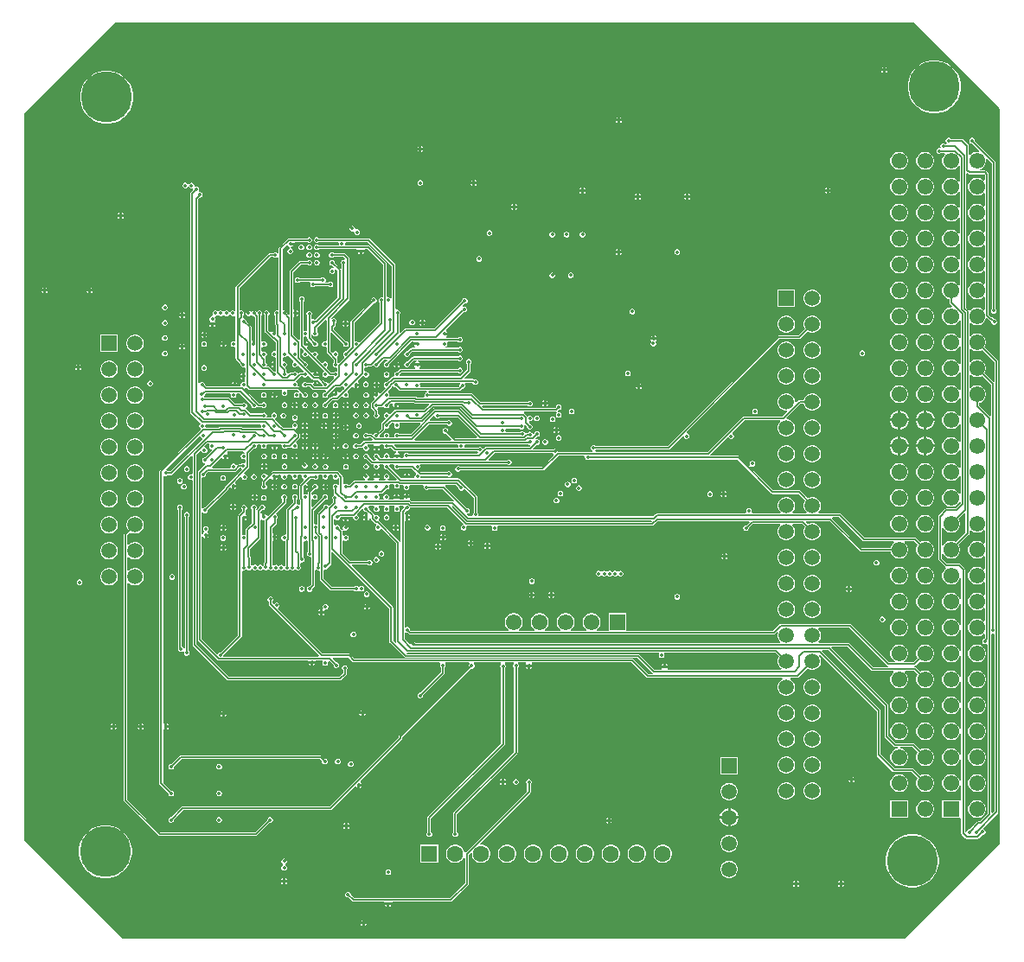
<source format=gbr>
%TF.GenerationSoftware,Altium Limited,Altium Designer,21.5.1 (32)*%
G04 Layer_Physical_Order=3*
G04 Layer_Color=36540*
%FSLAX45Y45*%
%MOMM*%
%TF.SameCoordinates,620DA487-9358-4998-A31C-56A073A1AE4C*%
%TF.FilePolarity,Positive*%
%TF.FileFunction,Copper,L3,Inr,Signal*%
%TF.Part,Single*%
G01*
G75*
%TA.AperFunction,Conductor*%
%ADD40C,0.15000*%
%TA.AperFunction,ComponentPad*%
%ADD42C,1.50000*%
%ADD43R,1.50000X1.50000*%
%ADD44C,1.55000*%
%ADD45R,1.55000X1.55000*%
%ADD46C,1.60000*%
%ADD47R,1.60000X1.60000*%
%ADD48R,1.55000X1.55000*%
%ADD49C,5.00000*%
%TA.AperFunction,ViaPad*%
%ADD50C,0.35000*%
G36*
X12108111Y10695899D02*
Y3488248D01*
X11180253Y2560389D01*
X3526345D01*
X3503641Y2583093D01*
X2560389Y3526345D01*
Y10646854D01*
X3450145Y11536610D01*
X11267400D01*
X12108111Y10695899D01*
D02*
G37*
%LPC*%
G36*
X10990357Y11104957D02*
Y11087740D01*
X11007575D01*
X11005210Y11093450D01*
X10996067Y11102592D01*
X10990357Y11104957D01*
D02*
G37*
G36*
X10964957D02*
X10959248Y11102592D01*
X10950105Y11093450D01*
X10947740Y11087740D01*
X10964957D01*
Y11104957D01*
D02*
G37*
G36*
X11007575Y11062340D02*
X10990357D01*
Y11045123D01*
X10996067Y11047488D01*
X11005210Y11056631D01*
X11007575Y11062340D01*
D02*
G37*
G36*
X10964957D02*
X10947740D01*
X10950105Y11056631D01*
X10959248Y11047488D01*
X10964957Y11045123D01*
Y11062340D01*
D02*
G37*
G36*
X11493708Y11169300D02*
X11442492D01*
X11392261Y11159308D01*
X11344944Y11139709D01*
X11302360Y11111255D01*
X11266145Y11075040D01*
X11237691Y11032456D01*
X11218092Y10985139D01*
X11208100Y10934908D01*
Y10883692D01*
X11218092Y10833461D01*
X11237691Y10786144D01*
X11266145Y10743560D01*
X11302360Y10707345D01*
X11344944Y10678891D01*
X11392261Y10659292D01*
X11442492Y10649300D01*
X11493708D01*
X11543939Y10659292D01*
X11591256Y10678891D01*
X11633840Y10707345D01*
X11670055Y10743560D01*
X11698509Y10786144D01*
X11718108Y10833461D01*
X11728100Y10883692D01*
Y10934908D01*
X11718108Y10985139D01*
X11698509Y11032456D01*
X11670055Y11075040D01*
X11633840Y11111255D01*
X11591256Y11139709D01*
X11543939Y11159308D01*
X11493708Y11169300D01*
D02*
G37*
G36*
X8391167Y10614408D02*
Y10597191D01*
X8408384D01*
X8406019Y10602901D01*
X8396877Y10612043D01*
X8391167Y10614408D01*
D02*
G37*
G36*
X8365767D02*
X8360057Y10612043D01*
X8350915Y10602901D01*
X8348550Y10597191D01*
X8365767D01*
Y10614408D01*
D02*
G37*
G36*
X8408384Y10571791D02*
X8391167D01*
Y10554574D01*
X8396877Y10556939D01*
X8406019Y10566081D01*
X8408384Y10571791D01*
D02*
G37*
G36*
X8365767D02*
X8348550D01*
X8350915Y10566081D01*
X8360057Y10556939D01*
X8365767Y10554574D01*
Y10571791D01*
D02*
G37*
G36*
X3391108Y11067700D02*
X3339892D01*
X3289661Y11057708D01*
X3242344Y11038109D01*
X3199760Y11009655D01*
X3163545Y10973440D01*
X3135091Y10930856D01*
X3115492Y10883539D01*
X3105500Y10833308D01*
Y10782092D01*
X3115492Y10731861D01*
X3135091Y10684544D01*
X3163545Y10641960D01*
X3199760Y10605745D01*
X3242344Y10577291D01*
X3289661Y10557692D01*
X3339892Y10547700D01*
X3391108D01*
X3441339Y10557692D01*
X3488656Y10577291D01*
X3531240Y10605745D01*
X3567455Y10641960D01*
X3595909Y10684544D01*
X3615508Y10731861D01*
X3625500Y10782092D01*
Y10833308D01*
X3615508Y10883539D01*
X3595909Y10930856D01*
X3567455Y10973440D01*
X3531240Y11009655D01*
X3488656Y11038109D01*
X3441339Y11057708D01*
X3391108Y11067700D01*
D02*
G37*
G36*
X6447587Y10331191D02*
Y10313974D01*
X6464804D01*
X6462439Y10319683D01*
X6453296Y10328826D01*
X6447587Y10331191D01*
D02*
G37*
G36*
X6422187D02*
X6416477Y10328826D01*
X6407335Y10319683D01*
X6404970Y10313974D01*
X6422187D01*
Y10331191D01*
D02*
G37*
G36*
X11841607Y10408893D02*
X11830667D01*
X11820560Y10404707D01*
X11812824Y10396971D01*
X11808637Y10386864D01*
Y10375923D01*
X11812824Y10365816D01*
X11820560Y10358080D01*
X11830667Y10353894D01*
X11838404D01*
X11909005Y10283292D01*
X11902431Y10271906D01*
X11898720Y10272900D01*
X11875680D01*
X11853426Y10266937D01*
X11833474Y10255417D01*
X11818235Y10240179D01*
X11813636Y10240718D01*
X11805535Y10244352D01*
Y10332475D01*
X11804177Y10339303D01*
X11800309Y10345092D01*
X11751390Y10394010D01*
X11745602Y10397878D01*
X11738774Y10399236D01*
X11628369D01*
X11622899Y10404707D01*
X11612792Y10408893D01*
X11601851D01*
X11591744Y10404707D01*
X11584008Y10396971D01*
X11579822Y10386864D01*
Y10375923D01*
X11584008Y10365816D01*
X11588880Y10360945D01*
X11585224Y10348547D01*
X11575512Y10347413D01*
X11571277Y10351647D01*
X11561170Y10355834D01*
X11550230D01*
X11540123Y10351647D01*
X11532387Y10343911D01*
X11528200Y10333804D01*
Y10322864D01*
X11530469Y10317387D01*
X11520978Y10307572D01*
X11520186Y10307900D01*
X11509246D01*
X11499139Y10303713D01*
X11491403Y10295977D01*
X11487216Y10285870D01*
Y10274930D01*
X11491403Y10264823D01*
X11499139Y10257087D01*
X11509246Y10252900D01*
X11520186D01*
X11530293Y10257087D01*
X11535764Y10262557D01*
X11568653D01*
X11573914Y10249857D01*
X11563183Y10239126D01*
X11551663Y10219174D01*
X11545700Y10196920D01*
Y10173880D01*
X11551663Y10151626D01*
X11563183Y10131674D01*
X11579474Y10115383D01*
X11599426Y10103863D01*
X11621680Y10097900D01*
X11644720D01*
X11666974Y10103863D01*
X11686926Y10115383D01*
X11703217Y10131674D01*
X11707150Y10138484D01*
X11719850Y10135081D01*
Y9981719D01*
X11707150Y9978316D01*
X11703217Y9985126D01*
X11686926Y10001417D01*
X11666974Y10012937D01*
X11644720Y10018900D01*
X11621680D01*
X11599426Y10012937D01*
X11579474Y10001417D01*
X11563183Y9985126D01*
X11551663Y9965174D01*
X11545700Y9942920D01*
Y9919880D01*
X11551663Y9897626D01*
X11563183Y9877674D01*
X11579474Y9861383D01*
X11599426Y9849863D01*
X11621680Y9843900D01*
X11644720D01*
X11666974Y9849863D01*
X11686926Y9861383D01*
X11703217Y9877674D01*
X11707150Y9884484D01*
X11719850Y9881081D01*
Y9727719D01*
X11707150Y9724316D01*
X11703217Y9731126D01*
X11686926Y9747417D01*
X11666974Y9758937D01*
X11644720Y9764900D01*
X11621680D01*
X11599426Y9758937D01*
X11579474Y9747417D01*
X11563183Y9731126D01*
X11551663Y9711174D01*
X11545700Y9688920D01*
Y9665880D01*
X11551663Y9643626D01*
X11563183Y9623674D01*
X11579474Y9607383D01*
X11599426Y9595863D01*
X11621680Y9589900D01*
X11644720D01*
X11666974Y9595863D01*
X11686926Y9607383D01*
X11703217Y9623674D01*
X11707150Y9630484D01*
X11719850Y9627081D01*
Y9473719D01*
X11707150Y9470316D01*
X11703217Y9477126D01*
X11686926Y9493417D01*
X11666974Y9504937D01*
X11644720Y9510900D01*
X11621680D01*
X11599426Y9504937D01*
X11579474Y9493417D01*
X11563183Y9477126D01*
X11551663Y9457174D01*
X11545700Y9434920D01*
Y9411880D01*
X11551663Y9389626D01*
X11563183Y9369674D01*
X11579474Y9353383D01*
X11599426Y9341863D01*
X11621680Y9335900D01*
X11644720D01*
X11666974Y9341863D01*
X11686926Y9353383D01*
X11703217Y9369674D01*
X11707150Y9376484D01*
X11719850Y9373081D01*
Y9219719D01*
X11707150Y9216316D01*
X11703217Y9223126D01*
X11686926Y9239417D01*
X11666974Y9250937D01*
X11644720Y9256900D01*
X11621680D01*
X11599426Y9250937D01*
X11579474Y9239417D01*
X11563183Y9223126D01*
X11551663Y9203174D01*
X11545700Y9180920D01*
Y9157880D01*
X11551663Y9135626D01*
X11563183Y9115674D01*
X11579474Y9099383D01*
X11599426Y9087863D01*
X11621680Y9081900D01*
X11644720D01*
X11666974Y9087863D01*
X11686926Y9099383D01*
X11703217Y9115674D01*
X11707150Y9122484D01*
X11719850Y9119081D01*
Y8965719D01*
X11707150Y8962316D01*
X11703217Y8969126D01*
X11686926Y8985417D01*
X11666974Y8996937D01*
X11644720Y9002900D01*
X11621680D01*
X11599426Y8996937D01*
X11579474Y8985417D01*
X11563183Y8969126D01*
X11551663Y8949174D01*
X11545700Y8926920D01*
Y8903880D01*
X11551663Y8881626D01*
X11563183Y8861674D01*
X11579474Y8845383D01*
X11599426Y8833863D01*
X11615357Y8829594D01*
Y8795750D01*
X11616715Y8788922D01*
X11620583Y8783134D01*
X11642117Y8761600D01*
X11636856Y8748900D01*
X11621680D01*
X11599426Y8742937D01*
X11579474Y8731417D01*
X11563183Y8715126D01*
X11551663Y8695174D01*
X11545700Y8672920D01*
Y8649880D01*
X11551663Y8627626D01*
X11563183Y8607674D01*
X11579474Y8591383D01*
X11599426Y8579863D01*
X11621680Y8573900D01*
X11644720D01*
X11666974Y8579863D01*
X11686926Y8591383D01*
X11703217Y8607674D01*
X11711657Y8622292D01*
X11724357Y8618889D01*
Y8449911D01*
X11711657Y8446508D01*
X11703217Y8461126D01*
X11686926Y8477417D01*
X11666974Y8488937D01*
X11644720Y8494900D01*
X11621680D01*
X11599426Y8488937D01*
X11579474Y8477417D01*
X11563183Y8461126D01*
X11551663Y8441174D01*
X11545700Y8418920D01*
Y8395880D01*
X11551663Y8373626D01*
X11563183Y8353674D01*
X11579474Y8337383D01*
X11599426Y8325863D01*
X11621680Y8319900D01*
X11644720D01*
X11666974Y8325863D01*
X11686926Y8337383D01*
X11703217Y8353674D01*
X11711657Y8368292D01*
X11724357Y8364889D01*
Y8195911D01*
X11711657Y8192508D01*
X11703217Y8207126D01*
X11686926Y8223417D01*
X11666974Y8234937D01*
X11644720Y8240900D01*
X11621680D01*
X11599426Y8234937D01*
X11579474Y8223417D01*
X11563183Y8207126D01*
X11551663Y8187174D01*
X11545700Y8164920D01*
Y8141880D01*
X11551663Y8119626D01*
X11563183Y8099674D01*
X11579474Y8083383D01*
X11599426Y8071863D01*
X11621680Y8065900D01*
X11644720D01*
X11666974Y8071863D01*
X11686926Y8083383D01*
X11703217Y8099674D01*
X11711657Y8114292D01*
X11724357Y8110889D01*
Y7941911D01*
X11711657Y7938508D01*
X11703217Y7953126D01*
X11686926Y7969417D01*
X11666974Y7980937D01*
X11644720Y7986900D01*
X11621680D01*
X11599426Y7980937D01*
X11579474Y7969417D01*
X11563183Y7953126D01*
X11551663Y7933174D01*
X11545700Y7910920D01*
Y7887880D01*
X11551663Y7865626D01*
X11563183Y7845674D01*
X11579474Y7829383D01*
X11599426Y7817863D01*
X11621680Y7811900D01*
X11644720D01*
X11666974Y7817863D01*
X11686926Y7829383D01*
X11703217Y7845674D01*
X11711657Y7860292D01*
X11724357Y7856889D01*
Y7687911D01*
X11711657Y7684508D01*
X11703217Y7699126D01*
X11686926Y7715417D01*
X11666974Y7726937D01*
X11644720Y7732900D01*
X11621680D01*
X11599426Y7726937D01*
X11579474Y7715417D01*
X11563183Y7699126D01*
X11551663Y7679174D01*
X11545700Y7656920D01*
Y7633880D01*
X11551663Y7611626D01*
X11563183Y7591674D01*
X11579474Y7575383D01*
X11599426Y7563863D01*
X11621680Y7557900D01*
X11644720D01*
X11666974Y7563863D01*
X11686926Y7575383D01*
X11703217Y7591674D01*
X11711657Y7606292D01*
X11724357Y7602889D01*
Y7433911D01*
X11711657Y7430508D01*
X11703217Y7445126D01*
X11686926Y7461417D01*
X11666974Y7472937D01*
X11644720Y7478900D01*
X11621680D01*
X11599426Y7472937D01*
X11579474Y7461417D01*
X11563183Y7445126D01*
X11551663Y7425174D01*
X11545700Y7402920D01*
Y7379880D01*
X11551663Y7357626D01*
X11563183Y7337674D01*
X11579474Y7321383D01*
X11599426Y7309863D01*
X11621680Y7303900D01*
X11644720D01*
X11666974Y7309863D01*
X11686926Y7321383D01*
X11703217Y7337674D01*
X11711657Y7352292D01*
X11724357Y7348889D01*
Y7179911D01*
X11711657Y7176508D01*
X11703217Y7191126D01*
X11686926Y7207417D01*
X11666974Y7218937D01*
X11644720Y7224900D01*
X11621680D01*
X11599426Y7218937D01*
X11579474Y7207417D01*
X11563183Y7191126D01*
X11551663Y7171174D01*
X11545700Y7148920D01*
Y7125880D01*
X11551663Y7103626D01*
X11563183Y7083674D01*
X11579474Y7067383D01*
X11599426Y7055863D01*
X11621680Y7049900D01*
X11644720D01*
X11666974Y7055863D01*
X11686926Y7067383D01*
X11703217Y7083674D01*
X11711657Y7098292D01*
X11724357Y7094889D01*
Y6925911D01*
X11711657Y6922508D01*
X11703217Y6937126D01*
X11686926Y6953417D01*
X11666974Y6964937D01*
X11644720Y6970900D01*
X11621680D01*
X11599426Y6964937D01*
X11579474Y6953417D01*
X11563183Y6937126D01*
X11551663Y6917174D01*
X11545700Y6894920D01*
Y6871880D01*
X11551663Y6849626D01*
X11563183Y6829674D01*
X11579474Y6813383D01*
X11599426Y6801863D01*
X11621680Y6795900D01*
X11644720D01*
X11666974Y6801863D01*
X11686926Y6813383D01*
X11703217Y6829674D01*
X11711657Y6844292D01*
X11724357Y6840889D01*
Y6826475D01*
X11679125Y6781243D01*
X11587186D01*
X11580358Y6779885D01*
X11574569Y6776017D01*
X11511372Y6712820D01*
X11507505Y6707031D01*
X11506146Y6700203D01*
Y6284994D01*
X11507505Y6278165D01*
X11511372Y6272377D01*
X11573494Y6210255D01*
X11579283Y6206387D01*
X11579818Y6206281D01*
X11582028Y6192892D01*
X11579474Y6191417D01*
X11563183Y6175126D01*
X11551663Y6155174D01*
X11545700Y6132920D01*
Y6109880D01*
X11551663Y6087626D01*
X11563183Y6067674D01*
X11579474Y6051383D01*
X11599426Y6039863D01*
X11621680Y6033900D01*
X11644720D01*
X11666974Y6039863D01*
X11686926Y6051383D01*
X11703217Y6067674D01*
X11714737Y6087626D01*
X11719161Y6104137D01*
X11731861Y6102465D01*
Y5886335D01*
X11719161Y5884663D01*
X11714737Y5901174D01*
X11703217Y5921126D01*
X11686926Y5937417D01*
X11666974Y5948937D01*
X11644720Y5954900D01*
X11621680D01*
X11599426Y5948937D01*
X11579474Y5937417D01*
X11563183Y5921126D01*
X11551663Y5901174D01*
X11545700Y5878920D01*
Y5855880D01*
X11551663Y5833626D01*
X11563183Y5813674D01*
X11579474Y5797383D01*
X11599426Y5785863D01*
X11621680Y5779900D01*
X11644720D01*
X11666974Y5785863D01*
X11686926Y5797383D01*
X11703217Y5813674D01*
X11714737Y5833626D01*
X11719161Y5850137D01*
X11731861Y5848465D01*
Y5632335D01*
X11719161Y5630663D01*
X11714737Y5647174D01*
X11703217Y5667126D01*
X11686926Y5683417D01*
X11666974Y5694937D01*
X11644720Y5700900D01*
X11621680D01*
X11599426Y5694937D01*
X11579474Y5683417D01*
X11563183Y5667126D01*
X11551663Y5647174D01*
X11545700Y5624920D01*
Y5601880D01*
X11551663Y5579626D01*
X11563183Y5559674D01*
X11579474Y5543383D01*
X11599426Y5531863D01*
X11621680Y5525900D01*
X11644720D01*
X11666974Y5531863D01*
X11686926Y5543383D01*
X11703217Y5559674D01*
X11714737Y5579626D01*
X11719161Y5596137D01*
X11731861Y5594465D01*
Y5378335D01*
X11719161Y5376663D01*
X11714737Y5393174D01*
X11703217Y5413126D01*
X11686926Y5429417D01*
X11666974Y5440937D01*
X11644720Y5446900D01*
X11621680D01*
X11599426Y5440937D01*
X11579474Y5429417D01*
X11563183Y5413126D01*
X11551663Y5393174D01*
X11545700Y5370920D01*
Y5347880D01*
X11551663Y5325626D01*
X11563183Y5305674D01*
X11579474Y5289383D01*
X11599426Y5277863D01*
X11621680Y5271900D01*
X11644720D01*
X11666974Y5277863D01*
X11686926Y5289383D01*
X11703217Y5305674D01*
X11714737Y5325626D01*
X11719161Y5342137D01*
X11731861Y5340465D01*
Y5124335D01*
X11719161Y5122663D01*
X11714737Y5139174D01*
X11703217Y5159126D01*
X11686926Y5175417D01*
X11666974Y5186937D01*
X11644720Y5192900D01*
X11621680D01*
X11599426Y5186937D01*
X11579474Y5175417D01*
X11563183Y5159126D01*
X11551663Y5139174D01*
X11545700Y5116920D01*
Y5093880D01*
X11551663Y5071626D01*
X11563183Y5051674D01*
X11579474Y5035383D01*
X11599426Y5023863D01*
X11621680Y5017900D01*
X11644720D01*
X11666974Y5023863D01*
X11686926Y5035383D01*
X11703217Y5051674D01*
X11714737Y5071626D01*
X11719161Y5088137D01*
X11731861Y5086465D01*
Y4870335D01*
X11719161Y4868663D01*
X11714737Y4885174D01*
X11703217Y4905126D01*
X11686926Y4921417D01*
X11666974Y4932937D01*
X11644720Y4938900D01*
X11621680D01*
X11599426Y4932937D01*
X11579474Y4921417D01*
X11563183Y4905126D01*
X11551663Y4885174D01*
X11545700Y4862920D01*
Y4839880D01*
X11551663Y4817626D01*
X11563183Y4797674D01*
X11579474Y4781383D01*
X11599426Y4769863D01*
X11621680Y4763900D01*
X11644720D01*
X11666974Y4769863D01*
X11686926Y4781383D01*
X11703217Y4797674D01*
X11714737Y4817626D01*
X11719161Y4834137D01*
X11731861Y4832465D01*
Y4616335D01*
X11719161Y4614663D01*
X11714737Y4631174D01*
X11703217Y4651126D01*
X11686926Y4667417D01*
X11666974Y4678937D01*
X11644720Y4684900D01*
X11621680D01*
X11599426Y4678937D01*
X11579474Y4667417D01*
X11563183Y4651126D01*
X11551663Y4631174D01*
X11545700Y4608920D01*
Y4585880D01*
X11551663Y4563626D01*
X11563183Y4543674D01*
X11579474Y4527383D01*
X11599426Y4515863D01*
X11621680Y4509900D01*
X11644720D01*
X11666974Y4515863D01*
X11686926Y4527383D01*
X11703217Y4543674D01*
X11714737Y4563626D01*
X11719161Y4580137D01*
X11731861Y4578465D01*
Y4362335D01*
X11719161Y4360663D01*
X11714737Y4377174D01*
X11703217Y4397126D01*
X11686926Y4413417D01*
X11666974Y4424937D01*
X11644720Y4430900D01*
X11621680D01*
X11599426Y4424937D01*
X11579474Y4413417D01*
X11563183Y4397126D01*
X11551663Y4377174D01*
X11545700Y4354920D01*
Y4331880D01*
X11551663Y4309626D01*
X11563183Y4289674D01*
X11579474Y4273383D01*
X11599426Y4261863D01*
X11621680Y4255900D01*
X11644720D01*
X11666974Y4261863D01*
X11686926Y4273383D01*
X11703217Y4289674D01*
X11714737Y4309626D01*
X11719161Y4326137D01*
X11731861Y4324465D01*
Y4108335D01*
X11719161Y4106663D01*
X11714737Y4123174D01*
X11703217Y4143126D01*
X11686926Y4159417D01*
X11666974Y4170937D01*
X11644720Y4176900D01*
X11621680D01*
X11599426Y4170937D01*
X11579474Y4159417D01*
X11563183Y4143126D01*
X11551663Y4123174D01*
X11545700Y4100920D01*
Y4077880D01*
X11551663Y4055626D01*
X11563183Y4035674D01*
X11579474Y4019383D01*
X11599426Y4007863D01*
X11621680Y4001900D01*
X11644720D01*
X11666974Y4007863D01*
X11686926Y4019383D01*
X11703217Y4035674D01*
X11714737Y4055626D01*
X11719161Y4072137D01*
X11731861Y4070465D01*
Y3926615D01*
X11720700Y3922900D01*
X11719161Y3922900D01*
X11545700D01*
Y3747900D01*
X11719161D01*
X11720700Y3747900D01*
X11731861Y3744185D01*
Y3593954D01*
X11733219Y3587126D01*
X11737087Y3581338D01*
X11770946Y3547479D01*
X11776735Y3543611D01*
X11783563Y3542253D01*
X11891202D01*
X11898030Y3543611D01*
X11903818Y3547479D01*
X11939734Y3583394D01*
X11947471D01*
X11957578Y3587581D01*
X11965314Y3595317D01*
X11969501Y3605424D01*
Y3616364D01*
X11965314Y3626472D01*
X11957578Y3634207D01*
X11951091Y3636894D01*
X11947372Y3647304D01*
X11947330Y3651094D01*
X12089817Y3793581D01*
X12093684Y3799370D01*
X12095043Y3806198D01*
Y8217400D01*
X12093684Y8224228D01*
X12089817Y8230017D01*
X11960490Y8359343D01*
X11968737Y8373626D01*
X11974700Y8395880D01*
Y8418920D01*
X11968737Y8441174D01*
X11957217Y8461126D01*
X11940926Y8477417D01*
X11920974Y8488937D01*
X11898720Y8494900D01*
X11875680D01*
X11853426Y8488937D01*
X11833474Y8477417D01*
X11822743Y8466686D01*
X11810043Y8471947D01*
Y8596853D01*
X11822743Y8602114D01*
X11833474Y8591383D01*
X11853426Y8579863D01*
X11875680Y8573900D01*
X11898720D01*
X11920974Y8579863D01*
X11940926Y8591383D01*
X11957217Y8607674D01*
X11968737Y8627626D01*
X11971904Y8639446D01*
X11986069Y8643242D01*
X12005755Y8623556D01*
X12011544Y8619688D01*
X12018372Y8618330D01*
X12019010D01*
X12028474Y8608866D01*
Y8601129D01*
X12032661Y8591022D01*
X12040397Y8583286D01*
X12050504Y8579099D01*
X12061444D01*
X12071551Y8583286D01*
X12079287Y8591022D01*
X12083474Y8601129D01*
Y8612069D01*
X12079287Y8622177D01*
X12071551Y8629912D01*
X12061444Y8634099D01*
X12053707D01*
X12039017Y8648789D01*
X12033229Y8652657D01*
X12026400Y8654015D01*
X12025763D01*
X12000043Y8679735D01*
Y10052967D01*
X11998685Y10059795D01*
X11994817Y10065583D01*
X11977317Y10083083D01*
X11971528Y10086951D01*
X11964700Y10088310D01*
X11911997D01*
X11910325Y10101010D01*
X11920974Y10103863D01*
X11940926Y10115383D01*
X11957217Y10131674D01*
X11968737Y10151626D01*
X11974700Y10173880D01*
Y10196920D01*
X11973706Y10200631D01*
X11985092Y10207205D01*
X12031954Y10160343D01*
Y8737248D01*
X12026483Y8731778D01*
X12022297Y8721671D01*
Y8710731D01*
X12026483Y8700623D01*
X12034219Y8692888D01*
X12044326Y8688701D01*
X12055267D01*
X12065374Y8692888D01*
X12073110Y8700623D01*
X12077296Y8710731D01*
Y8721671D01*
X12073110Y8731778D01*
X12067639Y8737248D01*
Y10167734D01*
X12066281Y10174562D01*
X12062413Y10180351D01*
X11863637Y10379127D01*
Y10386864D01*
X11859450Y10396971D01*
X11851714Y10404707D01*
X11841607Y10408893D01*
D02*
G37*
G36*
X6464804Y10288574D02*
X6447587D01*
Y10271357D01*
X6453296Y10273722D01*
X6462439Y10282864D01*
X6464804Y10288574D01*
D02*
G37*
G36*
X6422187D02*
X6404970D01*
X6407335Y10282864D01*
X6416477Y10273722D01*
X6422187Y10271357D01*
Y10288574D01*
D02*
G37*
G36*
X11390720Y10272900D02*
X11367680D01*
X11345426Y10266937D01*
X11325474Y10255417D01*
X11309183Y10239126D01*
X11297663Y10219174D01*
X11291700Y10196920D01*
Y10173880D01*
X11297663Y10151626D01*
X11309183Y10131674D01*
X11325474Y10115383D01*
X11345426Y10103863D01*
X11367680Y10097900D01*
X11390720D01*
X11412974Y10103863D01*
X11432926Y10115383D01*
X11449217Y10131674D01*
X11460737Y10151626D01*
X11466700Y10173880D01*
Y10196920D01*
X11460737Y10219174D01*
X11449217Y10239126D01*
X11432926Y10255417D01*
X11412974Y10266937D01*
X11390720Y10272900D01*
D02*
G37*
G36*
X11136720D02*
X11113680D01*
X11091426Y10266937D01*
X11071474Y10255417D01*
X11055183Y10239126D01*
X11043663Y10219174D01*
X11037700Y10196920D01*
Y10173880D01*
X11043663Y10151626D01*
X11055183Y10131674D01*
X11071474Y10115383D01*
X11091426Y10103863D01*
X11113680Y10097900D01*
X11136720D01*
X11158974Y10103863D01*
X11178926Y10115383D01*
X11195217Y10131674D01*
X11206737Y10151626D01*
X11212700Y10173880D01*
Y10196920D01*
X11206737Y10219174D01*
X11195217Y10239126D01*
X11178926Y10255417D01*
X11158974Y10266937D01*
X11136720Y10272900D01*
D02*
G37*
G36*
X6972852Y9997979D02*
Y9980762D01*
X6990069D01*
X6987704Y9986472D01*
X6978561Y9995615D01*
X6972852Y9997979D01*
D02*
G37*
G36*
X6947452D02*
X6941742Y9995615D01*
X6932600Y9986472D01*
X6930235Y9980762D01*
X6947452D01*
Y9997979D01*
D02*
G37*
G36*
X4201540Y9969959D02*
X4190599D01*
X4180492Y9965772D01*
X4172756Y9958036D01*
X4172747Y9958014D01*
X4159000D01*
X4158991Y9958036D01*
X4151255Y9965772D01*
X4141148Y9969959D01*
X4130208D01*
X4120100Y9965772D01*
X4112365Y9958036D01*
X4108178Y9947929D01*
Y9936989D01*
X4112365Y9926882D01*
X4120100Y9919146D01*
X4130208Y9914959D01*
X4141148D01*
X4151255Y9919146D01*
X4158991Y9926882D01*
X4159000Y9926905D01*
X4172747D01*
X4172756Y9926882D01*
X4180492Y9919146D01*
X4190599Y9914959D01*
X4200353D01*
X4205595Y9910033D01*
X4209978Y9904708D01*
X4209286Y9898268D01*
X4189624Y9878606D01*
X4185756Y9872817D01*
X4184398Y9865989D01*
Y7720404D01*
X4185756Y7713576D01*
X4189624Y7707788D01*
X4283620Y7613791D01*
X4283242Y7611889D01*
X4275506Y7604153D01*
X4271320Y7594046D01*
Y7583106D01*
X4275506Y7572999D01*
X4283242Y7565263D01*
X4284734Y7550899D01*
X3887383Y7153548D01*
X3883515Y7147760D01*
X3882157Y7140931D01*
X3882157Y4134641D01*
Y4084359D01*
X3883515Y4077531D01*
X3887383Y4071743D01*
X3968546Y3990580D01*
Y3982843D01*
X3972733Y3972736D01*
X3980469Y3965000D01*
X3990576Y3960813D01*
X4001516D01*
X4011623Y3965000D01*
X4019359Y3972736D01*
X4023546Y3982843D01*
Y3993783D01*
X4019359Y4003890D01*
X4011623Y4011626D01*
X4001516Y4015813D01*
X3993780D01*
X3917843Y4091750D01*
Y4134641D01*
Y4607157D01*
X3921319Y4610056D01*
X3930543Y4614120D01*
X3933346Y4612959D01*
Y4642876D01*
Y4672793D01*
X3930543Y4671632D01*
X3921319Y4675696D01*
X3917843Y4678595D01*
X3917843Y7093379D01*
X3921525Y7096342D01*
X3930543Y7100249D01*
X3937903Y7097200D01*
X3948843D01*
X3958950Y7101387D01*
X3964421Y7106857D01*
X3997920D01*
X4004748Y7108215D01*
X4010536Y7112083D01*
X4196078Y7297625D01*
X4207811Y7292765D01*
Y7120752D01*
X4195271Y7112200D01*
X4184331D01*
X4174224Y7108013D01*
X4166488Y7100277D01*
X4162301Y7090170D01*
Y7079230D01*
X4166488Y7069123D01*
X4174224Y7061387D01*
X4184331Y7057200D01*
X4195271D01*
X4207811Y7048648D01*
Y5446588D01*
X4209169Y5439760D01*
X4213037Y5433972D01*
X4547826Y5099183D01*
X4553614Y5095315D01*
X4560442Y5093957D01*
X5651487D01*
X5658315Y5095315D01*
X5664103Y5099183D01*
X5710069Y5145149D01*
X5713937Y5150938D01*
X5715295Y5157766D01*
Y5195515D01*
X5720321Y5200540D01*
X5724507Y5210647D01*
Y5221587D01*
X5720321Y5231695D01*
X5712585Y5239430D01*
X5702478Y5243617D01*
X5691537D01*
X5681430Y5239430D01*
X5673694Y5231695D01*
X5669508Y5221587D01*
Y5210647D01*
X5673694Y5200540D01*
X5679610Y5194624D01*
Y5165156D01*
X5644096Y5129643D01*
X4567833D01*
X4243497Y5453979D01*
Y7309689D01*
X4282625Y7348817D01*
X4295325Y7343556D01*
Y7341529D01*
X4299512Y7331422D01*
X4307247Y7323686D01*
X4317355Y7319499D01*
X4328295D01*
X4338402Y7323686D01*
X4346138Y7331422D01*
X4350325Y7341529D01*
Y7352469D01*
X4346138Y7362577D01*
X4338402Y7370312D01*
X4328295Y7374499D01*
X4326268D01*
X4321007Y7387199D01*
X4351565Y7417757D01*
X4367561D01*
X4372822Y7405057D01*
X4371427Y7403662D01*
X4367240Y7393555D01*
Y7382615D01*
X4371427Y7372508D01*
X4379163Y7364772D01*
X4389270Y7360585D01*
X4392287D01*
X4397547Y7347885D01*
X4329610Y7279948D01*
X4321874D01*
X4311767Y7275761D01*
X4304031Y7268026D01*
X4299844Y7257918D01*
Y7246978D01*
X4304031Y7236871D01*
X4311767Y7229135D01*
X4321874Y7224948D01*
X4328965Y7224948D01*
X4331804Y7222434D01*
X4334111Y7213265D01*
X4328902Y7209321D01*
X4328422Y7209000D01*
X4263036Y7143614D01*
X4259169Y7137825D01*
X4257810Y7130997D01*
Y5494185D01*
X4259169Y5487357D01*
X4263036Y5481568D01*
X4451483Y5293122D01*
X4457271Y5289254D01*
X4464099Y5287896D01*
X5003161D01*
X5009989Y5289254D01*
X5011363Y5290172D01*
X5335749D01*
X5338727Y5285715D01*
X5411772D01*
X5414750Y5290172D01*
X5476134D01*
X5479306Y5285786D01*
X5482729Y5277472D01*
X5479486Y5269643D01*
Y5258703D01*
X5483673Y5248596D01*
X5491409Y5240860D01*
X5501516Y5236673D01*
X5512456D01*
X5522563Y5240860D01*
X5530299Y5248596D01*
X5534486Y5258703D01*
Y5269643D01*
X5534236Y5270245D01*
X5540785Y5284523D01*
X5542100Y5284938D01*
X5548481Y5284211D01*
X5586369Y5246323D01*
Y5238586D01*
X5590556Y5228479D01*
X5598292Y5220743D01*
X5608399Y5216556D01*
X5619339D01*
X5629446Y5220743D01*
X5637182Y5228479D01*
X5641369Y5238586D01*
Y5249526D01*
X5637182Y5259633D01*
X5629446Y5267369D01*
X5619339Y5271556D01*
X5611602D01*
X5574940Y5308218D01*
X5579800Y5319952D01*
X5731012D01*
X5775760Y5275203D01*
X5781549Y5271335D01*
X5788377Y5269977D01*
X6623929D01*
X6627182Y5265314D01*
X6630431Y5257277D01*
X6627122Y5249289D01*
Y5238349D01*
X6631309Y5228242D01*
X6636779Y5222771D01*
Y5173684D01*
X6437295Y4974200D01*
X6429558D01*
X6419451Y4970013D01*
X6411715Y4962277D01*
X6407529Y4952170D01*
Y4941230D01*
X6411715Y4931123D01*
X6419451Y4923387D01*
X6429558Y4919200D01*
X6440499D01*
X6450606Y4923387D01*
X6458342Y4931123D01*
X6462528Y4941230D01*
Y4948966D01*
X6667239Y5153677D01*
X6671107Y5159465D01*
X6672465Y5166294D01*
Y5222771D01*
X6677935Y5228242D01*
X6682122Y5238349D01*
Y5249289D01*
X6678813Y5257277D01*
X6682063Y5265314D01*
X6685315Y5269977D01*
X6914387D01*
X6919509Y5257277D01*
X6915395Y5253163D01*
X6911208Y5243056D01*
Y5235319D01*
X6231940Y4556051D01*
X6228072Y4550263D01*
X6226714Y4543435D01*
Y4538225D01*
X5546842Y3858353D01*
X4108670D01*
X4101842Y3856995D01*
X4096053Y3853127D01*
X3998313Y3755387D01*
X3990576D01*
X3980469Y3751200D01*
X3972733Y3743464D01*
X3968546Y3733357D01*
Y3722417D01*
X3972733Y3712310D01*
X3980469Y3704574D01*
X3990576Y3700387D01*
X4001516D01*
X4011623Y3704574D01*
X4019359Y3712310D01*
X4023546Y3722417D01*
Y3730153D01*
X4116060Y3822668D01*
X5554233D01*
X5561061Y3824026D01*
X5566850Y3827894D01*
X5793501Y4054546D01*
X5805958Y4052068D01*
X5806013Y4051935D01*
X5815155Y4042793D01*
X5820865Y4040428D01*
Y4070345D01*
X5833565D01*
Y4083045D01*
X5863482D01*
X5861117Y4088755D01*
X5851974Y4097897D01*
X5851842Y4097952D01*
X5849364Y4110408D01*
X6257174Y4518218D01*
X6261042Y4524006D01*
X6262400Y4530834D01*
Y4536044D01*
X6936442Y5210086D01*
X6944178D01*
X6954285Y5214273D01*
X6962021Y5222008D01*
X6966208Y5232116D01*
Y5243056D01*
X6962021Y5253163D01*
X6957907Y5257277D01*
X6963029Y5269977D01*
X7224170D01*
X7226929Y5264200D01*
X7228063Y5257277D01*
X7221798Y5251012D01*
X7217611Y5240905D01*
Y5229964D01*
X7221798Y5219857D01*
X7227269Y5214387D01*
Y4477604D01*
X6511754Y3762090D01*
X6507886Y3756302D01*
X6506528Y3749473D01*
Y3610898D01*
X6501058Y3605427D01*
X6496871Y3595320D01*
Y3584380D01*
X6501058Y3574273D01*
X6508794Y3566537D01*
X6518901Y3562350D01*
X6529841D01*
X6539948Y3566537D01*
X6547684Y3574273D01*
X6551871Y3584380D01*
Y3595320D01*
X6547684Y3605427D01*
X6542214Y3610898D01*
Y3742083D01*
X7257728Y4457597D01*
X7261596Y4463385D01*
X7262954Y4470214D01*
Y5214387D01*
X7268424Y5219857D01*
X7272611Y5229964D01*
Y5240905D01*
X7268424Y5251012D01*
X7262159Y5257277D01*
X7263293Y5264200D01*
X7266053Y5269977D01*
X7346888D01*
X7352149Y5257277D01*
X7348798Y5253926D01*
X7344611Y5243819D01*
Y5232879D01*
X7348798Y5222772D01*
X7354269Y5217301D01*
Y4395468D01*
X6765754Y3806954D01*
X6761886Y3801166D01*
X6760528Y3794338D01*
Y3610898D01*
X6755058Y3605427D01*
X6750871Y3595320D01*
Y3584380D01*
X6755058Y3574273D01*
X6762794Y3566537D01*
X6772901Y3562350D01*
X6783841D01*
X6793948Y3566537D01*
X6801684Y3574273D01*
X6805871Y3584380D01*
Y3595320D01*
X6801684Y3605427D01*
X6796214Y3610898D01*
Y3786947D01*
X7384728Y4375461D01*
X7388596Y4381250D01*
X7389954Y4388078D01*
Y5217301D01*
X7395424Y5222772D01*
X7399611Y5232879D01*
Y5243819D01*
X7395424Y5253926D01*
X7392074Y5257277D01*
X7397334Y5269977D01*
X7466817D01*
X7472078Y5257277D01*
X7471559Y5256759D01*
X7469194Y5251049D01*
X7529028D01*
X7526663Y5256759D01*
X7526145Y5257277D01*
X7531406Y5269977D01*
X8503570D01*
X8649777Y5123771D01*
X8655565Y5119903D01*
X8662393Y5118545D01*
X9979650D01*
X9983053Y5105845D01*
X9968109Y5097217D01*
X9952283Y5081391D01*
X9941093Y5062009D01*
X9935300Y5040390D01*
Y5018010D01*
X9941093Y4996391D01*
X9952283Y4977009D01*
X9968109Y4961183D01*
X9987491Y4949993D01*
X10009110Y4944200D01*
X10031490D01*
X10053109Y4949993D01*
X10072491Y4961183D01*
X10088317Y4977009D01*
X10099507Y4996391D01*
X10105300Y5018010D01*
Y5040390D01*
X10099507Y5062009D01*
X10088317Y5081391D01*
X10072491Y5097217D01*
X10057547Y5105845D01*
X10060950Y5118545D01*
X10127487D01*
X10134316Y5119903D01*
X10140104Y5123771D01*
X10228073Y5211740D01*
X10241491Y5203993D01*
X10263110Y5198200D01*
X10285490D01*
X10307109Y5203993D01*
X10326491Y5215183D01*
X10342317Y5231009D01*
X10353507Y5250391D01*
X10359300Y5272010D01*
Y5294390D01*
X10353507Y5316009D01*
X10342317Y5335391D01*
X10340620Y5337088D01*
X10344800Y5350868D01*
X10346330Y5351172D01*
X10904038Y4793464D01*
Y4367171D01*
X10905397Y4360343D01*
X10909264Y4354555D01*
X11062320Y4201499D01*
X11068108Y4197631D01*
X11074937Y4196273D01*
X11247094D01*
X11305910Y4137457D01*
X11297663Y4123174D01*
X11291700Y4100920D01*
Y4077880D01*
X11297663Y4055626D01*
X11309183Y4035674D01*
X11325474Y4019383D01*
X11345426Y4007863D01*
X11367680Y4001900D01*
X11390720D01*
X11412974Y4007863D01*
X11432926Y4019383D01*
X11449217Y4035674D01*
X11460737Y4055626D01*
X11466700Y4077880D01*
Y4100920D01*
X11460737Y4123174D01*
X11449217Y4143126D01*
X11432926Y4159417D01*
X11412974Y4170937D01*
X11390720Y4176900D01*
X11367680D01*
X11345426Y4170937D01*
X11331143Y4162691D01*
X11267101Y4226732D01*
X11261313Y4230600D01*
X11254484Y4231959D01*
X11082327D01*
X10939724Y4374562D01*
Y4800854D01*
X10938366Y4807683D01*
X10934498Y4813471D01*
X10365717Y5382251D01*
X10370978Y5394951D01*
X10429953D01*
X10984410Y4840494D01*
Y4542599D01*
X10985768Y4535771D01*
X10989636Y4529983D01*
X11070871Y4448748D01*
X11076659Y4444880D01*
X11083487Y4443522D01*
X11113492D01*
X11113680Y4430900D01*
X11091426Y4424937D01*
X11071474Y4413417D01*
X11055183Y4397126D01*
X11043663Y4377174D01*
X11037700Y4354920D01*
Y4331880D01*
X11043663Y4309626D01*
X11055183Y4289674D01*
X11071474Y4273383D01*
X11091426Y4261863D01*
X11113680Y4255900D01*
X11136720D01*
X11158974Y4261863D01*
X11178926Y4273383D01*
X11195217Y4289674D01*
X11206737Y4309626D01*
X11212700Y4331880D01*
Y4354920D01*
X11206737Y4377174D01*
X11195217Y4397126D01*
X11178926Y4413417D01*
X11158974Y4424937D01*
X11136720Y4430900D01*
X11136908Y4443522D01*
X11253845D01*
X11305910Y4391457D01*
X11297663Y4377174D01*
X11291700Y4354920D01*
Y4331880D01*
X11297663Y4309626D01*
X11309183Y4289674D01*
X11325474Y4273383D01*
X11345426Y4261863D01*
X11367680Y4255900D01*
X11390720D01*
X11412974Y4261863D01*
X11432926Y4273383D01*
X11449217Y4289674D01*
X11460737Y4309626D01*
X11466700Y4331880D01*
Y4354920D01*
X11460737Y4377174D01*
X11449217Y4397126D01*
X11432926Y4413417D01*
X11412974Y4424937D01*
X11390720Y4430900D01*
X11367680D01*
X11345426Y4424937D01*
X11331143Y4416690D01*
X11273852Y4473981D01*
X11268064Y4477849D01*
X11261235Y4479207D01*
X11090878D01*
X11020096Y4549990D01*
Y4847885D01*
X11018737Y4854713D01*
X11014870Y4860501D01*
X10461214Y5414157D01*
X10466474Y5426857D01*
X10619777D01*
X10854109Y5192525D01*
X10859898Y5188657D01*
X10866726Y5187299D01*
X11066653D01*
X11070322Y5178256D01*
X11070655Y5174599D01*
X11055183Y5159126D01*
X11043663Y5139174D01*
X11037700Y5116920D01*
Y5093880D01*
X11043663Y5071626D01*
X11055183Y5051674D01*
X11071474Y5035383D01*
X11091426Y5023863D01*
X11113680Y5017900D01*
X11136720D01*
X11158974Y5023863D01*
X11178926Y5035383D01*
X11195217Y5051674D01*
X11206737Y5071626D01*
X11212700Y5093880D01*
Y5116920D01*
X11206737Y5139174D01*
X11195217Y5159126D01*
X11179745Y5174599D01*
X11180078Y5178256D01*
X11183747Y5187299D01*
X11272068D01*
X11305910Y5153457D01*
X11297663Y5139174D01*
X11291700Y5116920D01*
Y5093880D01*
X11297663Y5071626D01*
X11309183Y5051674D01*
X11325474Y5035383D01*
X11345426Y5023863D01*
X11367680Y5017900D01*
X11390720D01*
X11412974Y5023863D01*
X11432926Y5035383D01*
X11449217Y5051674D01*
X11460737Y5071626D01*
X11466700Y5093880D01*
Y5116920D01*
X11460737Y5139174D01*
X11449217Y5159126D01*
X11432926Y5175417D01*
X11412974Y5186937D01*
X11390720Y5192900D01*
X11367680D01*
X11345426Y5186937D01*
X11331143Y5178690D01*
X11292075Y5217758D01*
X11286287Y5221626D01*
X11279458Y5222984D01*
X11273360D01*
X11273305Y5235662D01*
X11280133Y5237020D01*
X11285921Y5240888D01*
X11331143Y5286110D01*
X11345426Y5277863D01*
X11367680Y5271900D01*
X11390720D01*
X11412974Y5277863D01*
X11432926Y5289383D01*
X11449217Y5305674D01*
X11460737Y5325626D01*
X11466700Y5347880D01*
Y5370920D01*
X11460737Y5393174D01*
X11449217Y5413126D01*
X11432926Y5429417D01*
X11412974Y5440937D01*
X11390720Y5446900D01*
X11367680D01*
X11345426Y5440937D01*
X11325474Y5429417D01*
X11309183Y5413126D01*
X11297663Y5393174D01*
X11291700Y5370920D01*
Y5347880D01*
X11297663Y5325626D01*
X11305910Y5311343D01*
X11265914Y5271347D01*
X11173088D01*
X11169685Y5284047D01*
X11178926Y5289383D01*
X11195217Y5305674D01*
X11206737Y5325626D01*
X11212700Y5347880D01*
Y5370920D01*
X11206737Y5393174D01*
X11195217Y5413126D01*
X11178926Y5429417D01*
X11158974Y5440937D01*
X11136720Y5446900D01*
X11113680D01*
X11091426Y5440937D01*
X11071474Y5429417D01*
X11055183Y5413126D01*
X11043663Y5393174D01*
X11037700Y5370920D01*
Y5347880D01*
X11043663Y5325626D01*
X11055183Y5305674D01*
X11071474Y5289383D01*
X11080715Y5284047D01*
X11077312Y5271347D01*
X11026433D01*
X10655463Y5642317D01*
X10649675Y5646185D01*
X10642847Y5647543D01*
X9964128D01*
X9957299Y5646185D01*
X9951511Y5642317D01*
X9890614Y5581420D01*
X8454402D01*
Y5753610D01*
X8279402D01*
Y5581420D01*
X8166615D01*
X8163212Y5594120D01*
X8166629Y5596093D01*
X8182920Y5612384D01*
X8194439Y5632336D01*
X8200402Y5654590D01*
Y5677630D01*
X8194439Y5699884D01*
X8182920Y5719836D01*
X8166629Y5736127D01*
X8146676Y5747647D01*
X8124422Y5753610D01*
X8101383D01*
X8079128Y5747647D01*
X8059176Y5736127D01*
X8042885Y5719836D01*
X8031365Y5699884D01*
X8025402Y5677630D01*
Y5654590D01*
X8031365Y5632336D01*
X8042885Y5612384D01*
X8059176Y5596093D01*
X8062592Y5594120D01*
X8059189Y5581420D01*
X7912615D01*
X7909212Y5594120D01*
X7912629Y5596093D01*
X7928920Y5612384D01*
X7940439Y5632336D01*
X7946402Y5654590D01*
Y5677630D01*
X7940439Y5699884D01*
X7928920Y5719836D01*
X7912629Y5736127D01*
X7892676Y5747647D01*
X7870422Y5753610D01*
X7847383D01*
X7825128Y5747647D01*
X7805176Y5736127D01*
X7788885Y5719836D01*
X7777365Y5699884D01*
X7771402Y5677630D01*
Y5654590D01*
X7777365Y5632336D01*
X7788885Y5612384D01*
X7805176Y5596093D01*
X7808592Y5594120D01*
X7805189Y5581420D01*
X7658615D01*
X7655212Y5594120D01*
X7658629Y5596093D01*
X7674920Y5612384D01*
X7686439Y5632336D01*
X7692402Y5654590D01*
Y5677630D01*
X7686439Y5699884D01*
X7674920Y5719836D01*
X7658629Y5736127D01*
X7638676Y5747647D01*
X7616422Y5753610D01*
X7593383D01*
X7571128Y5747647D01*
X7551176Y5736127D01*
X7534885Y5719836D01*
X7523365Y5699884D01*
X7517402Y5677630D01*
Y5654590D01*
X7523365Y5632336D01*
X7534885Y5612384D01*
X7551176Y5596093D01*
X7554592Y5594120D01*
X7551189Y5581420D01*
X7404615D01*
X7401212Y5594120D01*
X7404629Y5596093D01*
X7420920Y5612384D01*
X7432439Y5632336D01*
X7438402Y5654590D01*
Y5677630D01*
X7432439Y5699884D01*
X7420920Y5719836D01*
X7404629Y5736127D01*
X7384676Y5747647D01*
X7362422Y5753610D01*
X7339383D01*
X7317128Y5747647D01*
X7297176Y5736127D01*
X7280885Y5719836D01*
X7269365Y5699884D01*
X7263402Y5677630D01*
Y5654590D01*
X7269365Y5632336D01*
X7280885Y5612384D01*
X7297176Y5596093D01*
X7300592Y5594120D01*
X7297189Y5581420D01*
X6344966D01*
X6337729Y5588657D01*
Y5595988D01*
X6333543Y5606095D01*
X6325807Y5613831D01*
X6315700Y5618018D01*
X6304759D01*
X6294652Y5613831D01*
X6294284Y5613463D01*
X6281584Y5618724D01*
Y6653457D01*
X6294284Y6660687D01*
X6294298Y6660682D01*
Y6690599D01*
Y6720516D01*
X6294284Y6720510D01*
X6281584Y6727740D01*
Y6739956D01*
X6300253Y6758625D01*
X6301523Y6758099D01*
X6312463D01*
X6322570Y6762285D01*
X6330306Y6770021D01*
X6334493Y6780128D01*
Y6789023D01*
X6334894Y6789352D01*
X6701815D01*
X6860369Y6630799D01*
X6855601Y6618099D01*
X6845494Y6613912D01*
X6837758Y6606176D01*
X6833572Y6596069D01*
Y6585129D01*
X6837758Y6575022D01*
X6845494Y6567286D01*
X6855601Y6563099D01*
X6866542D01*
X6876649Y6567286D01*
X6884385Y6575022D01*
X6888571Y6585129D01*
Y6596069D01*
X6887780Y6597979D01*
X6896295Y6610609D01*
X7132550D01*
X7134283Y6609067D01*
X7139990Y6597909D01*
X7137643Y6592244D01*
Y6581304D01*
X7141830Y6571196D01*
X7149566Y6563461D01*
X7159673Y6559274D01*
X7170613D01*
X7180720Y6563461D01*
X7188456Y6571196D01*
X7192643Y6581304D01*
Y6592244D01*
X7190296Y6597909D01*
X7196003Y6609067D01*
X7197736Y6610609D01*
X8706061D01*
X8712890Y6611967D01*
X8718678Y6615835D01*
X8759782Y6656939D01*
X9653699D01*
X9658560Y6645206D01*
X9628318Y6614964D01*
X9620581D01*
X9610474Y6610777D01*
X9602738Y6603041D01*
X9598552Y6592934D01*
Y6581994D01*
X9602738Y6571887D01*
X9610474Y6564151D01*
X9620581Y6559964D01*
X9631522D01*
X9641629Y6564151D01*
X9649364Y6571887D01*
X9653551Y6581994D01*
Y6589731D01*
X9691678Y6627857D01*
X9956789D01*
X9962049Y6615157D01*
X9952283Y6605391D01*
X9941093Y6586009D01*
X9935300Y6564390D01*
Y6542010D01*
X9941093Y6520391D01*
X9952283Y6501009D01*
X9968109Y6485183D01*
X9987491Y6473993D01*
X10009110Y6468200D01*
X10031490D01*
X10053109Y6473993D01*
X10072491Y6485183D01*
X10088317Y6501009D01*
X10099507Y6520391D01*
X10105300Y6542010D01*
Y6564390D01*
X10099507Y6586009D01*
X10088317Y6605391D01*
X10078551Y6615157D01*
X10083811Y6627857D01*
X10174409D01*
X10202840Y6599427D01*
X10195093Y6586009D01*
X10189300Y6564390D01*
Y6542010D01*
X10195093Y6520391D01*
X10206283Y6501009D01*
X10222109Y6485183D01*
X10241491Y6473993D01*
X10263110Y6468200D01*
X10285490D01*
X10307109Y6473993D01*
X10326491Y6485183D01*
X10342317Y6501009D01*
X10353507Y6520391D01*
X10359300Y6542010D01*
Y6564390D01*
X10353507Y6586009D01*
X10342317Y6605391D01*
X10326491Y6621217D01*
X10307109Y6632407D01*
X10285490Y6638200D01*
X10263110D01*
X10241491Y6632407D01*
X10228073Y6624660D01*
X10207528Y6645206D01*
X10212388Y6656939D01*
X10444466D01*
X10738622Y6362783D01*
X10744411Y6358915D01*
X10751239Y6357557D01*
X11039394D01*
X11043663Y6341626D01*
X11055183Y6321674D01*
X11071474Y6305383D01*
X11091426Y6293863D01*
X11113680Y6287900D01*
X11136720D01*
X11158974Y6293863D01*
X11178926Y6305383D01*
X11195217Y6321674D01*
X11206737Y6341626D01*
X11212700Y6363880D01*
Y6386920D01*
X11206737Y6409174D01*
X11195217Y6429126D01*
X11178926Y6445417D01*
X11177251Y6446385D01*
X11180654Y6459085D01*
X11270282D01*
X11305910Y6423457D01*
X11297663Y6409174D01*
X11291700Y6386920D01*
Y6363880D01*
X11297663Y6341626D01*
X11309183Y6321674D01*
X11325474Y6305383D01*
X11345426Y6293863D01*
X11367680Y6287900D01*
X11390720D01*
X11412974Y6293863D01*
X11432926Y6305383D01*
X11449217Y6321674D01*
X11460737Y6341626D01*
X11466700Y6363880D01*
Y6386920D01*
X11460737Y6409174D01*
X11449217Y6429126D01*
X11432926Y6445417D01*
X11412974Y6456937D01*
X11390720Y6462900D01*
X11367680D01*
X11345426Y6456937D01*
X11331143Y6448690D01*
X11290289Y6489544D01*
X11284501Y6493412D01*
X11277673Y6494770D01*
X10787042D01*
X10556298Y6725514D01*
X10550510Y6729382D01*
X10543681Y6730740D01*
X10336009D01*
X10330748Y6743440D01*
X10342317Y6755009D01*
X10353507Y6774391D01*
X10359300Y6796010D01*
Y6818390D01*
X10353507Y6840009D01*
X10342317Y6859391D01*
X10326491Y6875217D01*
X10307109Y6886407D01*
X10285490Y6892200D01*
X10263110D01*
X10241491Y6886407D01*
X10228073Y6878660D01*
X10155665Y6951069D01*
X10149876Y6954937D01*
X10143048Y6956295D01*
X9893689D01*
X9664189Y7185795D01*
X9671443Y7195490D01*
X9672500Y7195053D01*
X9681550Y7191304D01*
X9692491D01*
X9702598Y7195490D01*
X9710334Y7203226D01*
X9714520Y7213333D01*
Y7224274D01*
X9710334Y7234381D01*
X9702598Y7242117D01*
X9692491Y7246303D01*
X9681550D01*
X9671443Y7242117D01*
X9663707Y7234381D01*
X9659521Y7224274D01*
Y7213333D01*
X9663269Y7204283D01*
X9663707Y7203226D01*
X9654012Y7195972D01*
X9560867Y7289118D01*
X9555078Y7292985D01*
X9548250Y7294344D01*
X9280009D01*
X9278497Y7296375D01*
X9275281Y7307044D01*
X9442125Y7473888D01*
X9456687Y7471921D01*
X9464422Y7464185D01*
X9474529Y7459999D01*
X9485470D01*
X9495577Y7464185D01*
X9503313Y7471921D01*
X9507499Y7482028D01*
Y7492969D01*
X9503313Y7503076D01*
X9495577Y7510811D01*
X9493610Y7525373D01*
X9612095Y7643857D01*
X9956789D01*
X9962049Y7631157D01*
X9952283Y7621391D01*
X9941093Y7602009D01*
X9935300Y7580390D01*
Y7558010D01*
X9941093Y7536391D01*
X9952283Y7517009D01*
X9968109Y7501183D01*
X9987491Y7489993D01*
X10009110Y7484200D01*
X10031490D01*
X10053109Y7489993D01*
X10072491Y7501183D01*
X10088317Y7517009D01*
X10099507Y7536391D01*
X10105300Y7558010D01*
Y7580390D01*
X10099507Y7602009D01*
X10088317Y7621391D01*
X10072491Y7637217D01*
X10053109Y7648407D01*
X10031490Y7654200D01*
X10025308D01*
X10020048Y7666900D01*
X10158505Y7805357D01*
X10191082D01*
X10195093Y7790391D01*
X10206283Y7771009D01*
X10222109Y7755183D01*
X10241491Y7743993D01*
X10263110Y7738200D01*
X10285490D01*
X10307109Y7743993D01*
X10326491Y7755183D01*
X10342317Y7771009D01*
X10353507Y7790391D01*
X10359300Y7812010D01*
Y7834390D01*
X10353507Y7856009D01*
X10342317Y7875391D01*
X10326491Y7891217D01*
X10307109Y7902407D01*
X10285490Y7908200D01*
X10263110D01*
X10241491Y7902407D01*
X10222109Y7891217D01*
X10206283Y7875391D01*
X10195093Y7856009D01*
X10191082Y7841043D01*
X10151115D01*
X10144286Y7839685D01*
X10138498Y7835817D01*
X10118000Y7815319D01*
X10105300Y7820579D01*
Y7834390D01*
X10099507Y7856009D01*
X10088317Y7875391D01*
X10072491Y7891217D01*
X10053109Y7902407D01*
X10031490Y7908200D01*
X10009110D01*
X9987491Y7902407D01*
X9968109Y7891217D01*
X9952283Y7875391D01*
X9941093Y7856009D01*
X9935300Y7834390D01*
Y7812010D01*
X9941093Y7790391D01*
X9952283Y7771009D01*
X9968109Y7755183D01*
X9987491Y7743993D01*
X10009110Y7738200D01*
X10022921D01*
X10028181Y7725500D01*
X9982224Y7679543D01*
X9604704D01*
X9597876Y7678185D01*
X9592087Y7674317D01*
X9252566Y7334796D01*
X8151898D01*
X8148713Y7347496D01*
X8155541Y7354419D01*
X8863118D01*
X8869946Y7355778D01*
X8875735Y7359645D01*
X9002300Y7486211D01*
X9015000Y7482028D01*
X9019187Y7471921D01*
X9026923Y7464185D01*
X9037030Y7459999D01*
X9047970D01*
X9058077Y7464185D01*
X9065813Y7471921D01*
X9070000Y7482028D01*
Y7492969D01*
X9065813Y7503076D01*
X9058077Y7510811D01*
X9047970Y7514998D01*
X9043788Y7527698D01*
X9952691Y8436601D01*
X10143544D01*
X10150372Y8437959D01*
X10156161Y8441827D01*
X10228073Y8513740D01*
X10241491Y8505993D01*
X10263110Y8500200D01*
X10285490D01*
X10307109Y8505993D01*
X10326491Y8517183D01*
X10342317Y8533009D01*
X10353507Y8552391D01*
X10359300Y8574010D01*
Y8596390D01*
X10353507Y8618009D01*
X10342317Y8637391D01*
X10326491Y8653217D01*
X10307109Y8664407D01*
X10285490Y8670200D01*
X10263110D01*
X10241491Y8664407D01*
X10222109Y8653217D01*
X10206283Y8637391D01*
X10195093Y8618009D01*
X10189300Y8596390D01*
Y8574010D01*
X10195093Y8552391D01*
X10202840Y8538973D01*
X10136153Y8472287D01*
X9945300D01*
X9938472Y8470928D01*
X9932683Y8467061D01*
X8855728Y7390105D01*
X8155033D01*
X8149563Y7395575D01*
X8139456Y7399762D01*
X8128516D01*
X8118408Y7395575D01*
X8110673Y7387839D01*
X8106486Y7377732D01*
Y7366792D01*
X8110673Y7356685D01*
X8118408Y7348949D01*
X8121916Y7347496D01*
X8119390Y7334796D01*
X7782965D01*
X7780515Y7336807D01*
Y7341971D01*
X7776328Y7352078D01*
X7768592Y7359814D01*
X7758485Y7364001D01*
X7747545D01*
X7737437Y7359814D01*
X7731967Y7354343D01*
X7546173D01*
X7541312Y7366077D01*
X7577734Y7402498D01*
X7585470D01*
X7595577Y7406685D01*
X7603313Y7414421D01*
X7607500Y7424528D01*
Y7435468D01*
X7603313Y7445575D01*
X7595577Y7453311D01*
X7585470Y7457498D01*
X7574530D01*
X7572422Y7456624D01*
X7565228Y7467391D01*
X7577734Y7479897D01*
X7585470D01*
X7595577Y7484084D01*
X7603313Y7491819D01*
X7607500Y7501927D01*
Y7512867D01*
X7603313Y7522974D01*
X7595577Y7530710D01*
X7585470Y7534897D01*
X7574530D01*
X7564423Y7530710D01*
X7556687Y7522974D01*
X7552500Y7512867D01*
Y7512229D01*
X7547800Y7508795D01*
X7544508Y7509122D01*
X7533451Y7514039D01*
X7530913Y7520165D01*
X7523177Y7527901D01*
X7513070Y7532087D01*
X7502130D01*
X7492023Y7527901D01*
X7484287Y7520165D01*
X7483640Y7518603D01*
X7475107D01*
X7471678Y7517921D01*
X7468084Y7517363D01*
X7456258Y7524487D01*
X7455559Y7526174D01*
X7447824Y7533910D01*
X7437716Y7538097D01*
X7426776D01*
X7416669Y7533910D01*
X7410600Y7527842D01*
X7274984D01*
X7266078Y7539529D01*
Y7550469D01*
X7266001Y7550656D01*
X7274487Y7563356D01*
X7408457D01*
X7412023Y7559791D01*
X7422130Y7555604D01*
X7433070D01*
X7443177Y7559791D01*
X7450913Y7567527D01*
X7455100Y7577634D01*
Y7588574D01*
X7454582Y7589824D01*
X7465349Y7597018D01*
X7480100Y7582267D01*
Y7574530D01*
X7484287Y7564423D01*
X7492023Y7556687D01*
X7502130Y7552500D01*
X7513070D01*
X7523177Y7556687D01*
X7530913Y7564423D01*
X7535100Y7574530D01*
Y7585470D01*
X7530913Y7595577D01*
X7523177Y7603313D01*
X7513070Y7607500D01*
X7508690D01*
X7499063Y7617602D01*
X7499953Y7630841D01*
X7502130Y7632500D01*
X7513070D01*
X7523177Y7636687D01*
X7530913Y7644423D01*
X7535100Y7654530D01*
Y7665470D01*
X7530913Y7675577D01*
X7523177Y7683313D01*
X7513070Y7687500D01*
X7502130D01*
X7492023Y7683313D01*
X7487952Y7679242D01*
X7485217Y7679512D01*
X7456288Y7708441D01*
X7450499Y7712309D01*
X7450044Y7712399D01*
X7451294Y7725099D01*
X7763008D01*
X7764737Y7725443D01*
X7770993Y7713739D01*
X7767833Y7710578D01*
X7763646Y7700471D01*
Y7689531D01*
X7767833Y7679424D01*
X7775568Y7671688D01*
X7785676Y7667501D01*
X7796616D01*
X7806723Y7671688D01*
X7814459Y7679424D01*
X7818646Y7689531D01*
Y7700471D01*
X7814459Y7710578D01*
X7806723Y7718314D01*
X7796616Y7722501D01*
X7785761D01*
X7785510Y7722755D01*
X7778627Y7733328D01*
X7788879Y7743580D01*
X7796616D01*
X7806723Y7747767D01*
X7814459Y7755502D01*
X7818646Y7765610D01*
Y7776550D01*
X7814459Y7786657D01*
X7806723Y7794393D01*
X7796616Y7798580D01*
X7785676D01*
X7775568Y7794393D01*
X7767833Y7786657D01*
X7763646Y7776550D01*
Y7768813D01*
X7755617Y7760785D01*
X7053470D01*
X7038828Y7775427D01*
X7043688Y7787161D01*
X7486552D01*
X7492023Y7781690D01*
X7502130Y7777504D01*
X7513070D01*
X7523177Y7781690D01*
X7530913Y7789426D01*
X7535100Y7799533D01*
Y7810474D01*
X7530913Y7820581D01*
X7523177Y7828317D01*
X7513070Y7832503D01*
X7502130D01*
X7492023Y7828317D01*
X7486552Y7822846D01*
X7027495D01*
X6947123Y7903218D01*
X6941335Y7907086D01*
X6934506Y7908444D01*
X6528045D01*
X6522575Y7913915D01*
X6513614Y7917626D01*
X6512468Y7918102D01*
X6513385Y7926568D01*
X6513384D01*
X6513385Y7926569D01*
X6524558Y7930256D01*
X6815169D01*
X6821997Y7931614D01*
X6827785Y7935482D01*
X6845402Y7953099D01*
X6853139D01*
X6863246Y7957286D01*
X6870982Y7965021D01*
X6875168Y7975129D01*
Y7986069D01*
X6870982Y7996176D01*
X6868266Y7998892D01*
X6873526Y8011592D01*
X6947006D01*
Y8010129D01*
X6951193Y8000021D01*
X6958929Y7992286D01*
X6969036Y7988099D01*
X6979976D01*
X6990083Y7992286D01*
X6997819Y8000021D01*
X7002006Y8010129D01*
Y8021069D01*
X6997819Y8031176D01*
X6990083Y8038912D01*
X6979976Y8043098D01*
X6969036D01*
X6967637Y8042519D01*
X6962547Y8045919D01*
X6955719Y8047278D01*
X6871299D01*
X6866439Y8059011D01*
X6924158Y8116730D01*
X6928026Y8122518D01*
X6929384Y8129347D01*
Y8193525D01*
X6934854Y8198996D01*
X6939041Y8209103D01*
Y8220043D01*
X6934854Y8230150D01*
X6927118Y8237886D01*
X6917011Y8242073D01*
X6906071D01*
X6895964Y8237886D01*
X6888228Y8230150D01*
X6884041Y8220043D01*
Y8209103D01*
X6888228Y8198996D01*
X6893698Y8193525D01*
Y8136737D01*
X6829555Y8072594D01*
X6243051D01*
X6234498Y8085131D01*
Y8092867D01*
X6253702Y8112071D01*
X6802619D01*
X6808090Y8106601D01*
X6818197Y8102414D01*
X6829137D01*
X6839244Y8106601D01*
X6846980Y8114337D01*
X6851167Y8124444D01*
Y8135384D01*
X6846980Y8145491D01*
X6839244Y8153227D01*
X6829137Y8157414D01*
X6818197D01*
X6808090Y8153227D01*
X6802619Y8147757D01*
X6430340D01*
X6427004Y8155644D01*
X6426447Y8160457D01*
X6434550Y8168560D01*
X6436915Y8174270D01*
X6377080D01*
X6379445Y8168560D01*
X6387549Y8160457D01*
X6386991Y8155644D01*
X6383655Y8147757D01*
X6246311D01*
X6239483Y8146399D01*
X6233694Y8142531D01*
X6209264Y8118101D01*
X6201528D01*
X6191421Y8113914D01*
X6183685Y8106178D01*
X6179498Y8096071D01*
Y8085131D01*
X6171148Y8072594D01*
X6164320Y8071236D01*
X6158531Y8067368D01*
X6109265Y8018101D01*
X6101528D01*
X6091421Y8013914D01*
X6083685Y8006179D01*
X6079498Y7996071D01*
Y7985131D01*
X6083685Y7975024D01*
X6091421Y7967288D01*
X6094099Y7952432D01*
X6047356Y7905690D01*
X6034900Y7908168D01*
X6034551Y7909011D01*
X6025408Y7918154D01*
X6019698Y7920519D01*
Y7890601D01*
X6006998D01*
Y7877901D01*
X5977081D01*
X5979446Y7872192D01*
X5988589Y7863049D01*
X5989432Y7862700D01*
X5991910Y7850244D01*
X5959382Y7817716D01*
X5955514Y7811927D01*
X5954156Y7805099D01*
Y7768057D01*
X5955514Y7761228D01*
X5959382Y7755440D01*
X5989156Y7725666D01*
Y7711650D01*
X5983685Y7706179D01*
X5979499Y7696072D01*
Y7685132D01*
X5983685Y7675025D01*
X5991421Y7667289D01*
X6001528Y7663102D01*
X6012469D01*
X6022576Y7667289D01*
X6030312Y7675025D01*
X6034498Y7685132D01*
Y7696072D01*
X6030312Y7706179D01*
X6024841Y7711650D01*
Y7733057D01*
X6023483Y7739885D01*
X6019615Y7745673D01*
X6013920Y7751369D01*
X6017898Y7765351D01*
X6022576Y7767289D01*
X6028046Y7772759D01*
X6057506D01*
X6064334Y7774117D01*
X6069016Y7777246D01*
X6071398Y7777706D01*
X6083685Y7775019D01*
X6091421Y7767283D01*
X6101528Y7763097D01*
X6112468D01*
X6122576Y7767283D01*
X6130311Y7775019D01*
X6134498Y7785126D01*
Y7792863D01*
X6152035Y7810400D01*
X6153346Y7809885D01*
X6164696Y7804563D01*
Y7791634D01*
X6169644Y7779689D01*
X6178786Y7770547D01*
X6184496Y7768182D01*
Y7798099D01*
X6197196D01*
Y7810799D01*
X6233718D01*
X6236696Y7815256D01*
X6372257D01*
X6374529Y7812985D01*
X6380317Y7809117D01*
X6387145Y7807759D01*
X6517614D01*
X6522474Y7796026D01*
X6474292Y7747844D01*
X6196900D01*
X6190072Y7746486D01*
X6184283Y7742618D01*
X6145167Y7703501D01*
X6130311Y7706179D01*
X6122576Y7713915D01*
X6112468Y7718102D01*
X6101528D01*
X6091421Y7713915D01*
X6083685Y7706179D01*
X6079498Y7696072D01*
Y7685132D01*
X6083685Y7675025D01*
X6091421Y7667289D01*
X6094099Y7652433D01*
X6059382Y7617716D01*
X6055514Y7611928D01*
X6054156Y7605099D01*
Y7562988D01*
X6009265Y7518097D01*
X6001528D01*
X5991421Y7513910D01*
X5983686Y7506175D01*
X5971373Y7503488D01*
X5969017Y7503949D01*
X5964329Y7507082D01*
X5957501Y7508440D01*
X5928046D01*
X5922576Y7513910D01*
X5912469Y7518097D01*
X5901528D01*
X5891421Y7513910D01*
X5883685Y7506174D01*
X5879499Y7496067D01*
Y7485127D01*
X5883685Y7475020D01*
X5891421Y7467284D01*
X5901528Y7463097D01*
X5912469D01*
X5922576Y7467284D01*
X5928046Y7472754D01*
X5950111D01*
X5967692Y7455173D01*
X5962831Y7443440D01*
X5892501D01*
X5885673Y7442082D01*
X5879885Y7438214D01*
X5850111Y7408440D01*
X5828047D01*
X5822576Y7413910D01*
X5812469Y7418097D01*
X5801529D01*
X5791421Y7413910D01*
X5783686Y7406175D01*
X5779499Y7396068D01*
Y7385127D01*
X5783686Y7375020D01*
X5791421Y7367284D01*
X5801529Y7363098D01*
X5812469D01*
X5822576Y7367284D01*
X5828047Y7372755D01*
X5857501D01*
X5864330Y7374113D01*
X5865979Y7375215D01*
X5877341Y7370258D01*
X5878679Y7368827D01*
Y7364896D01*
X5882866Y7354788D01*
X5890602Y7347053D01*
X5900709Y7342866D01*
X5911649D01*
X5921757Y7347053D01*
X5929492Y7354788D01*
X5933679Y7364896D01*
Y7375836D01*
X5929492Y7385943D01*
X5921757Y7393679D01*
X5918436Y7395055D01*
X5920962Y7407755D01*
X5976449D01*
X5982592Y7395936D01*
X5980227Y7390227D01*
X6040061D01*
X6037696Y7395936D01*
X6043839Y7407755D01*
X6070593D01*
X6079498Y7396067D01*
Y7385127D01*
X6083685Y7375020D01*
X6091421Y7367284D01*
X6101528Y7363098D01*
X6112468D01*
X6122576Y7367284D01*
X6128046Y7372755D01*
X6150110D01*
X6181186Y7341679D01*
X6186974Y7337811D01*
X6193802Y7336453D01*
X6195562D01*
X6198088Y7323753D01*
X6188588Y7319818D01*
X6179446Y7310675D01*
X6177081Y7304966D01*
X6236915D01*
X6234550Y7310675D01*
X6225408Y7319818D01*
X6215908Y7323753D01*
X6218434Y7336453D01*
X6996787D01*
X7002258Y7330983D01*
X6999452Y7318398D01*
X6995256Y7313243D01*
X6323242D01*
X6317772Y7318714D01*
X6307665Y7322901D01*
X6296724D01*
X6286617Y7318714D01*
X6278881Y7310978D01*
X6274695Y7300871D01*
Y7289931D01*
X6275573Y7287809D01*
X6267088Y7275109D01*
X6246499D01*
X6243520Y7279566D01*
X6170476D01*
X6167497Y7275109D01*
X6143398D01*
X6134493Y7286796D01*
Y7297736D01*
X6130306Y7307843D01*
X6122570Y7315579D01*
X6112463Y7319766D01*
X6101523D01*
X6091416Y7315579D01*
X6083680Y7307843D01*
X6079493Y7297736D01*
Y7286796D01*
X6070588Y7275109D01*
X6047721D01*
X6034498Y7288331D01*
Y7296068D01*
X6030312Y7306175D01*
X6022576Y7313911D01*
X6012469Y7318097D01*
X6001528D01*
X5991421Y7313911D01*
X5983685Y7306175D01*
X5979499Y7296068D01*
Y7285127D01*
X5983685Y7275020D01*
X5991421Y7267284D01*
X6001528Y7263098D01*
X6001625Y7262809D01*
X5992484Y7250109D01*
X5972726D01*
X5934498Y7288336D01*
Y7296073D01*
X5930312Y7306180D01*
X5922576Y7313916D01*
X5912469Y7318102D01*
X5901528D01*
X5891421Y7313916D01*
X5883685Y7306180D01*
X5879499Y7296073D01*
Y7285132D01*
X5883685Y7275025D01*
X5891421Y7267290D01*
X5901528Y7263103D01*
X5909265D01*
X5952719Y7219649D01*
X5958507Y7215781D01*
X5965335Y7214423D01*
X5974402D01*
X5976123Y7212894D01*
X5981841Y7201723D01*
X5979499Y7196068D01*
Y7185128D01*
X5983685Y7175020D01*
X5991421Y7167285D01*
X6001528Y7163098D01*
X6012469D01*
X6022576Y7167285D01*
X6030312Y7175020D01*
X6034498Y7185128D01*
Y7196068D01*
X6032156Y7201723D01*
X6037874Y7212894D01*
X6039595Y7214423D01*
X6074394D01*
X6076109Y7212901D01*
X6081834Y7201723D01*
X6079493Y7196073D01*
Y7185133D01*
X6083680Y7175026D01*
X6091416Y7167290D01*
X6101523Y7163103D01*
X6109260D01*
X6207582Y7064781D01*
X6202722Y7053047D01*
X6121390D01*
X6118864Y7065747D01*
X6122576Y7067285D01*
X6130311Y7075021D01*
X6134498Y7085128D01*
Y7096068D01*
X6130311Y7106175D01*
X6122576Y7113911D01*
X6112468Y7118098D01*
X6101528D01*
X6091421Y7113911D01*
X6083685Y7106175D01*
X6079498Y7096068D01*
Y7085128D01*
X6083685Y7075021D01*
X6091421Y7067285D01*
X6095132Y7065747D01*
X6092606Y7053047D01*
X6032003D01*
X6031869Y7053250D01*
X6028110Y7065747D01*
X6034551Y7072188D01*
X6036916Y7077898D01*
X5977081D01*
X5979446Y7072188D01*
X5985887Y7065747D01*
X5982127Y7053250D01*
X5981994Y7053047D01*
X5921391D01*
X5918864Y7065747D01*
X5922576Y7067285D01*
X5930312Y7075021D01*
X5934498Y7085128D01*
Y7096068D01*
X5930312Y7106175D01*
X5922576Y7113911D01*
X5912469Y7118098D01*
X5901528D01*
X5891421Y7113911D01*
X5883685Y7106175D01*
X5879499Y7096068D01*
Y7085128D01*
X5883685Y7075021D01*
X5891421Y7067285D01*
X5895133Y7065747D01*
X5892606Y7053047D01*
X5794058D01*
X5787229Y7051689D01*
X5781441Y7047821D01*
X5742060Y7008441D01*
X5728047D01*
X5722576Y7013911D01*
X5712469Y7018098D01*
X5701529D01*
X5691422Y7013911D01*
X5678922Y7019373D01*
Y7086010D01*
X5677564Y7092838D01*
X5673696Y7098626D01*
X5634106Y7138217D01*
X5628317Y7142085D01*
X5621489Y7143443D01*
X4992501D01*
X4985673Y7142085D01*
X4979884Y7138217D01*
X4945671Y7104004D01*
X4930690Y7106983D01*
X4930309Y7107903D01*
X4922573Y7115639D01*
X4912466Y7119826D01*
X4901525D01*
X4891418Y7115639D01*
X4883682Y7107903D01*
X4879496Y7097796D01*
Y7086856D01*
X4883682Y7076749D01*
X4891418Y7069013D01*
X4892338Y7068632D01*
X4895318Y7053651D01*
X4894379Y7052712D01*
X4890511Y7046924D01*
X4889153Y7040095D01*
Y7011646D01*
X4883682Y7006175D01*
X4879496Y6996068D01*
Y6985128D01*
X4883682Y6975021D01*
X4891418Y6967285D01*
X4901525Y6963098D01*
X4912466D01*
X4922573Y6967285D01*
X4930309Y6975021D01*
X4934495Y6985128D01*
Y6996068D01*
X4930309Y7006175D01*
X4924838Y7011646D01*
Y7032705D01*
X4966932Y7074799D01*
X4979388Y7072321D01*
X4979443Y7072188D01*
X4988586Y7063046D01*
X4994295Y7060681D01*
Y7090598D01*
X5006995D01*
Y7103298D01*
X5043515D01*
X5046495Y7107758D01*
X5067706D01*
X5076317Y7095360D01*
Y7084420D01*
X5080503Y7074313D01*
X5088239Y7066577D01*
X5098346Y7062390D01*
X5109287D01*
X5119394Y7066577D01*
X5127130Y7074313D01*
X5131316Y7084420D01*
Y7095360D01*
X5139927Y7107758D01*
X5170590D01*
X5179495Y7096070D01*
Y7085130D01*
X5183682Y7075023D01*
X5191418Y7067287D01*
X5201525Y7063101D01*
X5212465D01*
X5222572Y7067287D01*
X5230308Y7075023D01*
X5234495Y7085130D01*
Y7096070D01*
X5243400Y7107758D01*
X5270590D01*
X5279495Y7096068D01*
Y7085128D01*
X5283682Y7075021D01*
X5291417Y7067285D01*
X5294095Y7052429D01*
X5259378Y7017712D01*
X5255510Y7011924D01*
X5254152Y7005095D01*
Y6876101D01*
X5255510Y6869273D01*
X5259152Y6863823D01*
Y6820300D01*
X5252068Y6816395D01*
X5246452Y6814382D01*
X5237468Y6818103D01*
X5233901D01*
X5231608Y6819701D01*
X5224384Y6829916D01*
X5224838Y6832195D01*
Y6869551D01*
X5230308Y6875021D01*
X5234495Y6885128D01*
Y6896069D01*
X5230308Y6906176D01*
X5222572Y6913911D01*
X5212465Y6918098D01*
X5201525D01*
X5191418Y6913911D01*
X5183682Y6906176D01*
X5179495Y6896069D01*
Y6885128D01*
X5183682Y6875021D01*
X5189152Y6869551D01*
Y6839586D01*
X5126200Y6776633D01*
X5122332Y6770845D01*
X5120974Y6764016D01*
Y6527010D01*
X5109286Y6518104D01*
X5098346D01*
X5088239Y6513917D01*
X5080503Y6506182D01*
X5076317Y6496074D01*
Y6485134D01*
X5080503Y6475027D01*
X5088239Y6467291D01*
X5098346Y6463104D01*
X5109286D01*
X5115951Y6458651D01*
Y6224543D01*
X5105220Y6216721D01*
X5097469Y6217777D01*
X5092502Y6222743D01*
X5082395Y6226930D01*
X5071455D01*
X5061348Y6222743D01*
X5059266Y6220662D01*
X5051585Y6216056D01*
X5042672Y6220662D01*
X5041157Y6222177D01*
X5031050Y6226364D01*
X5020109D01*
X5010002Y6222177D01*
X5008488Y6220663D01*
X5003457Y6218255D01*
X4991795Y6225496D01*
Y6359800D01*
X4990437Y6366629D01*
X4988791Y6369092D01*
Y6459653D01*
X4993248Y6462631D01*
Y6499154D01*
Y6535676D01*
X4988791Y6538654D01*
Y6587057D01*
X5024415Y6622681D01*
X5028283Y6628470D01*
X5029641Y6635298D01*
Y6674354D01*
X5035112Y6679825D01*
X5039298Y6689932D01*
Y6700872D01*
X5035112Y6710979D01*
X5027376Y6718715D01*
X5025409Y6733276D01*
X5116433Y6824301D01*
X5120301Y6830089D01*
X5121659Y6836917D01*
Y6869551D01*
X5127130Y6875021D01*
X5131316Y6885128D01*
Y6896069D01*
X5127130Y6906176D01*
X5119394Y6913911D01*
X5109287Y6918098D01*
X5098346D01*
X5088239Y6913911D01*
X5080503Y6906176D01*
X5076317Y6896069D01*
Y6885128D01*
X5080503Y6875021D01*
X5085974Y6869551D01*
Y6844308D01*
X4947685Y6706019D01*
X4933546Y6709841D01*
X4931004Y6715978D01*
X4921861Y6725120D01*
X4916151Y6727485D01*
Y6697568D01*
X4890751D01*
Y6727485D01*
X4886158Y6725583D01*
X4880562Y6727586D01*
X4873458Y6731497D01*
Y6748914D01*
X4887820Y6763276D01*
X4895556D01*
X4905664Y6767463D01*
X4913399Y6775199D01*
X4917586Y6785306D01*
Y6796246D01*
X4913399Y6806353D01*
X4905664Y6814089D01*
X4895556Y6818276D01*
X4884616D01*
X4874509Y6814089D01*
X4866773Y6806353D01*
X4862586Y6796246D01*
Y6788509D01*
X4842999Y6768922D01*
X4839131Y6763133D01*
X4837773Y6756305D01*
Y6644874D01*
X4825072Y6637262D01*
X4824838Y6637388D01*
Y6769551D01*
X4830309Y6775021D01*
X4834496Y6785128D01*
Y6796069D01*
X4830309Y6806176D01*
X4822573Y6813912D01*
X4812466Y6818098D01*
X4801526D01*
X4791418Y6813912D01*
X4783683Y6806176D01*
X4779496Y6796069D01*
Y6785128D01*
X4783683Y6775021D01*
X4789153Y6769551D01*
Y6637885D01*
X4732450Y6581182D01*
X4728582Y6575394D01*
X4727224Y6568565D01*
Y6525740D01*
X4714523Y6517254D01*
X4712471Y6518104D01*
X4701531D01*
X4701246Y6517986D01*
X4688546Y6526472D01*
Y6649317D01*
X4694296Y6653530D01*
Y6690599D01*
X4706996D01*
Y6703299D01*
X4736913D01*
X4734548Y6709008D01*
X4725406Y6718151D01*
X4725273Y6718206D01*
X4722795Y6730662D01*
X4724413Y6732280D01*
X4728281Y6738068D01*
X4729639Y6744897D01*
Y6764750D01*
X4735110Y6770220D01*
X4739296Y6780328D01*
Y6791268D01*
X4735110Y6801375D01*
X4727374Y6809111D01*
X4717267Y6813298D01*
X4706326D01*
X4696219Y6809111D01*
X4688483Y6801375D01*
X4684297Y6791268D01*
Y6780328D01*
X4688483Y6770220D01*
X4693954Y6764750D01*
Y6752287D01*
X4658087Y6716420D01*
X4654219Y6710632D01*
X4652861Y6703803D01*
Y5537734D01*
X4483365Y5368238D01*
X4476589D01*
X4466482Y5364052D01*
X4458746Y5356316D01*
X4458152Y5354880D01*
X4443171Y5351901D01*
X4293496Y5501575D01*
Y6503457D01*
X4306196Y6505984D01*
X4309317Y6498449D01*
X4318459Y6489307D01*
X4324169Y6486942D01*
Y6516859D01*
X4336869D01*
Y6529559D01*
X4366786D01*
X4364421Y6535268D01*
X4357341Y6542349D01*
X4355366Y6545701D01*
X4356182Y6557783D01*
X4358925Y6560527D01*
X4363112Y6570634D01*
Y6581574D01*
X4358925Y6591682D01*
X4351189Y6599417D01*
X4341082Y6603604D01*
X4330142D01*
X4320035Y6599417D01*
X4312299Y6591682D01*
X4308112Y6581574D01*
Y6570634D01*
X4312299Y6560527D01*
X4315779Y6557047D01*
X4317809Y6547473D01*
X4315140Y6541092D01*
X4309317Y6535268D01*
X4306196Y6527734D01*
X4293496Y6530260D01*
Y6739813D01*
X4295986Y6741244D01*
X4306196Y6743706D01*
X4311767Y6738135D01*
X4321874Y6733949D01*
X4332814D01*
X4342921Y6738135D01*
X4350657Y6745871D01*
X4354844Y6755978D01*
Y6763715D01*
X4549200Y6958071D01*
X4553068Y6963860D01*
X4554426Y6970688D01*
Y6971894D01*
X4566935Y6984403D01*
X4579392Y6981925D01*
X4579447Y6981792D01*
X4588589Y6972650D01*
X4594299Y6970285D01*
Y7000202D01*
X4606999D01*
Y7012902D01*
X4636916D01*
X4634551Y7018612D01*
X4625408Y7027754D01*
X4625276Y7027809D01*
X4622798Y7040265D01*
X4673573Y7091040D01*
X4686273Y7085780D01*
Y7082303D01*
X4690460Y7072196D01*
X4698195Y7064460D01*
X4708302Y7060273D01*
X4719243D01*
X4729350Y7064460D01*
X4737086Y7072196D01*
X4741272Y7082303D01*
Y7093243D01*
X4737086Y7103351D01*
X4729350Y7111086D01*
X4719243Y7115273D01*
X4715766D01*
X4710506Y7127973D01*
X4754613Y7172080D01*
X4758480Y7177868D01*
X4759839Y7184697D01*
Y7318207D01*
X4804729Y7363098D01*
X4812466D01*
X4822573Y7367284D01*
X4830309Y7375020D01*
X4834496Y7385127D01*
Y7396067D01*
X4843399Y7407760D01*
X4867046D01*
X4875952Y7396072D01*
Y7385132D01*
X4880138Y7375025D01*
X4887874Y7367289D01*
X4897981Y7363103D01*
X4908922D01*
X4919029Y7367289D01*
X4926765Y7375025D01*
X4930951Y7385132D01*
Y7396072D01*
X4939857Y7407760D01*
X4970486D01*
X4973464Y7403302D01*
X5046509D01*
X5049487Y7407760D01*
X5074296D01*
X5083199Y7396067D01*
Y7385127D01*
X5087386Y7375020D01*
X5095122Y7367284D01*
X5105229Y7363098D01*
X5116169D01*
X5126276Y7367284D01*
X5131747Y7372755D01*
X5156490D01*
X5163318Y7374113D01*
X5168797Y7377774D01*
X5169130Y7377976D01*
X5183682Y7375025D01*
X5191418Y7367289D01*
X5201525Y7363103D01*
X5212465D01*
X5222572Y7367289D01*
X5230308Y7375025D01*
X5234495Y7385132D01*
Y7396073D01*
X5230308Y7406180D01*
X5222572Y7413915D01*
X5219896Y7428771D01*
X5254614Y7463488D01*
X5258482Y7469277D01*
X5259840Y7476105D01*
Y7505100D01*
X5258482Y7511928D01*
X5254614Y7517716D01*
X5219896Y7552434D01*
X5222572Y7567289D01*
X5230308Y7575025D01*
X5234495Y7585132D01*
Y7596072D01*
X5230308Y7606179D01*
X5222572Y7613915D01*
X5212465Y7618102D01*
X5201525D01*
X5191418Y7613915D01*
X5183682Y7606179D01*
X5179495Y7596072D01*
Y7585132D01*
X5181317Y7580733D01*
X5174080Y7568033D01*
X5096710D01*
X5055021Y7609722D01*
X5055020Y7609723D01*
X5013792Y7650951D01*
X5013647Y7652279D01*
X5017511Y7665192D01*
X5022573Y7667289D01*
X5030308Y7675025D01*
X5034495Y7685132D01*
Y7696072D01*
X5030308Y7706179D01*
X5022573Y7713915D01*
X5012465Y7718102D01*
X5001525D01*
X4991418Y7713915D01*
X4983682Y7706179D01*
X4979496Y7696072D01*
Y7685132D01*
X4981883Y7679369D01*
X4976293Y7668341D01*
X4974443Y7666668D01*
X4939955D01*
X4938444Y7667971D01*
X4932515Y7679369D01*
X4934783Y7684844D01*
Y7695784D01*
X4930596Y7705891D01*
X4922861Y7713627D01*
X4912753Y7717814D01*
X4901813D01*
X4891706Y7713627D01*
X4886236Y7708157D01*
X4775398D01*
X4734110Y7749445D01*
X4732186Y7750731D01*
X4730992Y7753648D01*
X4730091Y7762665D01*
X4730683Y7765792D01*
X4735112Y7770221D01*
X4739299Y7780328D01*
Y7791268D01*
X4735112Y7801376D01*
X4727376Y7809111D01*
X4717269Y7813298D01*
X4706329D01*
X4696222Y7809111D01*
X4690751Y7803641D01*
X4676283D01*
X4671127Y7807086D01*
X4664299Y7808444D01*
X4621932D01*
X4571060Y7859317D01*
X4565272Y7863184D01*
X4558443Y7864543D01*
X4324284D01*
X4316364Y7875792D01*
X4318499Y7882060D01*
X4320114Y7883676D01*
X4324301Y7893783D01*
Y7897648D01*
X4334412Y7907759D01*
X4570596D01*
X4579501Y7896071D01*
Y7885131D01*
X4583688Y7875024D01*
X4591424Y7867288D01*
X4601531Y7863102D01*
X4612471D01*
X4622579Y7867288D01*
X4630314Y7875024D01*
X4634501Y7885131D01*
Y7896071D01*
X4643407Y7907759D01*
X4664600D01*
X4779496Y7792863D01*
Y7785126D01*
X4783683Y7775019D01*
X4791418Y7767283D01*
X4801526Y7763097D01*
X4812466D01*
X4822573Y7767283D01*
X4830309Y7775019D01*
X4842596Y7777706D01*
X4844978Y7777246D01*
X4849660Y7774117D01*
X4856488Y7772759D01*
X4882404D01*
X4887874Y7767289D01*
X4897981Y7763102D01*
X4908922D01*
X4919029Y7767289D01*
X4926765Y7775024D01*
X4930951Y7785131D01*
Y7796072D01*
X4926765Y7806179D01*
X4919029Y7813915D01*
X4908922Y7818101D01*
X4897981D01*
X4887874Y7813915D01*
X4882404Y7808444D01*
X4863879D01*
X4720881Y7951442D01*
X4723145Y7964445D01*
X4732790Y7968411D01*
X4758216Y7942985D01*
X4764005Y7939117D01*
X4770833Y7937759D01*
X5078802D01*
X5084292Y7925287D01*
X5080105Y7915181D01*
Y7904240D01*
X5084292Y7894133D01*
X5092027Y7886397D01*
X5102135Y7882211D01*
X5113075D01*
X5123182Y7886397D01*
X5130918Y7894133D01*
X5135105Y7904240D01*
Y7915181D01*
X5130918Y7925287D01*
X5136408Y7937759D01*
X5234599D01*
X5251416Y7920941D01*
X5243248Y7911625D01*
X5241976Y7912151D01*
X5233141Y7915811D01*
X5222200D01*
X5212093Y7911625D01*
X5204357Y7903889D01*
X5200171Y7893782D01*
Y7882841D01*
X5204357Y7872734D01*
X5212093Y7864998D01*
X5222200Y7860812D01*
X5233141D01*
X5243248Y7864998D01*
X5250984Y7872734D01*
X5255170Y7882841D01*
Y7893782D01*
X5251510Y7902617D01*
X5250984Y7903888D01*
X5260300Y7912057D01*
X5279495Y7892863D01*
Y7885126D01*
X5283682Y7875019D01*
X5291417Y7867283D01*
X5301525Y7863097D01*
X5312465D01*
X5322572Y7867283D01*
X5330308Y7875019D01*
X5334495Y7885126D01*
Y7896067D01*
X5330308Y7906174D01*
X5322572Y7913909D01*
X5312465Y7918096D01*
X5304728D01*
X5254606Y7968218D01*
X5248818Y7972086D01*
X5243293Y7973185D01*
X5241289Y7974537D01*
X5234495Y7985131D01*
Y7996071D01*
X5230308Y8006179D01*
X5222572Y8013914D01*
X5219895Y8028770D01*
X5263883Y8072758D01*
X5285947D01*
X5291417Y8067288D01*
X5301525Y8063101D01*
X5312465D01*
X5322572Y8067288D01*
X5330308Y8075023D01*
X5345164Y8077701D01*
X5379881Y8042984D01*
X5385669Y8039117D01*
X5392497Y8037758D01*
X5434609D01*
X5479500Y7992868D01*
Y7985131D01*
X5470594Y7973444D01*
X5446495D01*
X5443517Y7977901D01*
X5406995D01*
Y7990601D01*
X5394295D01*
Y8020518D01*
X5388585Y8018153D01*
X5379443Y8009011D01*
X5364774Y8006786D01*
X5364326Y8007086D01*
X5357497Y8008444D01*
X5328042D01*
X5322572Y8013914D01*
X5312465Y8018101D01*
X5301525D01*
X5291417Y8013914D01*
X5283682Y8006179D01*
X5279495Y7996071D01*
Y7985131D01*
X5283682Y7975024D01*
X5291417Y7967288D01*
X5301525Y7963101D01*
X5312465D01*
X5322572Y7967288D01*
X5328042Y7972759D01*
X5350107D01*
X5379881Y7942985D01*
X5385669Y7939117D01*
X5392497Y7937759D01*
X5507290D01*
X5512607Y7925740D01*
X5506587Y7918101D01*
X5501529D01*
X5491422Y7913915D01*
X5483686Y7906179D01*
X5479500Y7896072D01*
Y7885131D01*
X5483686Y7875024D01*
X5491422Y7867288D01*
X5501529Y7863102D01*
X5512470D01*
X5522577Y7867288D01*
X5530313Y7875024D01*
X5534499Y7885131D01*
Y7892868D01*
X5609055Y7967423D01*
X5649059D01*
X5655888Y7968781D01*
X5661676Y7972649D01*
X5667766Y7978739D01*
X5682697Y7975709D01*
X5683686Y7973322D01*
X5691421Y7965586D01*
X5693388Y7951025D01*
X5688407Y7946043D01*
X5683277Y7942616D01*
X5652961Y7912300D01*
X5638269Y7914584D01*
X5629126Y7923726D01*
X5623417Y7926091D01*
Y7896174D01*
X5610717D01*
Y7883474D01*
X5578074D01*
X5572108Y7873633D01*
X5571267Y7873300D01*
X5565166Y7872086D01*
X5559378Y7868218D01*
X5509261Y7818101D01*
X5501524D01*
X5491417Y7813915D01*
X5483681Y7806179D01*
X5479495Y7796072D01*
Y7785131D01*
X5483681Y7775024D01*
X5491417Y7767289D01*
X5501524Y7763102D01*
X5512464D01*
X5522572Y7767289D01*
X5530307Y7775024D01*
X5534494Y7785131D01*
Y7792868D01*
X5579385Y7837759D01*
X5621497D01*
X5628325Y7839117D01*
X5634113Y7842985D01*
X5668830Y7877702D01*
X5683686Y7875024D01*
X5691422Y7867288D01*
X5701529Y7863102D01*
X5712469D01*
X5722576Y7867288D01*
X5730312Y7875024D01*
X5734499Y7885131D01*
Y7896072D01*
X5730312Y7906179D01*
X5722577Y7913914D01*
X5721102Y7928272D01*
X5767414Y7974584D01*
X5779442Y7972191D01*
X5788584Y7963049D01*
X5794294Y7960684D01*
Y7990601D01*
X5806994D01*
Y8003301D01*
X5836911D01*
X5834546Y8009011D01*
X5825403Y8018153D01*
X5825271Y8018208D01*
X5822793Y8030664D01*
X5869119Y8076990D01*
X5883681Y8075023D01*
X5891416Y8067288D01*
X5901523Y8063101D01*
X5912464D01*
X5922571Y8067288D01*
X5930307Y8075024D01*
X5934493Y8085131D01*
Y8096071D01*
X5930307Y8106178D01*
X5922571Y8113914D01*
X5912464Y8118101D01*
X5901524D01*
X5889841Y8127008D01*
Y8154196D01*
X5901529Y8163101D01*
X5912469D01*
X5922576Y8167288D01*
X5928046Y8172758D01*
X5957501D01*
X5964329Y8174116D01*
X5969017Y8177249D01*
X5971373Y8177710D01*
X5983686Y8175023D01*
X5991421Y8167288D01*
X6001528Y8163101D01*
X6012469D01*
X6022576Y8167288D01*
X6030312Y8175024D01*
X6034498Y8185131D01*
Y8192867D01*
X6079389Y8237758D01*
X6110136D01*
X6115131Y8226219D01*
X6108519Y8218101D01*
X6101528D01*
X6091421Y8213914D01*
X6083685Y8206178D01*
X6079498Y8196071D01*
Y8185131D01*
X6083685Y8175024D01*
X6091421Y8167288D01*
X6101528Y8163101D01*
X6112468D01*
X6122576Y8167288D01*
X6130311Y8175024D01*
X6134498Y8185131D01*
Y8192867D01*
X6354388Y8412758D01*
X6367251D01*
X6373570Y8403300D01*
X6406998D01*
Y8377900D01*
X6377080D01*
X6379445Y8372191D01*
X6386549Y8365087D01*
X6384362Y8355454D01*
X6382656Y8352387D01*
X6350941D01*
X6344113Y8351029D01*
X6338325Y8347161D01*
X6309264Y8318100D01*
X6301528D01*
X6291420Y8313914D01*
X6283685Y8306178D01*
X6279498Y8296071D01*
Y8285130D01*
X6283685Y8275023D01*
X6291420Y8267288D01*
X6301528Y8263101D01*
X6312468D01*
X6322575Y8267288D01*
X6330311Y8275023D01*
X6334498Y8285130D01*
Y8292867D01*
X6358332Y8316701D01*
X6802619D01*
X6808090Y8311231D01*
X6818197Y8307044D01*
X6829137D01*
X6839244Y8311231D01*
X6846980Y8318967D01*
X6851167Y8329074D01*
Y8340014D01*
X6846980Y8350121D01*
X6839244Y8357857D01*
X6829137Y8362044D01*
X6818197D01*
X6808090Y8357857D01*
X6802619Y8352387D01*
X6687118D01*
X6684591Y8365087D01*
X6689903Y8367287D01*
X6697639Y8375023D01*
X6701826Y8385130D01*
Y8396071D01*
X6700174Y8400057D01*
X6707653Y8412758D01*
X6802619D01*
X6808090Y8407287D01*
X6818197Y8403101D01*
X6829137D01*
X6839244Y8407287D01*
X6846980Y8415023D01*
X6851167Y8425130D01*
Y8436071D01*
X6846980Y8446178D01*
X6839244Y8453913D01*
X6829137Y8458100D01*
X6818197D01*
X6808090Y8453913D01*
X6802619Y8448443D01*
X6690663D01*
X6688136Y8461143D01*
X6692736Y8463048D01*
X6701878Y8472191D01*
X6704243Y8477900D01*
X6674326D01*
Y8503300D01*
X6704243D01*
X6701878Y8509010D01*
X6692736Y8518152D01*
X6692603Y8518207D01*
X6690125Y8530663D01*
X6860192Y8700730D01*
X6871088D01*
X6881195Y8704916D01*
X6888931Y8712652D01*
X6893118Y8722759D01*
Y8733700D01*
X6888931Y8743807D01*
X6881195Y8751543D01*
X6871088Y8755729D01*
X6860148D01*
X6854273Y8753296D01*
X6847079Y8764062D01*
X6868763Y8785747D01*
X6876500D01*
X6886607Y8789934D01*
X6894343Y8797669D01*
X6898530Y8807777D01*
Y8818717D01*
X6894343Y8828824D01*
X6886607Y8836560D01*
X6876500Y8840747D01*
X6865560D01*
X6855452Y8836560D01*
X6847717Y8828824D01*
X6843530Y8818717D01*
Y8810980D01*
X6575992Y8543443D01*
X6292500D01*
X6285672Y8542085D01*
X6279884Y8538217D01*
X6243027Y8501360D01*
X6230327Y8506620D01*
Y8676048D01*
X6235797Y8681519D01*
X6239984Y8691626D01*
Y8702566D01*
X6235797Y8712673D01*
X6228061Y8720409D01*
X6217954Y8724596D01*
X6207014D01*
X6206657Y8724448D01*
X6193957Y8732934D01*
Y9160766D01*
X6192599Y9167595D01*
X6188731Y9173383D01*
X5941703Y9420411D01*
X5935915Y9424279D01*
X5929086Y9425637D01*
X5443678D01*
X5438208Y9431107D01*
X5428101Y9435294D01*
X5417161D01*
X5407053Y9431107D01*
X5399318Y9423372D01*
X5395131Y9413264D01*
Y9402324D01*
X5399318Y9392217D01*
X5407053Y9384481D01*
X5417161Y9380294D01*
X5428101D01*
X5438208Y9384481D01*
X5443678Y9389952D01*
X5634219D01*
X5642705Y9377251D01*
X5642502Y9376760D01*
Y9365819D01*
X5633597Y9354131D01*
X5443678D01*
X5438208Y9359601D01*
X5428101Y9363788D01*
X5417161D01*
X5407053Y9359601D01*
X5399318Y9351865D01*
X5395131Y9341758D01*
Y9330818D01*
X5399318Y9320711D01*
X5407053Y9312975D01*
X5417161Y9308788D01*
X5428101D01*
X5438208Y9312975D01*
X5443678Y9318445D01*
X5813940D01*
X5819383Y9310299D01*
X5889075D01*
X5894518Y9318445D01*
X5921289D01*
X6074281Y9165453D01*
Y8854134D01*
X6062594Y8845229D01*
X6051654D01*
X6041547Y8841042D01*
X6033811Y8833306D01*
X6029624Y8823199D01*
Y8812259D01*
X6033811Y8802152D01*
X6039282Y8796681D01*
Y8598619D01*
X5844870Y8404207D01*
X5830307Y8406178D01*
X5822571Y8413914D01*
X5812464Y8418100D01*
X5801524D01*
X5789837Y8427006D01*
Y8600891D01*
X5979175Y8790229D01*
X5987466D01*
X5997573Y8794416D01*
X6005309Y8802152D01*
X6009496Y8812259D01*
Y8823199D01*
X6005309Y8833306D01*
X5997573Y8841042D01*
X5987466Y8845229D01*
X5976526D01*
X5966419Y8841042D01*
X5958683Y8833306D01*
X5954496Y8823199D01*
Y8816017D01*
X5759377Y8620898D01*
X5755509Y8615110D01*
X5754151Y8608281D01*
Y8362986D01*
X5709265Y8318100D01*
X5701529D01*
X5691422Y8313914D01*
X5683686Y8306178D01*
X5679499Y8296071D01*
Y8285130D01*
X5683686Y8275023D01*
X5691421Y8267288D01*
X5693388Y8252726D01*
X5682139Y8241477D01*
X5678834Y8239269D01*
X5644549Y8204983D01*
X5630307Y8206178D01*
X5624837Y8211649D01*
Y8241108D01*
X5623479Y8247937D01*
X5620350Y8252619D01*
X5619890Y8255000D01*
X5622577Y8267288D01*
X5630312Y8275023D01*
X5634499Y8285130D01*
Y8296071D01*
X5630312Y8306178D01*
X5622577Y8313914D01*
X5612469Y8318100D01*
X5601529D01*
X5591422Y8313914D01*
X5583686Y8306178D01*
X5569125Y8304211D01*
X5554765Y8318571D01*
Y8499638D01*
X5567465Y8504899D01*
X5679499Y8392864D01*
Y8385128D01*
X5683686Y8375021D01*
X5691422Y8367285D01*
X5701529Y8363098D01*
X5712469D01*
X5722576Y8367285D01*
X5730312Y8375021D01*
X5734499Y8385128D01*
Y8396068D01*
X5730312Y8406175D01*
X5722576Y8413911D01*
X5712469Y8418098D01*
X5704733D01*
X5589765Y8533066D01*
Y8550448D01*
X5601467Y8562150D01*
X5605334Y8567938D01*
X5606693Y8574767D01*
Y8591388D01*
X5606851Y8591453D01*
X5614587Y8599189D01*
X5618774Y8609296D01*
Y8620237D01*
X5614587Y8630344D01*
X5606851Y8638080D01*
X5596744Y8642266D01*
X5585804D01*
X5576668Y8638482D01*
X5575151Y8638259D01*
X5562173Y8642516D01*
X5561969Y8643188D01*
X5740822Y8822042D01*
X5744690Y8827830D01*
X5746048Y8834658D01*
Y9227085D01*
X5744690Y9233914D01*
X5740822Y9239702D01*
X5706173Y9274351D01*
X5700385Y9278219D01*
X5693557Y9279577D01*
X5591715D01*
X5586244Y9285047D01*
X5576137Y9289234D01*
X5565197D01*
X5555090Y9285047D01*
X5547354Y9277311D01*
X5543167Y9267204D01*
Y9256264D01*
X5547354Y9246157D01*
X5555090Y9238421D01*
X5565197Y9234234D01*
X5576137D01*
X5586244Y9238421D01*
X5591715Y9243891D01*
X5686166D01*
X5701907Y9228150D01*
X5702420Y9227002D01*
X5701769Y9223578D01*
X5690861Y9214350D01*
X5679921D01*
X5669813Y9210163D01*
X5662078Y9202427D01*
X5657891Y9192320D01*
Y9181380D01*
X5662078Y9171272D01*
X5667548Y9165802D01*
Y9133789D01*
X5666675Y9133103D01*
X5654848Y9129157D01*
X5598736Y9185269D01*
Y9192320D01*
X5594549Y9202427D01*
X5586813Y9210163D01*
X5576706Y9214350D01*
X5565766D01*
X5555659Y9210163D01*
X5547923Y9202427D01*
X5543736Y9192320D01*
Y9181380D01*
X5547923Y9171272D01*
X5555659Y9163537D01*
X5565766Y9159350D01*
X5574188D01*
X5593074Y9140464D01*
X5585880Y9129698D01*
X5580079Y9132100D01*
X5569139D01*
X5559032Y9127914D01*
X5551296Y9120178D01*
X5547109Y9110071D01*
Y9099130D01*
X5551296Y9089023D01*
X5559032Y9081287D01*
X5569139Y9077101D01*
X5580079D01*
X5590186Y9081287D01*
X5597922Y9089023D01*
X5602109Y9099130D01*
Y9110071D01*
X5599706Y9115872D01*
X5610473Y9123066D01*
X5627384Y9106154D01*
Y8843923D01*
X5409697Y8626236D01*
X5402560D01*
X5400916Y8627879D01*
X5390809Y8632066D01*
X5379869D01*
X5379595Y8631953D01*
X5366895Y8640438D01*
Y8666802D01*
X5372365Y8672272D01*
X5376552Y8682379D01*
Y8693320D01*
X5372365Y8703427D01*
X5364629Y8711163D01*
X5354522Y8715349D01*
X5343582D01*
X5333475Y8711163D01*
X5325739Y8703427D01*
X5321552Y8693320D01*
Y8682379D01*
X5325739Y8672272D01*
X5331209Y8666802D01*
Y8526153D01*
X5318509Y8517667D01*
X5317465Y8518100D01*
X5306525D01*
X5305040Y8517485D01*
X5292340Y8525971D01*
Y8589182D01*
X5293479Y8590887D01*
X5294838Y8597715D01*
Y8807519D01*
X5300308Y8812989D01*
X5304495Y8823096D01*
Y8834037D01*
X5300308Y8844144D01*
X5292572Y8851880D01*
X5282465Y8856066D01*
X5271525D01*
X5261417Y8851880D01*
X5253682Y8844144D01*
X5249495Y8834037D01*
Y8823096D01*
X5253682Y8812989D01*
X5259152Y8807519D01*
Y8603751D01*
X5258013Y8602046D01*
X5256654Y8595218D01*
Y8433632D01*
X5243954Y8428372D01*
X5189838Y8482488D01*
Y8652313D01*
X5200100Y8659170D01*
Y8691726D01*
Y8724281D01*
X5189838Y8731138D01*
Y9090859D01*
X5264159Y9165180D01*
X5331831D01*
X5333475Y9163537D01*
X5343582Y9159350D01*
X5354522D01*
X5364629Y9163537D01*
X5372365Y9171272D01*
X5376552Y9181380D01*
Y9192320D01*
X5372365Y9202427D01*
X5364629Y9210163D01*
X5354522Y9214350D01*
X5343582D01*
X5333475Y9210163D01*
X5325739Y9202427D01*
X5325092Y9200866D01*
X5256769D01*
X5249940Y9199508D01*
X5244152Y9195640D01*
X5159378Y9110866D01*
X5155510Y9105078D01*
X5154152Y9098250D01*
Y8681661D01*
X5142419Y8676801D01*
X5131316Y8687904D01*
Y8695640D01*
X5127130Y8705747D01*
X5119394Y8713483D01*
X5109287Y8717670D01*
X5098347D01*
X5086659Y8726575D01*
Y9318306D01*
X5123843Y9355490D01*
X5136299Y9353012D01*
X5136354Y9352880D01*
X5145497Y9343737D01*
X5157442Y9338790D01*
X5157934D01*
X5158436Y9326298D01*
X5157081Y9325736D01*
X5148329Y9322111D01*
X5140593Y9314375D01*
X5136407Y9304268D01*
Y9293328D01*
X5140593Y9283220D01*
X5148329Y9275485D01*
X5158436Y9271298D01*
X5169377D01*
X5179484Y9275485D01*
X5187219Y9283220D01*
X5191406Y9293328D01*
Y9304268D01*
X5187219Y9314375D01*
X5179484Y9322111D01*
X5170732Y9325736D01*
X5169377Y9326298D01*
X5169879Y9338790D01*
X5170371D01*
X5182316Y9343737D01*
X5191459Y9352880D01*
X5193823Y9358589D01*
X5163906D01*
Y9383989D01*
X5200851D01*
X5205100Y9389952D01*
X5327440D01*
X5332911Y9384481D01*
X5343018Y9380294D01*
X5353958D01*
X5364065Y9384481D01*
X5371801Y9392217D01*
X5375988Y9402324D01*
Y9413264D01*
X5371801Y9423372D01*
X5364065Y9431107D01*
X5353958Y9435294D01*
X5343018D01*
X5332911Y9431107D01*
X5327440Y9425637D01*
X5150914D01*
X5144086Y9424279D01*
X5138297Y9420411D01*
X5056200Y9338314D01*
X5052332Y9332525D01*
X5050974Y9325697D01*
Y9283886D01*
X5038274Y9279963D01*
X5033312Y9284925D01*
X5023205Y9289111D01*
X5012265D01*
X5002157Y9284925D01*
X4996687Y9279454D01*
X4963031D01*
X4956203Y9278096D01*
X4950414Y9274228D01*
X4633295Y8957109D01*
X4629427Y8951320D01*
X4628068Y8944492D01*
Y8720720D01*
X4623134Y8717390D01*
X4615368Y8714302D01*
X4607237Y8717670D01*
X4596297D01*
X4586190Y8713483D01*
X4578454Y8705747D01*
X4577417Y8703245D01*
X4563671D01*
X4562634Y8705747D01*
X4554898Y8713483D01*
X4544791Y8717670D01*
X4533851D01*
X4523744Y8713483D01*
X4518165Y8707905D01*
X4510660Y8706645D01*
X4503155Y8707905D01*
X4497576Y8713483D01*
X4487469Y8717670D01*
X4476529D01*
X4466422Y8713483D01*
X4463266Y8710328D01*
X4455051Y8707153D01*
X4446837Y8710328D01*
X4443681Y8713483D01*
X4433574Y8717670D01*
X4422634D01*
X4412527Y8713483D01*
X4404791Y8705747D01*
X4400604Y8695640D01*
Y8684700D01*
X4404791Y8674593D01*
X4398604Y8662819D01*
X4396465D01*
X4386358Y8658632D01*
X4378622Y8650897D01*
X4374435Y8640789D01*
Y8629849D01*
X4378622Y8619742D01*
X4375416Y8604987D01*
X4373492Y8603062D01*
X4371127Y8597353D01*
X4430961D01*
X4428596Y8603062D01*
X4427563Y8604096D01*
X4425248Y8619742D01*
X4429435Y8629849D01*
Y8640789D01*
X4425248Y8650896D01*
X4431435Y8662670D01*
X4433574D01*
X4443681Y8666857D01*
X4446837Y8670012D01*
X4455052Y8673188D01*
X4463266Y8670012D01*
X4466422Y8666857D01*
X4476529Y8662670D01*
X4487469D01*
X4497576Y8666857D01*
X4503155Y8672436D01*
X4510660Y8673695D01*
X4518165Y8672436D01*
X4523744Y8666857D01*
X4533851Y8662670D01*
X4544791D01*
X4554898Y8666857D01*
X4562634Y8674593D01*
X4563671Y8677095D01*
X4577417D01*
X4578454Y8674593D01*
X4586190Y8666857D01*
X4596297Y8662670D01*
X4607237D01*
X4615368Y8666039D01*
X4623134Y8662950D01*
X4628068Y8659620D01*
Y8425012D01*
X4615368Y8416895D01*
X4612471Y8418095D01*
X4601531D01*
X4591424Y8413908D01*
X4583688Y8406173D01*
X4579501Y8396066D01*
Y8385125D01*
X4583688Y8375018D01*
X4591424Y8367282D01*
X4601531Y8363096D01*
X4612471D01*
X4615368Y8364295D01*
X4628068Y8356179D01*
Y8249010D01*
X4629427Y8242182D01*
X4633295Y8236394D01*
X4676821Y8192867D01*
Y8185131D01*
X4681008Y8175024D01*
X4688743Y8167288D01*
X4698851Y8163101D01*
X4709791D01*
X4722310Y8154540D01*
Y8114790D01*
X4717853Y8111812D01*
Y8075290D01*
Y8032639D01*
X4717961Y8032462D01*
X4718048Y8028558D01*
X4707834Y8018933D01*
X4699683D01*
X4689576Y8014747D01*
X4681840Y8007011D01*
X4677653Y7996904D01*
Y7985964D01*
X4668748Y7974276D01*
X4655853D01*
X4652875Y7978734D01*
X4579830D01*
X4576852Y7974276D01*
X4340639D01*
X4326319Y7988596D01*
Y7996332D01*
X4322133Y8006440D01*
X4314397Y8014175D01*
X4304290Y8018362D01*
X4293349D01*
X4283242Y8014175D01*
X4275506Y8006440D01*
X4274969Y8005142D01*
X4262269Y8007669D01*
Y9808768D01*
X4277570Y9824069D01*
X4281661D01*
X4291768Y9828256D01*
X4299504Y9835992D01*
X4303691Y9846099D01*
Y9857039D01*
X4299504Y9867146D01*
X4291768Y9874882D01*
X4281661Y9879069D01*
X4275842D01*
X4272322Y9883352D01*
X4268543Y9890867D01*
X4271926Y9899033D01*
Y9909974D01*
X4267739Y9920081D01*
X4260003Y9927817D01*
X4249896Y9932003D01*
X4238956D01*
X4234483Y9930151D01*
X4229549Y9933242D01*
X4223569Y9939131D01*
Y9947929D01*
X4219383Y9958036D01*
X4211647Y9965772D01*
X4201540Y9969959D01*
D02*
G37*
G36*
X6440357Y9995562D02*
X6429417D01*
X6419309Y9991375D01*
X6411574Y9983640D01*
X6407387Y9973533D01*
Y9962592D01*
X6411574Y9952485D01*
X6419309Y9944749D01*
X6429417Y9940563D01*
X6440357D01*
X6450464Y9944749D01*
X6458200Y9952485D01*
X6462387Y9962592D01*
Y9973533D01*
X6458200Y9983640D01*
X6450464Y9991375D01*
X6440357Y9995562D01*
D02*
G37*
G36*
X6990069Y9955362D02*
X6972852D01*
Y9938145D01*
X6978561Y9940510D01*
X6987704Y9949653D01*
X6990069Y9955362D01*
D02*
G37*
G36*
X6947452D02*
X6930235D01*
X6932600Y9949653D01*
X6941742Y9940510D01*
X6947452Y9938145D01*
Y9955362D01*
D02*
G37*
G36*
X10438900Y9925696D02*
Y9908479D01*
X10456117D01*
X10453752Y9914189D01*
X10444610Y9923331D01*
X10438900Y9925696D01*
D02*
G37*
G36*
X10413500D02*
X10407790Y9923331D01*
X10398648Y9914189D01*
X10396283Y9908479D01*
X10413500D01*
Y9925696D01*
D02*
G37*
G36*
X8036684Y9923698D02*
Y9906481D01*
X8053902D01*
X8051537Y9912190D01*
X8042394Y9921333D01*
X8036684Y9923698D01*
D02*
G37*
G36*
X8011284D02*
X8005575Y9921333D01*
X7996432Y9912190D01*
X7994067Y9906481D01*
X8011284D01*
Y9923698D01*
D02*
G37*
G36*
X10456117Y9883079D02*
X10438900D01*
Y9865862D01*
X10444610Y9868227D01*
X10453752Y9877370D01*
X10456117Y9883079D01*
D02*
G37*
G36*
X10413500D02*
X10396283D01*
X10398648Y9877370D01*
X10407790Y9868227D01*
X10413500Y9865862D01*
Y9883079D01*
D02*
G37*
G36*
X8053902Y9881081D02*
X8036684D01*
Y9863863D01*
X8042394Y9866228D01*
X8051537Y9875371D01*
X8053902Y9881081D01*
D02*
G37*
G36*
X8011284D02*
X7994067D01*
X7996432Y9875371D01*
X8005575Y9866228D01*
X8011284Y9863863D01*
Y9881081D01*
D02*
G37*
G36*
X9062800Y9862966D02*
Y9845749D01*
X9080017D01*
X9077652Y9851459D01*
X9068510Y9860601D01*
X9062800Y9862966D01*
D02*
G37*
G36*
X9037400D02*
X9031691Y9860601D01*
X9022548Y9851459D01*
X9020183Y9845749D01*
X9037400D01*
Y9862966D01*
D02*
G37*
G36*
X8577324D02*
Y9845749D01*
X8594541D01*
X8592176Y9851459D01*
X8583034Y9860601D01*
X8577324Y9862966D01*
D02*
G37*
G36*
X8551924D02*
X8546214Y9860601D01*
X8537072Y9851459D01*
X8534707Y9845749D01*
X8551924D01*
Y9862966D01*
D02*
G37*
G36*
X11390720Y10018900D02*
X11367680D01*
X11345426Y10012937D01*
X11325474Y10001417D01*
X11309183Y9985126D01*
X11297663Y9965174D01*
X11291700Y9942920D01*
Y9919880D01*
X11297663Y9897626D01*
X11309183Y9877674D01*
X11325474Y9861383D01*
X11345426Y9849863D01*
X11367680Y9843900D01*
X11390720D01*
X11412974Y9849863D01*
X11432926Y9861383D01*
X11449217Y9877674D01*
X11460737Y9897626D01*
X11466700Y9919880D01*
Y9942920D01*
X11460737Y9965174D01*
X11449217Y9985126D01*
X11432926Y10001417D01*
X11412974Y10012937D01*
X11390720Y10018900D01*
D02*
G37*
G36*
X11136720D02*
X11113680D01*
X11091426Y10012937D01*
X11071474Y10001417D01*
X11055183Y9985126D01*
X11043663Y9965174D01*
X11037700Y9942920D01*
Y9919880D01*
X11043663Y9897626D01*
X11055183Y9877674D01*
X11071474Y9861383D01*
X11091426Y9849863D01*
X11113680Y9843900D01*
X11136720D01*
X11158974Y9849863D01*
X11178926Y9861383D01*
X11195217Y9877674D01*
X11206737Y9897626D01*
X11212700Y9919880D01*
Y9942920D01*
X11206737Y9965174D01*
X11195217Y9985126D01*
X11178926Y10001417D01*
X11158974Y10012937D01*
X11136720Y10018900D01*
D02*
G37*
G36*
X9080017Y9820349D02*
X9062800D01*
Y9803132D01*
X9068510Y9805497D01*
X9077652Y9814640D01*
X9080017Y9820349D01*
D02*
G37*
G36*
X9037400D02*
X9020183D01*
X9022548Y9814640D01*
X9031691Y9805497D01*
X9037400Y9803132D01*
Y9820349D01*
D02*
G37*
G36*
X8594541D02*
X8577324D01*
Y9803132D01*
X8583034Y9805497D01*
X8592176Y9814640D01*
X8594541Y9820349D01*
D02*
G37*
G36*
X8551924D02*
X8534707D01*
X8537072Y9814640D01*
X8546214Y9805497D01*
X8551924Y9803132D01*
Y9820349D01*
D02*
G37*
G36*
X7366413Y9764006D02*
Y9746789D01*
X7383630D01*
X7381265Y9752498D01*
X7372123Y9761641D01*
X7366413Y9764006D01*
D02*
G37*
G36*
X7341013D02*
X7335303Y9761641D01*
X7326161Y9752498D01*
X7323796Y9746789D01*
X7341013D01*
Y9764006D01*
D02*
G37*
G36*
X7383630Y9721389D02*
X7366413D01*
Y9704172D01*
X7372123Y9706537D01*
X7381265Y9715679D01*
X7383630Y9721389D01*
D02*
G37*
G36*
X7341013D02*
X7323796D01*
X7326161Y9715679D01*
X7335303Y9706537D01*
X7341013Y9704172D01*
Y9721389D01*
D02*
G37*
G36*
X3513990Y9676380D02*
Y9659163D01*
X3531207D01*
X3528842Y9664873D01*
X3519700Y9674015D01*
X3513990Y9676380D01*
D02*
G37*
G36*
X3488590D02*
X3482880Y9674015D01*
X3473738Y9664873D01*
X3471373Y9659163D01*
X3488590D01*
Y9676380D01*
D02*
G37*
G36*
X3531207Y9633763D02*
X3513990D01*
Y9616546D01*
X3519700Y9618911D01*
X3528842Y9628054D01*
X3531207Y9633763D01*
D02*
G37*
G36*
X3488590D02*
X3471373D01*
X3473738Y9628054D01*
X3482880Y9618911D01*
X3488590Y9616546D01*
Y9633763D01*
D02*
G37*
G36*
X11390720Y9764900D02*
X11367680D01*
X11345426Y9758937D01*
X11325474Y9747417D01*
X11309183Y9731126D01*
X11297663Y9711174D01*
X11291700Y9688920D01*
Y9665880D01*
X11297663Y9643626D01*
X11309183Y9623674D01*
X11325474Y9607383D01*
X11345426Y9595863D01*
X11367680Y9589900D01*
X11390720D01*
X11412974Y9595863D01*
X11432926Y9607383D01*
X11449217Y9623674D01*
X11460737Y9643626D01*
X11466700Y9665880D01*
Y9688920D01*
X11460737Y9711174D01*
X11449217Y9731126D01*
X11432926Y9747417D01*
X11412974Y9758937D01*
X11390720Y9764900D01*
D02*
G37*
G36*
X11136720D02*
X11113680D01*
X11091426Y9758937D01*
X11071474Y9747417D01*
X11055183Y9731126D01*
X11043663Y9711174D01*
X11037700Y9688920D01*
Y9665880D01*
X11043663Y9643626D01*
X11055183Y9623674D01*
X11071474Y9607383D01*
X11091426Y9595863D01*
X11113680Y9589900D01*
X11136720D01*
X11158974Y9595863D01*
X11178926Y9607383D01*
X11195217Y9623674D01*
X11206737Y9643626D01*
X11212700Y9665880D01*
Y9688920D01*
X11206737Y9711174D01*
X11195217Y9731126D01*
X11178926Y9747417D01*
X11158974Y9758937D01*
X11136720Y9764900D01*
D02*
G37*
G36*
X5776790Y9548091D02*
X5765849D01*
X5755742Y9543905D01*
X5748006Y9536169D01*
X5743820Y9526062D01*
Y9515121D01*
X5748006Y9505014D01*
X5755742Y9497278D01*
X5765849Y9493092D01*
X5776790D01*
X5779996Y9494420D01*
X5780871Y9494189D01*
X5791729Y9485533D01*
Y9480376D01*
X5795916Y9470269D01*
X5803652Y9462533D01*
X5813759Y9458347D01*
X5824699D01*
X5834806Y9462533D01*
X5842542Y9470269D01*
X5846729Y9480376D01*
Y9491317D01*
X5842542Y9501424D01*
X5834806Y9509160D01*
X5824699Y9513346D01*
X5813759D01*
X5810553Y9512018D01*
X5809678Y9512249D01*
X5798819Y9520905D01*
Y9526062D01*
X5794633Y9536169D01*
X5786897Y9543905D01*
X5776790Y9548091D01*
D02*
G37*
G36*
X7117760Y9503031D02*
X7106820D01*
X7096713Y9498844D01*
X7088977Y9491108D01*
X7084790Y9481001D01*
Y9470061D01*
X7088977Y9459954D01*
X7096713Y9452218D01*
X7106820Y9448031D01*
X7117760D01*
X7127867Y9452218D01*
X7135603Y9459954D01*
X7139790Y9470061D01*
Y9481001D01*
X7135603Y9491108D01*
X7127867Y9498844D01*
X7117760Y9503031D01*
D02*
G37*
G36*
X8029455Y9490169D02*
X8018514D01*
X8008407Y9485983D01*
X8000671Y9478247D01*
X7996485Y9468140D01*
Y9457199D01*
X8000671Y9447092D01*
X8008407Y9439356D01*
X8018514Y9435170D01*
X8029455D01*
X8039562Y9439356D01*
X8047298Y9447092D01*
X8051484Y9457199D01*
Y9468140D01*
X8047298Y9478247D01*
X8039562Y9485983D01*
X8029455Y9490169D01*
D02*
G37*
G36*
X7874896D02*
X7863955D01*
X7853848Y9485983D01*
X7846112Y9478247D01*
X7841926Y9468140D01*
Y9457199D01*
X7846112Y9447092D01*
X7853848Y9439356D01*
X7863955Y9435170D01*
X7874896D01*
X7885003Y9439356D01*
X7892739Y9447092D01*
X7896925Y9457199D01*
Y9468140D01*
X7892739Y9478247D01*
X7885003Y9485983D01*
X7874896Y9490169D01*
D02*
G37*
G36*
X7733562D02*
X7722621D01*
X7712514Y9485983D01*
X7704778Y9478247D01*
X7700592Y9468140D01*
Y9457199D01*
X7704778Y9447092D01*
X7712514Y9439356D01*
X7722621Y9435170D01*
X7733562D01*
X7743669Y9439356D01*
X7751405Y9447092D01*
X7755591Y9457199D01*
Y9468140D01*
X7751405Y9478247D01*
X7743669Y9485983D01*
X7733562Y9490169D01*
D02*
G37*
G36*
X11390720Y9510900D02*
X11367680D01*
X11345426Y9504937D01*
X11325474Y9493417D01*
X11309183Y9477126D01*
X11297663Y9457174D01*
X11291700Y9434920D01*
Y9411880D01*
X11297663Y9389626D01*
X11309183Y9369674D01*
X11325474Y9353383D01*
X11345426Y9341863D01*
X11367680Y9335900D01*
X11390720D01*
X11412974Y9341863D01*
X11432926Y9353383D01*
X11449217Y9369674D01*
X11460737Y9389626D01*
X11466700Y9411880D01*
Y9434920D01*
X11460737Y9457174D01*
X11449217Y9477126D01*
X11432926Y9493417D01*
X11412974Y9504937D01*
X11390720Y9510900D01*
D02*
G37*
G36*
X11136720D02*
X11113680D01*
X11091426Y9504937D01*
X11071474Y9493417D01*
X11055183Y9477126D01*
X11043663Y9457174D01*
X11037700Y9434920D01*
Y9411880D01*
X11043663Y9389626D01*
X11055183Y9369674D01*
X11071474Y9353383D01*
X11091426Y9341863D01*
X11113680Y9335900D01*
X11136720D01*
X11158974Y9341863D01*
X11178926Y9353383D01*
X11195217Y9369674D01*
X11206737Y9389626D01*
X11212700Y9411880D01*
Y9434920D01*
X11206737Y9457174D01*
X11195217Y9477126D01*
X11178926Y9493417D01*
X11158974Y9504937D01*
X11136720Y9510900D01*
D02*
G37*
G36*
X5353958Y9363788D02*
X5343018D01*
X5332911Y9359601D01*
X5325175Y9351865D01*
X5320988Y9341758D01*
Y9330818D01*
X5325175Y9320711D01*
X5332911Y9312975D01*
X5343018Y9308788D01*
X5353958D01*
X5364065Y9312975D01*
X5371801Y9320711D01*
X5375988Y9330818D01*
Y9341758D01*
X5371801Y9351865D01*
X5364065Y9359601D01*
X5353958Y9363788D01*
D02*
G37*
G36*
X5276692Y9363676D02*
X5265751D01*
X5255644Y9359490D01*
X5247908Y9351754D01*
X5243722Y9341647D01*
Y9330706D01*
X5247908Y9320599D01*
X5255644Y9312863D01*
X5265751Y9308677D01*
X5276692D01*
X5286799Y9312863D01*
X5294534Y9320599D01*
X5298721Y9330706D01*
Y9341647D01*
X5294534Y9351754D01*
X5286799Y9359490D01*
X5276692Y9363676D01*
D02*
G37*
G36*
X8388917Y9319784D02*
Y9302567D01*
X8406134D01*
X8403769Y9308277D01*
X8394627Y9317419D01*
X8388917Y9319784D01*
D02*
G37*
G36*
X8363517D02*
X8357807Y9317419D01*
X8348665Y9308277D01*
X8346300Y9302567D01*
X8363517D01*
Y9319784D01*
D02*
G37*
G36*
X5884146Y9284899D02*
X5866929D01*
Y9267682D01*
X5872638Y9270047D01*
X5881781Y9279189D01*
X5884146Y9284899D01*
D02*
G37*
G36*
X5841529D02*
X5824312D01*
X5826677Y9279189D01*
X5835819Y9270047D01*
X5841529Y9267682D01*
Y9284899D01*
D02*
G37*
G36*
X8958154Y9317367D02*
X8947214D01*
X8937107Y9313180D01*
X8929371Y9305444D01*
X8925184Y9295337D01*
Y9284397D01*
X8929371Y9274290D01*
X8937107Y9266554D01*
X8947214Y9262367D01*
X8958154D01*
X8968261Y9266554D01*
X8975997Y9274290D01*
X8980184Y9284397D01*
Y9295337D01*
X8975997Y9305444D01*
X8968261Y9313180D01*
X8958154Y9317367D01*
D02*
G37*
G36*
X8406134Y9277167D02*
X8388917D01*
Y9259950D01*
X8394627Y9262315D01*
X8403769Y9271457D01*
X8406134Y9277167D01*
D02*
G37*
G36*
X8363517D02*
X8346300D01*
X8348665Y9271457D01*
X8357807Y9262315D01*
X8363517Y9259950D01*
Y9277167D01*
D02*
G37*
G36*
X5428101Y9287928D02*
X5417161D01*
X5407053Y9283742D01*
X5399318Y9276006D01*
X5395131Y9265899D01*
Y9254958D01*
X5399318Y9244851D01*
X5407053Y9237115D01*
X5417161Y9232929D01*
X5428101D01*
X5438208Y9237115D01*
X5445944Y9244851D01*
X5450131Y9254958D01*
Y9265899D01*
X5445944Y9276006D01*
X5438208Y9283742D01*
X5428101Y9287928D01*
D02*
G37*
G36*
X5353958Y9287400D02*
X5343018D01*
X5332911Y9283213D01*
X5325175Y9275478D01*
X5320988Y9265370D01*
Y9254430D01*
X5325175Y9244323D01*
X5332911Y9236587D01*
X5343018Y9232400D01*
X5353958D01*
X5364065Y9236587D01*
X5371801Y9244323D01*
X5375988Y9254430D01*
Y9265370D01*
X5371801Y9275478D01*
X5364065Y9283213D01*
X5353958Y9287400D01*
D02*
G37*
G36*
X7017985Y9252203D02*
X7007045D01*
X6996937Y9248016D01*
X6989202Y9240280D01*
X6985015Y9230173D01*
Y9219233D01*
X6989202Y9209126D01*
X6996937Y9201390D01*
X7007045Y9197203D01*
X7017985D01*
X7028092Y9201390D01*
X7035828Y9209126D01*
X7040015Y9219233D01*
Y9230173D01*
X7035828Y9240280D01*
X7028092Y9248016D01*
X7017985Y9252203D01*
D02*
G37*
G36*
X5428101Y9214350D02*
X5417161D01*
X5407053Y9210163D01*
X5399318Y9202427D01*
X5395131Y9192320D01*
Y9181380D01*
X5399318Y9171272D01*
X5407053Y9163537D01*
X5417161Y9159350D01*
X5428101D01*
X5438208Y9163537D01*
X5445944Y9171272D01*
X5450131Y9181380D01*
Y9192320D01*
X5445944Y9202427D01*
X5438208Y9210163D01*
X5428101Y9214350D01*
D02*
G37*
G36*
X11390720Y9256900D02*
X11367680D01*
X11345426Y9250937D01*
X11325474Y9239417D01*
X11309183Y9223126D01*
X11297663Y9203174D01*
X11291700Y9180920D01*
Y9157880D01*
X11297663Y9135626D01*
X11309183Y9115674D01*
X11325474Y9099383D01*
X11345426Y9087863D01*
X11367680Y9081900D01*
X11390720D01*
X11412974Y9087863D01*
X11432926Y9099383D01*
X11449217Y9115674D01*
X11460737Y9135626D01*
X11466700Y9157880D01*
Y9180920D01*
X11460737Y9203174D01*
X11449217Y9223126D01*
X11432926Y9239417D01*
X11412974Y9250937D01*
X11390720Y9256900D01*
D02*
G37*
G36*
X11136720D02*
X11113680D01*
X11091426Y9250937D01*
X11071474Y9239417D01*
X11055183Y9223126D01*
X11043663Y9203174D01*
X11037700Y9180920D01*
Y9157880D01*
X11043663Y9135626D01*
X11055183Y9115674D01*
X11071474Y9099383D01*
X11091426Y9087863D01*
X11113680Y9081900D01*
X11136720D01*
X11158974Y9087863D01*
X11178926Y9099383D01*
X11195217Y9115674D01*
X11206737Y9135626D01*
X11212700Y9157880D01*
Y9180920D01*
X11206737Y9203174D01*
X11195217Y9223126D01*
X11178926Y9239417D01*
X11158974Y9250937D01*
X11136720Y9256900D01*
D02*
G37*
G36*
X7913547Y9090843D02*
X7902606D01*
X7892499Y9086656D01*
X7884764Y9078920D01*
X7880577Y9068813D01*
Y9057873D01*
X7884764Y9047765D01*
X7892499Y9040030D01*
X7902606Y9035843D01*
X7913547D01*
X7923654Y9040030D01*
X7931390Y9047765D01*
X7935576Y9057873D01*
Y9068813D01*
X7931390Y9078920D01*
X7923654Y9086656D01*
X7913547Y9090843D01*
D02*
G37*
G36*
X7733562D02*
X7722621D01*
X7712514Y9086656D01*
X7704778Y9078920D01*
X7700592Y9068813D01*
Y9057873D01*
X7704778Y9047765D01*
X7712514Y9040030D01*
X7722621Y9035843D01*
X7733562D01*
X7743669Y9040030D01*
X7751405Y9047765D01*
X7755591Y9057873D01*
Y9068813D01*
X7751405Y9078920D01*
X7743669Y9086656D01*
X7733562Y9090843D01*
D02*
G37*
G36*
X5487467Y9043587D02*
X5476527D01*
X5466420Y9039401D01*
X5460826Y9033807D01*
X5256745D01*
X5251397Y9039155D01*
X5241290Y9043342D01*
X5230350D01*
X5220243Y9039155D01*
X5212507Y9031419D01*
X5208320Y9021312D01*
Y9010372D01*
X5212507Y9000264D01*
X5220243Y8992529D01*
X5230350Y8988342D01*
X5241290D01*
X5251397Y8992529D01*
X5256991Y8998122D01*
X5353866D01*
X5357000Y8993870D01*
X5360509Y8985422D01*
X5357300Y8977675D01*
Y8966734D01*
X5361487Y8956627D01*
X5369223Y8948891D01*
X5379330Y8944705D01*
X5390270D01*
X5400377Y8948891D01*
X5405848Y8954362D01*
X5535949D01*
X5541419Y8948891D01*
X5551527Y8944705D01*
X5562467D01*
X5572574Y8948891D01*
X5580310Y8956627D01*
X5584497Y8966734D01*
Y8977675D01*
X5580310Y8987782D01*
X5572574Y8995518D01*
X5562467Y8999704D01*
X5551527D01*
X5541419Y8995518D01*
X5535949Y8990047D01*
X5512808D01*
X5509615Y8994503D01*
X5506237Y9002747D01*
X5509497Y9010617D01*
Y9021558D01*
X5505310Y9031665D01*
X5497574Y9039401D01*
X5487467Y9043587D01*
D02*
G37*
G36*
X3213153Y8945407D02*
Y8928189D01*
X3230370D01*
X3228005Y8933899D01*
X3218862Y8943042D01*
X3213153Y8945407D01*
D02*
G37*
G36*
X3187753D02*
X3182043Y8943042D01*
X3172900Y8933899D01*
X3170535Y8928189D01*
X3187753D01*
Y8945407D01*
D02*
G37*
G36*
X2772032D02*
Y8928189D01*
X2789249D01*
X2786884Y8933899D01*
X2777742Y8943042D01*
X2772032Y8945407D01*
D02*
G37*
G36*
X2746632D02*
X2740923Y8943042D01*
X2731780Y8933899D01*
X2729415Y8928189D01*
X2746632D01*
Y8945407D01*
D02*
G37*
G36*
X3230370Y8902789D02*
X3213153D01*
Y8885572D01*
X3218862Y8887937D01*
X3228005Y8897080D01*
X3230370Y8902789D01*
D02*
G37*
G36*
X3187753D02*
X3170535D01*
X3172900Y8897080D01*
X3182043Y8887937D01*
X3187753Y8885572D01*
Y8902789D01*
D02*
G37*
G36*
X2789249D02*
X2772032D01*
Y8885572D01*
X2777742Y8887937D01*
X2786884Y8897080D01*
X2789249Y8902789D01*
D02*
G37*
G36*
X2746632D02*
X2729415D01*
X2731780Y8897080D01*
X2740923Y8887937D01*
X2746632Y8885572D01*
Y8902789D01*
D02*
G37*
G36*
X11390720Y9002900D02*
X11367680D01*
X11345426Y8996937D01*
X11325474Y8985417D01*
X11309183Y8969126D01*
X11297663Y8949174D01*
X11291700Y8926920D01*
Y8903880D01*
X11297663Y8881626D01*
X11309183Y8861674D01*
X11325474Y8845383D01*
X11345426Y8833863D01*
X11367680Y8827900D01*
X11390720D01*
X11412974Y8833863D01*
X11432926Y8845383D01*
X11449217Y8861674D01*
X11460737Y8881626D01*
X11466700Y8903880D01*
Y8926920D01*
X11460737Y8949174D01*
X11449217Y8969126D01*
X11432926Y8985417D01*
X11412974Y8996937D01*
X11390720Y9002900D01*
D02*
G37*
G36*
X11136720D02*
X11113680D01*
X11091426Y8996937D01*
X11071474Y8985417D01*
X11055183Y8969126D01*
X11043663Y8949174D01*
X11037700Y8926920D01*
Y8903880D01*
X11043663Y8881626D01*
X11055183Y8861674D01*
X11071474Y8845383D01*
X11091426Y8833863D01*
X11113680Y8827900D01*
X11136720D01*
X11158974Y8833863D01*
X11178926Y8845383D01*
X11195217Y8861674D01*
X11206737Y8881626D01*
X11212700Y8903880D01*
Y8926920D01*
X11206737Y8949174D01*
X11195217Y8969126D01*
X11178926Y8985417D01*
X11158974Y8996937D01*
X11136720Y9002900D01*
D02*
G37*
G36*
X10285490Y8924200D02*
X10263110D01*
X10241491Y8918407D01*
X10222109Y8907217D01*
X10206283Y8891391D01*
X10195093Y8872009D01*
X10189300Y8850390D01*
Y8828010D01*
X10195093Y8806391D01*
X10206283Y8787009D01*
X10222109Y8771183D01*
X10241491Y8759993D01*
X10263110Y8754200D01*
X10285490D01*
X10307109Y8759993D01*
X10326491Y8771183D01*
X10342317Y8787009D01*
X10353507Y8806391D01*
X10359300Y8828010D01*
Y8850390D01*
X10353507Y8872009D01*
X10342317Y8891391D01*
X10326491Y8907217D01*
X10307109Y8918407D01*
X10285490Y8924200D01*
D02*
G37*
G36*
X10105300D02*
X9935300D01*
Y8754200D01*
X10105300D01*
Y8924200D01*
D02*
G37*
G36*
X3942022Y8774919D02*
X3931082D01*
X3920975Y8770733D01*
X3913239Y8762997D01*
X3909052Y8752890D01*
Y8741949D01*
X3913239Y8731842D01*
X3920975Y8724107D01*
X3931082Y8719920D01*
X3942022D01*
X3952130Y8724107D01*
X3959865Y8731842D01*
X3964052Y8741949D01*
Y8752890D01*
X3959865Y8762997D01*
X3952130Y8770733D01*
X3942022Y8774919D01*
D02*
G37*
G36*
X5225500Y8721643D02*
Y8704426D01*
X5242717D01*
X5240352Y8710135D01*
X5231210Y8719278D01*
X5225500Y8721643D01*
D02*
G37*
G36*
X4119863Y8702270D02*
Y8685052D01*
X4137080D01*
X4134715Y8690762D01*
X4125572Y8699905D01*
X4119863Y8702270D01*
D02*
G37*
G36*
X4094463D02*
X4088753Y8699905D01*
X4079611Y8690762D01*
X4077246Y8685052D01*
X4094463D01*
Y8702270D01*
D02*
G37*
G36*
X8518035Y8734867D02*
X8507095D01*
X8496988Y8730680D01*
X8489252Y8722944D01*
X8485065Y8712837D01*
Y8701897D01*
X8489252Y8691790D01*
X8496988Y8684054D01*
X8507095Y8679867D01*
X8518035D01*
X8528142Y8684054D01*
X8535878Y8691790D01*
X8540065Y8701897D01*
Y8712837D01*
X8535878Y8722944D01*
X8528142Y8730680D01*
X8518035Y8734867D01*
D02*
G37*
G36*
X5242717Y8679026D02*
X5225500D01*
Y8661808D01*
X5231210Y8664173D01*
X5240352Y8673316D01*
X5242717Y8679026D01*
D02*
G37*
G36*
X4137080Y8659652D02*
X4119863D01*
Y8642435D01*
X4125572Y8644800D01*
X4134715Y8653943D01*
X4137080Y8659652D01*
D02*
G37*
G36*
X4094463D02*
X4077246D01*
X4079611Y8653943D01*
X4088753Y8644800D01*
X4094463Y8642435D01*
Y8659652D01*
D02*
G37*
G36*
X6468790Y8630321D02*
Y8613104D01*
X6486007D01*
X6483642Y8618814D01*
X6474499Y8627956D01*
X6468790Y8630321D01*
D02*
G37*
G36*
X6443390D02*
X6437680Y8627956D01*
X6428538Y8618814D01*
X6426173Y8613104D01*
X6443390D01*
Y8630321D01*
D02*
G37*
G36*
X5717597Y8620522D02*
Y8603305D01*
X5734814D01*
X5732449Y8609015D01*
X5723307Y8618157D01*
X5717597Y8620522D01*
D02*
G37*
G36*
X5692197D02*
X5686487Y8618157D01*
X5677345Y8609015D01*
X5674980Y8603305D01*
X5692197D01*
Y8620522D01*
D02*
G37*
G36*
X11390720Y8748900D02*
X11367680D01*
X11345426Y8742937D01*
X11325474Y8731417D01*
X11309183Y8715126D01*
X11297663Y8695174D01*
X11291700Y8672920D01*
Y8649880D01*
X11297663Y8627626D01*
X11309183Y8607674D01*
X11325474Y8591383D01*
X11345426Y8579863D01*
X11367680Y8573900D01*
X11390720D01*
X11412974Y8579863D01*
X11432926Y8591383D01*
X11449217Y8607674D01*
X11460737Y8627626D01*
X11466700Y8649880D01*
Y8672920D01*
X11460737Y8695174D01*
X11449217Y8715126D01*
X11432926Y8731417D01*
X11412974Y8742937D01*
X11390720Y8748900D01*
D02*
G37*
G36*
X11136720D02*
X11113680D01*
X11091426Y8742937D01*
X11071474Y8731417D01*
X11055183Y8715126D01*
X11043663Y8695174D01*
X11037700Y8672920D01*
Y8649880D01*
X11043663Y8627626D01*
X11055183Y8607674D01*
X11071474Y8591383D01*
X11091426Y8579863D01*
X11113680Y8573900D01*
X11136720D01*
X11158974Y8579863D01*
X11178926Y8591383D01*
X11195217Y8607674D01*
X11206737Y8627626D01*
X11212700Y8649880D01*
Y8672920D01*
X11206737Y8695174D01*
X11195217Y8715126D01*
X11178926Y8731417D01*
X11158974Y8742937D01*
X11136720Y8748900D01*
D02*
G37*
G36*
X6362465Y8627904D02*
X6351525D01*
X6341418Y8623717D01*
X6333682Y8615981D01*
X6329495Y8605874D01*
Y8594934D01*
X6333682Y8584827D01*
X6341418Y8577091D01*
X6351525Y8572904D01*
X6362465D01*
X6372572Y8577091D01*
X6380308Y8584827D01*
X6384495Y8594934D01*
Y8605874D01*
X6380308Y8615981D01*
X6372572Y8623717D01*
X6362465Y8627904D01*
D02*
G37*
G36*
X6486007Y8587704D02*
X6468790D01*
Y8570487D01*
X6474499Y8572852D01*
X6483642Y8581995D01*
X6486007Y8587704D01*
D02*
G37*
G36*
X6443390D02*
X6426173D01*
X6428538Y8581995D01*
X6437680Y8572852D01*
X6443390Y8570487D01*
Y8587704D01*
D02*
G37*
G36*
X3942022Y8624496D02*
X3931082D01*
X3920975Y8620309D01*
X3913239Y8612573D01*
X3909052Y8602466D01*
Y8591526D01*
X3913239Y8581418D01*
X3920975Y8573683D01*
X3931082Y8569496D01*
X3942022D01*
X3952130Y8573683D01*
X3959865Y8581418D01*
X3964052Y8591526D01*
Y8602466D01*
X3959865Y8612573D01*
X3952130Y8620309D01*
X3942022Y8624496D01*
D02*
G37*
G36*
X5734814Y8577905D02*
X5717597D01*
Y8560688D01*
X5723307Y8563053D01*
X5732449Y8572195D01*
X5734814Y8577905D01*
D02*
G37*
G36*
X5692197D02*
X5674980D01*
X5677345Y8572195D01*
X5686487Y8563053D01*
X5692197Y8560688D01*
Y8577905D01*
D02*
G37*
G36*
X4430961Y8571953D02*
X4413744D01*
Y8554735D01*
X4419454Y8557100D01*
X4428596Y8566243D01*
X4430961Y8571953D01*
D02*
G37*
G36*
X4388344D02*
X4371127D01*
X4373492Y8566243D01*
X4382634Y8557100D01*
X4388344Y8554735D01*
Y8571953D01*
D02*
G37*
G36*
X10031490Y8670200D02*
X10009110D01*
X9987491Y8664407D01*
X9968109Y8653217D01*
X9952283Y8637391D01*
X9941093Y8618009D01*
X9935300Y8596390D01*
Y8574010D01*
X9941093Y8552391D01*
X9952283Y8533009D01*
X9968109Y8517183D01*
X9987491Y8505993D01*
X10009110Y8500200D01*
X10031490D01*
X10053109Y8505993D01*
X10072491Y8517183D01*
X10088317Y8533009D01*
X10099507Y8552391D01*
X10105300Y8574010D01*
Y8596390D01*
X10099507Y8618009D01*
X10088317Y8637391D01*
X10072491Y8653217D01*
X10053109Y8664407D01*
X10031490Y8670200D01*
D02*
G37*
G36*
X4332691Y8512489D02*
Y8495272D01*
X4349908D01*
X4347543Y8500982D01*
X4338400Y8510124D01*
X4332691Y8512489D01*
D02*
G37*
G36*
X4307291D02*
X4301581Y8510124D01*
X4292438Y8500982D01*
X4290073Y8495272D01*
X4307291D01*
Y8512489D01*
D02*
G37*
G36*
X8733764Y8474236D02*
Y8457018D01*
X8750981D01*
X8748616Y8462728D01*
X8739473Y8471871D01*
X8733764Y8474236D01*
D02*
G37*
G36*
X8708364D02*
X8702654Y8471871D01*
X8693511Y8462728D01*
X8691146Y8457018D01*
X8708364D01*
Y8474236D01*
D02*
G37*
G36*
X4349908Y8469872D02*
X4332691D01*
Y8452655D01*
X4338400Y8455020D01*
X4347543Y8464162D01*
X4349908Y8469872D01*
D02*
G37*
G36*
X4307291D02*
X4290073D01*
X4292438Y8464162D01*
X4301581Y8455020D01*
X4307291Y8452655D01*
Y8469872D01*
D02*
G37*
G36*
X3942022Y8475233D02*
X3931082D01*
X3920975Y8471046D01*
X3913239Y8463310D01*
X3909052Y8453203D01*
Y8442263D01*
X3913239Y8432156D01*
X3920975Y8424420D01*
X3931082Y8420233D01*
X3942022D01*
X3952130Y8424420D01*
X3959865Y8432156D01*
X3964052Y8442263D01*
Y8453203D01*
X3959865Y8463310D01*
X3952130Y8471046D01*
X3942022Y8475233D01*
D02*
G37*
G36*
X4519401Y8420518D02*
Y8403300D01*
X4536618D01*
X4534253Y8409010D01*
X4525111Y8418153D01*
X4519401Y8420518D01*
D02*
G37*
G36*
X4494001D02*
X4488292Y8418153D01*
X4479149Y8409010D01*
X4476784Y8403300D01*
X4494001D01*
Y8420518D01*
D02*
G37*
G36*
X4117542Y8395515D02*
Y8378298D01*
X4134759D01*
X4132394Y8384008D01*
X4123252Y8393150D01*
X4117542Y8395515D01*
D02*
G37*
G36*
X4092142D02*
X4086432Y8393150D01*
X4077290Y8384008D01*
X4074925Y8378298D01*
X4092142D01*
Y8395515D01*
D02*
G37*
G36*
X8750981Y8431618D02*
X8691146D01*
X8693511Y8425909D01*
X8694106Y8409795D01*
X8689919Y8399688D01*
Y8388748D01*
X8694106Y8378641D01*
X8701842Y8370905D01*
X8711949Y8366718D01*
X8722889D01*
X8732997Y8370905D01*
X8740732Y8378641D01*
X8744919Y8388748D01*
Y8399688D01*
X8742943Y8404457D01*
X8739474Y8416767D01*
X8748616Y8425909D01*
X8750981Y8431618D01*
D02*
G37*
G36*
X4325461Y8418100D02*
X4314520D01*
X4304413Y8413914D01*
X4296677Y8406178D01*
X4292491Y8396071D01*
Y8385130D01*
X4296677Y8375023D01*
X4304413Y8367287D01*
X4314520Y8363101D01*
X4325461D01*
X4335568Y8367287D01*
X4343304Y8375023D01*
X4347490Y8385130D01*
Y8396071D01*
X4343304Y8406178D01*
X4335568Y8413914D01*
X4325461Y8418100D01*
D02*
G37*
G36*
X4536618Y8377900D02*
X4519401D01*
Y8360683D01*
X4525111Y8363048D01*
X4534253Y8372191D01*
X4536618Y8377900D01*
D02*
G37*
G36*
X4494001D02*
X4476784D01*
X4479149Y8372191D01*
X4488292Y8363048D01*
X4494001Y8360683D01*
Y8377900D01*
D02*
G37*
G36*
X4134759Y8352898D02*
X4117542D01*
Y8335681D01*
X4123252Y8338046D01*
X4132394Y8347188D01*
X4134759Y8352898D01*
D02*
G37*
G36*
X4092142D02*
X4074925D01*
X4077290Y8347188D01*
X4086432Y8338046D01*
X4092142Y8335681D01*
Y8352898D01*
D02*
G37*
G36*
X11390720Y8494900D02*
X11367680D01*
X11345426Y8488937D01*
X11325474Y8477417D01*
X11309183Y8461126D01*
X11297663Y8441174D01*
X11291700Y8418920D01*
Y8395880D01*
X11297663Y8373626D01*
X11309183Y8353674D01*
X11325474Y8337383D01*
X11345426Y8325863D01*
X11367680Y8319900D01*
X11390720D01*
X11412974Y8325863D01*
X11432926Y8337383D01*
X11449217Y8353674D01*
X11460737Y8373626D01*
X11466700Y8395880D01*
Y8418920D01*
X11460737Y8441174D01*
X11449217Y8461126D01*
X11432926Y8477417D01*
X11412974Y8488937D01*
X11390720Y8494900D01*
D02*
G37*
G36*
X11136720D02*
X11113680D01*
X11091426Y8488937D01*
X11071474Y8477417D01*
X11055183Y8461126D01*
X11043663Y8441174D01*
X11037700Y8418920D01*
Y8395880D01*
X11043663Y8373626D01*
X11055183Y8353674D01*
X11071474Y8337383D01*
X11091426Y8325863D01*
X11113680Y8319900D01*
X11136720D01*
X11158974Y8325863D01*
X11178926Y8337383D01*
X11195217Y8353674D01*
X11206737Y8373626D01*
X11212700Y8395880D01*
Y8418920D01*
X11206737Y8441174D01*
X11195217Y8461126D01*
X11178926Y8477417D01*
X11158974Y8488937D01*
X11136720Y8494900D01*
D02*
G37*
G36*
X3656090Y8479700D02*
X3633710D01*
X3612091Y8473907D01*
X3592709Y8462717D01*
X3576883Y8446891D01*
X3565693Y8427509D01*
X3559900Y8405890D01*
Y8383510D01*
X3565693Y8361891D01*
X3576883Y8342509D01*
X3592709Y8326683D01*
X3612091Y8315493D01*
X3633710Y8309700D01*
X3656090D01*
X3677709Y8315493D01*
X3697091Y8326683D01*
X3712917Y8342509D01*
X3724107Y8361891D01*
X3729900Y8383510D01*
Y8405890D01*
X3724107Y8427509D01*
X3712917Y8446891D01*
X3697091Y8462717D01*
X3677709Y8473907D01*
X3656090Y8479700D01*
D02*
G37*
G36*
X3475900D02*
X3305900D01*
Y8309700D01*
X3475900D01*
Y8479700D01*
D02*
G37*
G36*
X10768781Y8327919D02*
X10757840D01*
X10747733Y8323732D01*
X10739997Y8315996D01*
X10735811Y8305889D01*
Y8294949D01*
X10739997Y8284842D01*
X10747733Y8277106D01*
X10757840Y8272919D01*
X10768781D01*
X10778888Y8277106D01*
X10786624Y8284842D01*
X10790810Y8294949D01*
Y8305889D01*
X10786624Y8315996D01*
X10778888Y8323732D01*
X10768781Y8327919D01*
D02*
G37*
G36*
X3942022Y8323643D02*
X3931082D01*
X3920975Y8319456D01*
X3913239Y8311720D01*
X3909052Y8301613D01*
Y8290673D01*
X3913239Y8280566D01*
X3920975Y8272830D01*
X3931082Y8268643D01*
X3942022D01*
X3952130Y8272830D01*
X3959865Y8280566D01*
X3964052Y8290673D01*
Y8301613D01*
X3959865Y8311720D01*
X3952130Y8319456D01*
X3942022Y8323643D01*
D02*
G37*
G36*
X10285490Y8416200D02*
X10263110D01*
X10241491Y8410407D01*
X10222109Y8399217D01*
X10206283Y8383391D01*
X10195093Y8364009D01*
X10189300Y8342390D01*
Y8320010D01*
X10195093Y8298391D01*
X10206283Y8279009D01*
X10222109Y8263183D01*
X10241491Y8251993D01*
X10263110Y8246200D01*
X10285490D01*
X10307109Y8251993D01*
X10326491Y8263183D01*
X10342317Y8279009D01*
X10353507Y8298391D01*
X10359300Y8320010D01*
Y8342390D01*
X10353507Y8364009D01*
X10342317Y8383391D01*
X10326491Y8399217D01*
X10307109Y8410407D01*
X10285490Y8416200D01*
D02*
G37*
G36*
X10031490D02*
X10009110D01*
X9987491Y8410407D01*
X9968109Y8399217D01*
X9952283Y8383391D01*
X9941093Y8364009D01*
X9935300Y8342390D01*
Y8320010D01*
X9941093Y8298391D01*
X9952283Y8279009D01*
X9968109Y8263183D01*
X9987491Y8251993D01*
X10009110Y8246200D01*
X10031490D01*
X10053109Y8251993D01*
X10072491Y8263183D01*
X10088317Y8279009D01*
X10099507Y8298391D01*
X10105300Y8320010D01*
Y8342390D01*
X10099507Y8364009D01*
X10088317Y8383391D01*
X10072491Y8399217D01*
X10053109Y8410407D01*
X10031490Y8416200D01*
D02*
G37*
G36*
X6829137Y8277073D02*
X6818197D01*
X6808090Y8272886D01*
X6802619Y8267416D01*
X6365970D01*
X6359142Y8266058D01*
X6353353Y8262190D01*
X6309264Y8218101D01*
X6301528D01*
X6291420Y8213914D01*
X6283685Y8206178D01*
X6279498Y8196071D01*
Y8185131D01*
X6283685Y8175024D01*
X6291420Y8167288D01*
X6301528Y8163101D01*
X6312468D01*
X6322575Y8167288D01*
X6330311Y8175024D01*
X6334498Y8185131D01*
Y8192867D01*
X6373361Y8231730D01*
X6399473D01*
X6400533Y8219469D01*
X6388588Y8214522D01*
X6379445Y8205379D01*
X6377080Y8199670D01*
X6436915D01*
X6434550Y8205379D01*
X6425407Y8214522D01*
X6413462Y8219469D01*
X6414523Y8231730D01*
X6802619D01*
X6808090Y8226260D01*
X6818197Y8222073D01*
X6829137D01*
X6839244Y8226260D01*
X6846980Y8233996D01*
X6851167Y8244103D01*
Y8255043D01*
X6846980Y8265150D01*
X6839244Y8272886D01*
X6829137Y8277073D01*
D02*
G37*
G36*
X6219698Y8216887D02*
Y8199670D01*
X6236915D01*
X6234550Y8205379D01*
X6225408Y8214522D01*
X6219698Y8216887D01*
D02*
G37*
G36*
X6194298D02*
X6188588Y8214522D01*
X6179446Y8205379D01*
X6177081Y8199670D01*
X6194298D01*
Y8216887D01*
D02*
G37*
G36*
X3100593Y8191671D02*
Y8174454D01*
X3117811D01*
X3115446Y8180163D01*
X3106303Y8189306D01*
X3100593Y8191671D01*
D02*
G37*
G36*
X3075193D02*
X3069484Y8189306D01*
X3060341Y8180163D01*
X3057976Y8174454D01*
X3075193D01*
Y8191671D01*
D02*
G37*
G36*
X6236915Y8174270D02*
X6219698D01*
Y8157053D01*
X6225408Y8159418D01*
X6234550Y8168560D01*
X6236915Y8174270D01*
D02*
G37*
G36*
X6194298D02*
X6177081D01*
X6179446Y8168560D01*
X6188588Y8159418D01*
X6194298Y8157053D01*
Y8174270D01*
D02*
G37*
G36*
X3117811Y8149054D02*
X3100593D01*
Y8131836D01*
X3106303Y8134201D01*
X3115446Y8143344D01*
X3117811Y8149054D01*
D02*
G37*
G36*
X3075193D02*
X3057976D01*
X3060341Y8143344D01*
X3069484Y8134201D01*
X3075193Y8131836D01*
Y8149054D01*
D02*
G37*
G36*
X4325461Y8183093D02*
X4314520D01*
X4304413Y8178907D01*
X4296677Y8171171D01*
X4292491Y8161064D01*
Y8150123D01*
X4296677Y8140016D01*
X4304413Y8132280D01*
X4314520Y8128094D01*
X4325461D01*
X4335568Y8132280D01*
X4343304Y8140016D01*
X4347490Y8150123D01*
Y8161064D01*
X4343304Y8171171D01*
X4335568Y8178907D01*
X4325461Y8183093D01*
D02*
G37*
G36*
X4692453Y8105207D02*
X4686743Y8102842D01*
X4677601Y8093700D01*
X4675236Y8087990D01*
X4692453D01*
Y8105207D01*
D02*
G37*
G36*
X8473081Y8129532D02*
X8462141D01*
X8452034Y8125346D01*
X8444298Y8117610D01*
X8440111Y8107503D01*
Y8096562D01*
X8444298Y8086455D01*
X8452034Y8078719D01*
X8462141Y8074533D01*
X8473081D01*
X8483189Y8078719D01*
X8490924Y8086455D01*
X8495111Y8096562D01*
Y8107503D01*
X8490924Y8117610D01*
X8483189Y8125346D01*
X8473081Y8129532D01*
D02*
G37*
G36*
X11390720Y8240900D02*
X11367680D01*
X11345426Y8234937D01*
X11325474Y8223417D01*
X11309183Y8207126D01*
X11297663Y8187174D01*
X11291700Y8164920D01*
Y8141880D01*
X11297663Y8119626D01*
X11309183Y8099674D01*
X11325474Y8083383D01*
X11345426Y8071863D01*
X11367680Y8065900D01*
X11390720D01*
X11412974Y8071863D01*
X11432926Y8083383D01*
X11449217Y8099674D01*
X11460737Y8119626D01*
X11466700Y8141880D01*
Y8164920D01*
X11460737Y8187174D01*
X11449217Y8207126D01*
X11432926Y8223417D01*
X11412974Y8234937D01*
X11390720Y8240900D01*
D02*
G37*
G36*
X11136720D02*
X11113680D01*
X11091426Y8234937D01*
X11071474Y8223417D01*
X11055183Y8207126D01*
X11043663Y8187174D01*
X11037700Y8164920D01*
Y8141880D01*
X11043663Y8119626D01*
X11055183Y8099674D01*
X11071474Y8083383D01*
X11091426Y8071863D01*
X11113680Y8065900D01*
X11136720D01*
X11158974Y8071863D01*
X11178926Y8083383D01*
X11195217Y8099674D01*
X11206737Y8119626D01*
X11212700Y8141880D01*
Y8164920D01*
X11206737Y8187174D01*
X11195217Y8207126D01*
X11178926Y8223417D01*
X11158974Y8234937D01*
X11136720Y8240900D01*
D02*
G37*
G36*
X6112468Y8118101D02*
X6101528D01*
X6091421Y8113914D01*
X6083685Y8106178D01*
X6079498Y8096071D01*
Y8085131D01*
X6083685Y8075024D01*
X6091421Y8067288D01*
X6101528Y8063101D01*
X6112468D01*
X6122576Y8067288D01*
X6130311Y8075024D01*
X6134498Y8085131D01*
Y8096071D01*
X6130311Y8106178D01*
X6122576Y8113914D01*
X6112468Y8118101D01*
D02*
G37*
G36*
X3656090Y8225700D02*
X3633710D01*
X3612091Y8219907D01*
X3592709Y8208717D01*
X3576883Y8192891D01*
X3565693Y8173509D01*
X3559900Y8151890D01*
Y8129510D01*
X3565693Y8107891D01*
X3576883Y8088509D01*
X3592709Y8072683D01*
X3612091Y8061493D01*
X3633710Y8055700D01*
X3656090D01*
X3677709Y8061493D01*
X3697091Y8072683D01*
X3712917Y8088509D01*
X3724107Y8107891D01*
X3729900Y8129510D01*
Y8151890D01*
X3724107Y8173509D01*
X3712917Y8192891D01*
X3697091Y8208717D01*
X3677709Y8219907D01*
X3656090Y8225700D01*
D02*
G37*
G36*
X3402090D02*
X3379710D01*
X3358091Y8219907D01*
X3338709Y8208717D01*
X3322883Y8192891D01*
X3311693Y8173509D01*
X3305900Y8151890D01*
Y8129510D01*
X3311693Y8107891D01*
X3322883Y8088509D01*
X3338709Y8072683D01*
X3358091Y8061493D01*
X3379710Y8055700D01*
X3402090D01*
X3423709Y8061493D01*
X3443091Y8072683D01*
X3458917Y8088509D01*
X3470107Y8107891D01*
X3475900Y8129510D01*
Y8151890D01*
X3470107Y8173509D01*
X3458917Y8192891D01*
X3443091Y8208717D01*
X3423709Y8219907D01*
X3402090Y8225700D01*
D02*
G37*
G36*
X4692453Y8062590D02*
X4675236D01*
X4677601Y8056880D01*
X4686743Y8047738D01*
X4692453Y8045373D01*
Y8062590D01*
D02*
G37*
G36*
X4629052Y8021351D02*
Y8004134D01*
X4646270D01*
X4643905Y8009843D01*
X4634762Y8018986D01*
X4629052Y8021351D01*
D02*
G37*
G36*
X4603652D02*
X4597943Y8018986D01*
X4588800Y8009843D01*
X4586435Y8004134D01*
X4603652D01*
Y8021351D01*
D02*
G37*
G36*
X6019698Y8020518D02*
Y8003301D01*
X6036916D01*
X6034551Y8009011D01*
X6025408Y8018153D01*
X6019698Y8020518D01*
D02*
G37*
G36*
X5994298D02*
X5988589Y8018153D01*
X5979446Y8009011D01*
X5977081Y8003301D01*
X5994298D01*
Y8020518D01*
D02*
G37*
G36*
X5419695D02*
Y8003301D01*
X5436912D01*
X5434547Y8009011D01*
X5425404Y8018153D01*
X5419695Y8020518D01*
D02*
G37*
G36*
X10285490Y8162200D02*
X10263110D01*
X10241491Y8156407D01*
X10222109Y8145217D01*
X10206283Y8129391D01*
X10195093Y8110009D01*
X10189300Y8088390D01*
Y8066010D01*
X10195093Y8044391D01*
X10206283Y8025009D01*
X10222109Y8009183D01*
X10241491Y7997993D01*
X10263110Y7992200D01*
X10285490D01*
X10307109Y7997993D01*
X10326491Y8009183D01*
X10342317Y8025009D01*
X10353507Y8044391D01*
X10359300Y8066010D01*
Y8088390D01*
X10353507Y8110009D01*
X10342317Y8129391D01*
X10326491Y8145217D01*
X10307109Y8156407D01*
X10285490Y8162200D01*
D02*
G37*
G36*
X10031490D02*
X10009110D01*
X9987491Y8156407D01*
X9968109Y8145217D01*
X9952283Y8129391D01*
X9941093Y8110009D01*
X9935300Y8088390D01*
Y8066010D01*
X9941093Y8044391D01*
X9952283Y8025009D01*
X9968109Y8009183D01*
X9987491Y7997993D01*
X10009110Y7992200D01*
X10031490D01*
X10053109Y7997993D01*
X10072491Y8009183D01*
X10088317Y8025009D01*
X10099507Y8044391D01*
X10105300Y8066010D01*
Y8088390D01*
X10099507Y8110009D01*
X10088317Y8129391D01*
X10072491Y8145217D01*
X10053109Y8156407D01*
X10031490Y8162200D01*
D02*
G37*
G36*
X8590305Y8005795D02*
Y7988578D01*
X8607523D01*
X8605158Y7994288D01*
X8596015Y8003430D01*
X8590305Y8005795D01*
D02*
G37*
G36*
X8564905D02*
X8559196Y8003430D01*
X8550053Y7994288D01*
X8547688Y7988578D01*
X8564905D01*
Y8005795D01*
D02*
G37*
G36*
X3796078Y8031700D02*
X3785138D01*
X3775031Y8027513D01*
X3767295Y8019777D01*
X3763108Y8009670D01*
Y7998730D01*
X3767295Y7988623D01*
X3775031Y7980887D01*
X3785138Y7976700D01*
X3796078D01*
X3806185Y7980887D01*
X3813921Y7988623D01*
X3818108Y7998730D01*
Y8009670D01*
X3813921Y8019777D01*
X3806185Y8027513D01*
X3796078Y8031700D01*
D02*
G37*
G36*
X5908015Y8022555D02*
X5897075D01*
X5886967Y8018368D01*
X5879232Y8010632D01*
X5875045Y8000525D01*
Y7989585D01*
X5879232Y7979478D01*
X5886967Y7971742D01*
X5897075Y7967555D01*
X5908015D01*
X5918122Y7971742D01*
X5925858Y7979478D01*
X5930045Y7989585D01*
Y8000525D01*
X5925858Y8010632D01*
X5918122Y8018368D01*
X5908015Y8022555D01*
D02*
G37*
G36*
X6036916Y7977901D02*
X6019698D01*
Y7960684D01*
X6025408Y7963049D01*
X6034551Y7972192D01*
X6036916Y7977901D01*
D02*
G37*
G36*
X5994298D02*
X5977081D01*
X5979446Y7972192D01*
X5988589Y7963049D01*
X5994298Y7960684D01*
Y7977901D01*
D02*
G37*
G36*
X5836911D02*
X5819694D01*
Y7960684D01*
X5825403Y7963049D01*
X5834546Y7972192D01*
X5836911Y7977901D01*
D02*
G37*
G36*
X8607523Y7963178D02*
X8590305D01*
Y7945961D01*
X8596015Y7948326D01*
X8605158Y7957468D01*
X8607523Y7963178D01*
D02*
G37*
G36*
X8564905D02*
X8547688D01*
X8550053Y7957468D01*
X8559196Y7948326D01*
X8564905Y7945961D01*
Y7963178D01*
D02*
G37*
G36*
X5598017Y7926091D02*
X5592307Y7923726D01*
X5583165Y7914583D01*
X5580800Y7908874D01*
X5598017D01*
Y7926091D01*
D02*
G37*
G36*
X5994298Y7920519D02*
X5988589Y7918154D01*
X5979446Y7909011D01*
X5977081Y7903301D01*
X5994298D01*
Y7920519D01*
D02*
G37*
G36*
X5019695D02*
Y7903301D01*
X5036912D01*
X5034547Y7909011D01*
X5025405Y7918154D01*
X5019695Y7920519D01*
D02*
G37*
G36*
X4994295D02*
X4988586Y7918154D01*
X4979443Y7909011D01*
X4977078Y7903301D01*
X4994295D01*
Y7920519D01*
D02*
G37*
G36*
X5912469Y7918101D02*
X5901528D01*
X5891421Y7913915D01*
X5883685Y7906179D01*
X5879499Y7896072D01*
Y7885131D01*
X5883685Y7875024D01*
X5891421Y7867288D01*
X5901528Y7863102D01*
X5912469D01*
X5922576Y7867288D01*
X5930312Y7875024D01*
X5934498Y7885131D01*
Y7896072D01*
X5930312Y7906179D01*
X5922576Y7913915D01*
X5912469Y7918101D01*
D02*
G37*
G36*
X5412467D02*
X5401527D01*
X5391420Y7913915D01*
X5383684Y7906179D01*
X5379497Y7896072D01*
Y7885131D01*
X5383684Y7875024D01*
X5391420Y7867288D01*
X5401527Y7863102D01*
X5412467D01*
X5422574Y7867288D01*
X5430310Y7875024D01*
X5434497Y7885131D01*
Y7896072D01*
X5430310Y7906179D01*
X5422574Y7913915D01*
X5412467Y7918101D01*
D02*
G37*
G36*
X4908922Y7918096D02*
X4897981D01*
X4887874Y7913909D01*
X4880138Y7906174D01*
X4875952Y7896067D01*
Y7885126D01*
X4880138Y7875019D01*
X4887874Y7867283D01*
X4897981Y7863097D01*
X4908922D01*
X4919029Y7867283D01*
X4926765Y7875019D01*
X4930951Y7885126D01*
Y7896067D01*
X4926765Y7906174D01*
X4919029Y7913909D01*
X4908922Y7918096D01*
D02*
G37*
G36*
X5036912Y7877901D02*
X5019695D01*
Y7860684D01*
X5025405Y7863049D01*
X5034547Y7872192D01*
X5036912Y7877901D01*
D02*
G37*
G36*
X4994295D02*
X4977078D01*
X4979443Y7872192D01*
X4988586Y7863049D01*
X4994295Y7860684D01*
Y7877901D01*
D02*
G37*
G36*
X7670302Y7839919D02*
Y7822702D01*
X7687519D01*
X7685154Y7828412D01*
X7676012Y7837554D01*
X7670302Y7839919D01*
D02*
G37*
G36*
X7644902D02*
X7639192Y7837554D01*
X7630050Y7828412D01*
X7627685Y7822702D01*
X7644902D01*
Y7839919D01*
D02*
G37*
G36*
X11390720Y7986900D02*
X11367680D01*
X11345426Y7980937D01*
X11325474Y7969417D01*
X11309183Y7953126D01*
X11297663Y7933174D01*
X11291700Y7910920D01*
Y7887880D01*
X11297663Y7865626D01*
X11309183Y7845674D01*
X11325474Y7829383D01*
X11345426Y7817863D01*
X11367680Y7811900D01*
X11390720D01*
X11412974Y7817863D01*
X11432926Y7829383D01*
X11449217Y7845674D01*
X11460737Y7865626D01*
X11466700Y7887880D01*
Y7910920D01*
X11460737Y7933174D01*
X11449217Y7953126D01*
X11432926Y7969417D01*
X11412974Y7980937D01*
X11390720Y7986900D01*
D02*
G37*
G36*
X11136720D02*
X11113680D01*
X11091426Y7980937D01*
X11071474Y7969417D01*
X11055183Y7953126D01*
X11043663Y7933174D01*
X11037700Y7910920D01*
Y7887880D01*
X11043663Y7865626D01*
X11055183Y7845674D01*
X11071474Y7829383D01*
X11091426Y7817863D01*
X11113680Y7811900D01*
X11136720D01*
X11158974Y7817863D01*
X11178926Y7829383D01*
X11195217Y7845674D01*
X11206737Y7865626D01*
X11212700Y7887880D01*
Y7910920D01*
X11206737Y7933174D01*
X11195217Y7953126D01*
X11178926Y7969417D01*
X11158974Y7980937D01*
X11136720Y7986900D01*
D02*
G37*
G36*
X5219695Y7820519D02*
Y7803302D01*
X5236912D01*
X5234547Y7809011D01*
X5225405Y7818154D01*
X5219695Y7820519D01*
D02*
G37*
G36*
X5194295D02*
X5188585Y7818154D01*
X5179443Y7809011D01*
X5177078Y7803302D01*
X5194295D01*
Y7820519D01*
D02*
G37*
G36*
X5719699Y7820514D02*
Y7803297D01*
X5736916D01*
X5734551Y7809006D01*
X5725409Y7818149D01*
X5719699Y7820514D01*
D02*
G37*
G36*
X5694299D02*
X5688589Y7818149D01*
X5679447Y7809006D01*
X5677082Y7803297D01*
X5694299D01*
Y7820514D01*
D02*
G37*
G36*
X3656090Y7971700D02*
X3633710D01*
X3612091Y7965907D01*
X3592709Y7954717D01*
X3576883Y7938891D01*
X3565693Y7919509D01*
X3559900Y7897890D01*
Y7875510D01*
X3565693Y7853891D01*
X3576883Y7834509D01*
X3592709Y7818683D01*
X3612091Y7807493D01*
X3633710Y7801700D01*
X3656090D01*
X3677709Y7807493D01*
X3697091Y7818683D01*
X3712917Y7834509D01*
X3724107Y7853891D01*
X3729900Y7875510D01*
Y7897890D01*
X3724107Y7919509D01*
X3712917Y7938891D01*
X3697091Y7954717D01*
X3677709Y7965907D01*
X3656090Y7971700D01*
D02*
G37*
G36*
X3402090D02*
X3379710D01*
X3358091Y7965907D01*
X3338709Y7954717D01*
X3322883Y7938891D01*
X3311693Y7919509D01*
X3305900Y7897890D01*
Y7875510D01*
X3311693Y7853891D01*
X3322883Y7834509D01*
X3338709Y7818683D01*
X3358091Y7807493D01*
X3379710Y7801700D01*
X3402090D01*
X3423709Y7807493D01*
X3443091Y7818683D01*
X3458917Y7834509D01*
X3470107Y7853891D01*
X3475900Y7875510D01*
Y7897890D01*
X3470107Y7919509D01*
X3458917Y7938891D01*
X3443091Y7954717D01*
X3423709Y7965907D01*
X3402090Y7971700D01*
D02*
G37*
G36*
X7687519Y7797302D02*
X7670302D01*
Y7780085D01*
X7676012Y7782450D01*
X7685154Y7791592D01*
X7687519Y7797302D01*
D02*
G37*
G36*
X7644902D02*
X7627685D01*
X7630050Y7791592D01*
X7639192Y7782450D01*
X7644902Y7780085D01*
Y7797302D01*
D02*
G37*
G36*
X6227113Y7785399D02*
X6209896D01*
Y7768182D01*
X6215606Y7770547D01*
X6224748Y7779689D01*
X6227113Y7785399D01*
D02*
G37*
G36*
X5412465Y7818101D02*
X5401524D01*
X5391417Y7813915D01*
X5383681Y7806179D01*
X5379495Y7796072D01*
Y7785131D01*
X5383681Y7775024D01*
X5391417Y7767289D01*
X5401524Y7763102D01*
X5412465D01*
X5422572Y7767289D01*
X5430308Y7775024D01*
X5434494Y7785131D01*
Y7796072D01*
X5430308Y7806179D01*
X5422572Y7813915D01*
X5412465Y7818101D01*
D02*
G37*
G36*
X5112465D02*
X5101525D01*
X5091418Y7813915D01*
X5083682Y7806179D01*
X5079495Y7796072D01*
Y7785131D01*
X5083682Y7775024D01*
X5091418Y7767289D01*
X5101525Y7763102D01*
X5112465D01*
X5122572Y7767289D01*
X5130308Y7775024D01*
X5134495Y7785131D01*
Y7796072D01*
X5130308Y7806179D01*
X5122572Y7813915D01*
X5112465Y7818101D01*
D02*
G37*
G36*
X5912469Y7818096D02*
X5901528D01*
X5891421Y7813910D01*
X5883685Y7806174D01*
X5879499Y7796067D01*
Y7785126D01*
X5883685Y7775019D01*
X5891421Y7767283D01*
X5901528Y7763097D01*
X5912469D01*
X5922576Y7767283D01*
X5930312Y7775019D01*
X5934498Y7785126D01*
Y7796067D01*
X5930312Y7806174D01*
X5922576Y7813910D01*
X5912469Y7818096D01*
D02*
G37*
G36*
X5812464D02*
X5801524D01*
X5791416Y7813910D01*
X5783681Y7806174D01*
X5779494Y7796067D01*
Y7785126D01*
X5783681Y7775019D01*
X5791416Y7767283D01*
X5801524Y7763097D01*
X5812464D01*
X5822571Y7767283D01*
X5830307Y7775019D01*
X5834494Y7785126D01*
Y7796067D01*
X5830307Y7806174D01*
X5822571Y7813910D01*
X5812464Y7818096D01*
D02*
G37*
G36*
X5612469D02*
X5601529D01*
X5591422Y7813910D01*
X5583686Y7806174D01*
X5579499Y7796067D01*
Y7785126D01*
X5583686Y7775019D01*
X5591422Y7767283D01*
X5601529Y7763097D01*
X5612469D01*
X5622577Y7767283D01*
X5630312Y7775019D01*
X5634499Y7785126D01*
Y7796067D01*
X5630312Y7806174D01*
X5622577Y7813910D01*
X5612469Y7818096D01*
D02*
G37*
G36*
X5312467D02*
X5301527D01*
X5291420Y7813910D01*
X5283684Y7806174D01*
X5279497Y7796067D01*
Y7785126D01*
X5283684Y7775019D01*
X5291420Y7767283D01*
X5301527Y7763097D01*
X5312467D01*
X5322575Y7767283D01*
X5330310Y7775019D01*
X5334497Y7785126D01*
Y7796067D01*
X5330310Y7806174D01*
X5322575Y7813910D01*
X5312467Y7818096D01*
D02*
G37*
G36*
X5236912Y7777902D02*
X5219695D01*
Y7760685D01*
X5225405Y7763049D01*
X5234547Y7772192D01*
X5236912Y7777902D01*
D02*
G37*
G36*
X5194295D02*
X5177078D01*
X5179443Y7772192D01*
X5188585Y7763049D01*
X5194295Y7760685D01*
Y7777902D01*
D02*
G37*
G36*
X5736916Y7777897D02*
X5719699D01*
Y7760679D01*
X5725409Y7763044D01*
X5734551Y7772187D01*
X5736916Y7777897D01*
D02*
G37*
G36*
X5694299D02*
X5677082D01*
X5679447Y7772187D01*
X5688589Y7763044D01*
X5694299Y7760679D01*
Y7777897D01*
D02*
G37*
G36*
X5619699Y7720519D02*
Y7703302D01*
X5636916D01*
X5634551Y7709012D01*
X5625409Y7718154D01*
X5619699Y7720519D01*
D02*
G37*
G36*
X5594299D02*
X5588590Y7718154D01*
X5579447Y7709012D01*
X5577082Y7703302D01*
X5594299D01*
Y7720519D01*
D02*
G37*
G36*
X5419695D02*
Y7703302D01*
X5436912D01*
X5434547Y7709012D01*
X5425404Y7718154D01*
X5419695Y7720519D01*
D02*
G37*
G36*
X5394295D02*
X5388585Y7718154D01*
X5379442Y7709012D01*
X5377077Y7703302D01*
X5394295D01*
Y7720519D01*
D02*
G37*
G36*
X9719392Y7757924D02*
X9708452D01*
X9698345Y7753737D01*
X9690609Y7746001D01*
X9686422Y7735894D01*
Y7724954D01*
X9690609Y7714847D01*
X9698345Y7707111D01*
X9708452Y7702924D01*
X9719392D01*
X9729499Y7707111D01*
X9737235Y7714847D01*
X9741422Y7724954D01*
Y7735894D01*
X9737235Y7746001D01*
X9729499Y7753737D01*
X9719392Y7757924D01*
D02*
G37*
G36*
X7925331Y7757502D02*
X7914391D01*
X7904283Y7753315D01*
X7896548Y7745580D01*
X7892361Y7735472D01*
Y7724532D01*
X7896548Y7714425D01*
X7904283Y7706689D01*
X7914391Y7702503D01*
X7925331D01*
X7935438Y7706689D01*
X7943174Y7714425D01*
X7947361Y7724532D01*
Y7735472D01*
X7943174Y7745580D01*
X7935438Y7753315D01*
X7925331Y7757502D01*
D02*
G37*
G36*
X5912469Y7718102D02*
X5901528D01*
X5891421Y7713915D01*
X5883685Y7706179D01*
X5879499Y7696072D01*
Y7685132D01*
X5883685Y7675025D01*
X5891421Y7667289D01*
X5901528Y7663102D01*
X5912469D01*
X5922576Y7667289D01*
X5930312Y7675025D01*
X5934498Y7685132D01*
Y7696072D01*
X5930312Y7706179D01*
X5922576Y7713915D01*
X5912469Y7718102D01*
D02*
G37*
G36*
X5812469D02*
X5801529D01*
X5791421Y7713915D01*
X5783686Y7706179D01*
X5779499Y7696072D01*
Y7685132D01*
X5783686Y7675025D01*
X5791421Y7667289D01*
X5801529Y7663102D01*
X5812469D01*
X5822576Y7667289D01*
X5830312Y7675025D01*
X5834499Y7685132D01*
Y7696072D01*
X5830312Y7706179D01*
X5822576Y7713915D01*
X5812469Y7718102D01*
D02*
G37*
G36*
X5636916Y7677902D02*
X5619699D01*
Y7660685D01*
X5625409Y7663050D01*
X5634551Y7672192D01*
X5636916Y7677902D01*
D02*
G37*
G36*
X5594299D02*
X5577082D01*
X5579447Y7672192D01*
X5588590Y7663050D01*
X5594299Y7660685D01*
Y7677902D01*
D02*
G37*
G36*
X5436912D02*
X5419695D01*
Y7660685D01*
X5425404Y7663050D01*
X5434547Y7672192D01*
X5436912Y7677902D01*
D02*
G37*
G36*
X5394295D02*
X5377077D01*
X5379442Y7672192D01*
X5388585Y7663050D01*
X5394295Y7660685D01*
Y7677902D01*
D02*
G37*
G36*
X5512470Y7715623D02*
X5501529D01*
X5491422Y7711436D01*
X5483686Y7703700D01*
X5479500Y7693593D01*
Y7682653D01*
X5483686Y7672546D01*
X5491422Y7664810D01*
X5501529Y7660623D01*
X5512470D01*
X5522577Y7664810D01*
X5530313Y7672546D01*
X5534499Y7682653D01*
Y7693593D01*
X5530313Y7703700D01*
X5522577Y7711436D01*
X5512470Y7715623D01*
D02*
G37*
G36*
X5100092D02*
X5089151D01*
X5079044Y7711436D01*
X5071308Y7703700D01*
X5067122Y7693593D01*
Y7682653D01*
X5071308Y7672546D01*
X5079044Y7664810D01*
X5089151Y7660623D01*
X5100092D01*
X5110199Y7664810D01*
X5117935Y7672546D01*
X5122121Y7682653D01*
Y7693593D01*
X5117935Y7703700D01*
X5110199Y7711436D01*
X5100092Y7715623D01*
D02*
G37*
G36*
X11391900Y7737760D02*
Y7658100D01*
X11471560D01*
X11465396Y7681104D01*
X11453218Y7702196D01*
X11435996Y7719418D01*
X11414904Y7731596D01*
X11391900Y7737760D01*
D02*
G37*
G36*
X11137900D02*
Y7658100D01*
X11217560D01*
X11211396Y7681104D01*
X11199218Y7702196D01*
X11181996Y7719418D01*
X11160904Y7731596D01*
X11137900Y7737760D01*
D02*
G37*
G36*
X11366500D02*
X11343496Y7731596D01*
X11322404Y7719418D01*
X11305182Y7702196D01*
X11293004Y7681104D01*
X11286840Y7658100D01*
X11366500D01*
Y7737760D01*
D02*
G37*
G36*
X11112500D02*
X11089496Y7731596D01*
X11068404Y7719418D01*
X11051182Y7702196D01*
X11039004Y7681104D01*
X11032840Y7658100D01*
X11112500D01*
Y7737760D01*
D02*
G37*
G36*
X5213880Y7694573D02*
X5202940D01*
X5192833Y7690386D01*
X5185097Y7682650D01*
X5180910Y7672543D01*
Y7661603D01*
X5185097Y7651495D01*
X5192833Y7643760D01*
X5202940Y7639573D01*
X5213880D01*
X5223987Y7643760D01*
X5231723Y7651495D01*
X5235910Y7661603D01*
Y7672543D01*
X5231723Y7682650D01*
X5223987Y7690386D01*
X5213880Y7694573D01*
D02*
G37*
G36*
X7582572Y7687500D02*
X7571632D01*
X7561525Y7683313D01*
X7553789Y7675577D01*
X7549602Y7665470D01*
Y7654530D01*
X7553789Y7644423D01*
X7561525Y7636687D01*
X7571632Y7632500D01*
X7582572D01*
X7592679Y7636687D01*
X7600415Y7644423D01*
X7604602Y7654530D01*
Y7665470D01*
X7600415Y7675577D01*
X7592679Y7683313D01*
X7582572Y7687500D01*
D02*
G37*
G36*
X7737874Y7680952D02*
X7726934D01*
X7716827Y7676765D01*
X7709091Y7669029D01*
X7704904Y7658922D01*
Y7647982D01*
X7709091Y7637874D01*
X7716827Y7630139D01*
X7726934Y7625952D01*
X7737874D01*
X7747981Y7630139D01*
X7755717Y7637874D01*
X7759904Y7647982D01*
Y7658922D01*
X7755717Y7669029D01*
X7747981Y7676765D01*
X7737874Y7680952D01*
D02*
G37*
G36*
X5619699Y7620519D02*
Y7603302D01*
X5636916D01*
X5634551Y7609012D01*
X5625409Y7618154D01*
X5619699Y7620519D01*
D02*
G37*
G36*
X5594299D02*
X5588590Y7618154D01*
X5579447Y7609012D01*
X5577082Y7603302D01*
X5594299D01*
Y7620519D01*
D02*
G37*
G36*
X5508139D02*
Y7603302D01*
X5525356D01*
X5522991Y7609012D01*
X5513848Y7618154D01*
X5508139Y7620519D01*
D02*
G37*
G36*
X5482739D02*
X5477029Y7618154D01*
X5467886Y7609012D01*
X5465521Y7603302D01*
X5482739D01*
Y7620519D01*
D02*
G37*
G36*
X5319695D02*
Y7603302D01*
X5336912D01*
X5334547Y7609012D01*
X5325404Y7618154D01*
X5319695Y7620519D01*
D02*
G37*
G36*
X5294295D02*
X5288585Y7618154D01*
X5279443Y7609012D01*
X5277078Y7603302D01*
X5294295D01*
Y7620519D01*
D02*
G37*
G36*
X5720342Y7604019D02*
Y7586802D01*
X5737559D01*
X5735194Y7592512D01*
X5726052Y7601654D01*
X5720342Y7604019D01*
D02*
G37*
G36*
X5694942D02*
X5689232Y7601654D01*
X5680090Y7592512D01*
X5677725Y7586802D01*
X5694942D01*
Y7604019D01*
D02*
G37*
G36*
X5842694Y7616734D02*
X5831753D01*
X5821646Y7612547D01*
X5813910Y7604811D01*
X5809724Y7594704D01*
Y7583764D01*
X5813910Y7573656D01*
X5821646Y7565921D01*
X5831753Y7561734D01*
X5842694D01*
X5852801Y7565921D01*
X5860537Y7573656D01*
X5864723Y7583764D01*
Y7594704D01*
X5860537Y7604811D01*
X5852801Y7612547D01*
X5842694Y7616734D01*
D02*
G37*
G36*
X5636916Y7577902D02*
X5619699D01*
Y7560685D01*
X5625409Y7563050D01*
X5634551Y7572192D01*
X5636916Y7577902D01*
D02*
G37*
G36*
X5594299D02*
X5577082D01*
X5579447Y7572192D01*
X5588590Y7563050D01*
X5594299Y7560685D01*
Y7577902D01*
D02*
G37*
G36*
X5525356D02*
X5508139D01*
Y7560685D01*
X5513848Y7563050D01*
X5522991Y7572192D01*
X5525356Y7577902D01*
D02*
G37*
G36*
X5482739D02*
X5465521D01*
X5467886Y7572192D01*
X5477029Y7563050D01*
X5482739Y7560685D01*
Y7577902D01*
D02*
G37*
G36*
X5336912D02*
X5319695D01*
Y7560685D01*
X5325404Y7563050D01*
X5334547Y7572192D01*
X5336912Y7577902D01*
D02*
G37*
G36*
X5294295D02*
X5277078D01*
X5279443Y7572192D01*
X5288585Y7563050D01*
X5294295Y7560685D01*
Y7577902D01*
D02*
G37*
G36*
X7780439Y7576174D02*
Y7558957D01*
X7797656D01*
X7795291Y7564666D01*
X7786148Y7573809D01*
X7780439Y7576174D01*
D02*
G37*
G36*
X7755039D02*
X7749329Y7573809D01*
X7740186Y7564666D01*
X7737821Y7558957D01*
X7755039D01*
Y7576174D01*
D02*
G37*
G36*
X11471560Y7632700D02*
X11391900D01*
Y7553040D01*
X11414904Y7559204D01*
X11435996Y7571382D01*
X11453218Y7588604D01*
X11465396Y7609696D01*
X11471560Y7632700D01*
D02*
G37*
G36*
X11217560D02*
X11137900D01*
Y7553040D01*
X11160904Y7559204D01*
X11181996Y7571382D01*
X11199218Y7588604D01*
X11211396Y7609696D01*
X11217560Y7632700D01*
D02*
G37*
G36*
X11366500D02*
X11286840D01*
X11293004Y7609696D01*
X11305182Y7588604D01*
X11322404Y7571382D01*
X11343496Y7559204D01*
X11366500Y7553040D01*
Y7632700D01*
D02*
G37*
G36*
X11112500D02*
X11032840D01*
X11039004Y7609696D01*
X11051182Y7588604D01*
X11068404Y7571382D01*
X11089496Y7559204D01*
X11112500Y7553040D01*
Y7632700D01*
D02*
G37*
G36*
X3656090Y7717700D02*
X3633710D01*
X3612091Y7711907D01*
X3592709Y7700717D01*
X3576883Y7684891D01*
X3565693Y7665509D01*
X3559900Y7643890D01*
Y7621510D01*
X3565693Y7599891D01*
X3576883Y7580509D01*
X3592709Y7564683D01*
X3612091Y7553493D01*
X3633710Y7547700D01*
X3656090D01*
X3677709Y7553493D01*
X3697091Y7564683D01*
X3712917Y7580509D01*
X3724107Y7599891D01*
X3729900Y7621510D01*
Y7643890D01*
X3724107Y7665509D01*
X3712917Y7684891D01*
X3697091Y7700717D01*
X3677709Y7711907D01*
X3656090Y7717700D01*
D02*
G37*
G36*
X3402090D02*
X3379710D01*
X3358091Y7711907D01*
X3338709Y7700717D01*
X3322883Y7684891D01*
X3311693Y7665509D01*
X3305900Y7643890D01*
Y7621510D01*
X3311693Y7599891D01*
X3322883Y7580509D01*
X3338709Y7564683D01*
X3358091Y7553493D01*
X3379710Y7547700D01*
X3402090D01*
X3423709Y7553493D01*
X3443091Y7564683D01*
X3458917Y7580509D01*
X3470107Y7599891D01*
X3475900Y7621510D01*
Y7643890D01*
X3470107Y7665509D01*
X3458917Y7684891D01*
X3443091Y7700717D01*
X3423709Y7711907D01*
X3402090Y7717700D01*
D02*
G37*
G36*
X5737559Y7561402D02*
X5720342D01*
Y7544185D01*
X5726052Y7546550D01*
X5735194Y7555693D01*
X5737559Y7561402D01*
D02*
G37*
G36*
X5694942D02*
X5677725D01*
X5680090Y7555693D01*
X5689232Y7546550D01*
X5694942Y7544185D01*
Y7561402D01*
D02*
G37*
G36*
X7797656Y7533557D02*
X7780439D01*
Y7516340D01*
X7786148Y7518705D01*
X7795291Y7527847D01*
X7797656Y7533557D01*
D02*
G37*
G36*
X7755039D02*
X7737821D01*
X7740186Y7527847D01*
X7749329Y7518705D01*
X7755039Y7516340D01*
Y7533557D01*
D02*
G37*
G36*
X5319695Y7520519D02*
Y7503302D01*
X5336912D01*
X5334547Y7509012D01*
X5325404Y7518154D01*
X5319695Y7520519D01*
D02*
G37*
G36*
X5294295D02*
X5288585Y7518154D01*
X5279443Y7509012D01*
X5277078Y7503302D01*
X5294295D01*
Y7520519D01*
D02*
G37*
G36*
X5619694Y7520514D02*
Y7503297D01*
X5636911D01*
X5634546Y7509007D01*
X5625404Y7518149D01*
X5619694Y7520514D01*
D02*
G37*
G36*
X5594294D02*
X5588584Y7518149D01*
X5579442Y7509007D01*
X5577077Y7503297D01*
X5594294D01*
Y7520514D01*
D02*
G37*
G36*
X10285490Y7654200D02*
X10263110D01*
X10241491Y7648407D01*
X10222109Y7637217D01*
X10206283Y7621391D01*
X10195093Y7602009D01*
X10189300Y7580390D01*
Y7558010D01*
X10195093Y7536391D01*
X10206283Y7517009D01*
X10222109Y7501183D01*
X10241491Y7489993D01*
X10263110Y7484200D01*
X10285490D01*
X10307109Y7489993D01*
X10326491Y7501183D01*
X10342317Y7517009D01*
X10353507Y7536391D01*
X10359300Y7558010D01*
Y7580390D01*
X10353507Y7602009D01*
X10342317Y7621391D01*
X10326491Y7637217D01*
X10307109Y7648407D01*
X10285490Y7654200D01*
D02*
G37*
G36*
X5812469Y7518097D02*
X5801529D01*
X5791421Y7513910D01*
X5783686Y7506174D01*
X5779499Y7496067D01*
Y7485127D01*
X5783686Y7475020D01*
X5791421Y7467284D01*
X5801529Y7463097D01*
X5812469D01*
X5822576Y7467284D01*
X5830312Y7475020D01*
X5834499Y7485127D01*
Y7496067D01*
X5830312Y7506174D01*
X5822576Y7513910D01*
X5812469Y7518097D01*
D02*
G37*
G36*
X5336912Y7477902D02*
X5319695D01*
Y7460685D01*
X5325404Y7463050D01*
X5334547Y7472193D01*
X5336912Y7477902D01*
D02*
G37*
G36*
X5294295D02*
X5277078D01*
X5279443Y7472193D01*
X5288585Y7463050D01*
X5294295Y7460685D01*
Y7477902D01*
D02*
G37*
G36*
X5636911Y7477897D02*
X5619694D01*
Y7460680D01*
X5625404Y7463045D01*
X5634546Y7472187D01*
X5636911Y7477897D01*
D02*
G37*
G36*
X5594294D02*
X5577077D01*
X5579442Y7472187D01*
X5588584Y7463045D01*
X5594294Y7460680D01*
Y7477897D01*
D02*
G37*
G36*
X7796616Y7497498D02*
X7785676D01*
X7775568Y7493311D01*
X7767833Y7485575D01*
X7763646Y7475468D01*
Y7464528D01*
X7767833Y7454420D01*
X7775568Y7446685D01*
X7785676Y7442498D01*
X7796616D01*
X7806723Y7446685D01*
X7814459Y7454420D01*
X7818646Y7464528D01*
Y7475468D01*
X7814459Y7485575D01*
X7806723Y7493311D01*
X7796616Y7497498D01*
D02*
G37*
G36*
X11391900Y7483760D02*
Y7404100D01*
X11471560D01*
X11465396Y7427104D01*
X11453218Y7448196D01*
X11435996Y7465418D01*
X11414904Y7477596D01*
X11391900Y7483760D01*
D02*
G37*
G36*
X11137900D02*
Y7404100D01*
X11217560D01*
X11211396Y7427104D01*
X11199218Y7448196D01*
X11181996Y7465418D01*
X11160904Y7477596D01*
X11137900Y7483760D01*
D02*
G37*
G36*
X11366500D02*
X11343496Y7477596D01*
X11322404Y7465418D01*
X11305182Y7448196D01*
X11293004Y7427104D01*
X11286840Y7404100D01*
X11366500D01*
Y7483760D01*
D02*
G37*
G36*
X11112500D02*
X11089496Y7477596D01*
X11068404Y7465418D01*
X11051182Y7448196D01*
X11039004Y7427104D01*
X11032840Y7404100D01*
X11112500D01*
Y7483760D01*
D02*
G37*
G36*
X5619699Y7420514D02*
Y7403297D01*
X5636916D01*
X5634551Y7409007D01*
X5625409Y7418150D01*
X5619699Y7420514D01*
D02*
G37*
G36*
X5594299D02*
X5588590Y7418150D01*
X5579447Y7409007D01*
X5577082Y7403297D01*
X5594299D01*
Y7420514D01*
D02*
G37*
G36*
X5419695D02*
Y7403297D01*
X5436912D01*
X5434547Y7409007D01*
X5425404Y7418150D01*
X5419695Y7420514D01*
D02*
G37*
G36*
X5394295D02*
X5388585Y7418150D01*
X5379442Y7409007D01*
X5377077Y7403297D01*
X5394295D01*
Y7420514D01*
D02*
G37*
G36*
X5319695D02*
Y7403297D01*
X5336912D01*
X5334547Y7409007D01*
X5325404Y7418150D01*
X5319695Y7420514D01*
D02*
G37*
G36*
X5294295D02*
X5288585Y7418150D01*
X5279443Y7409007D01*
X5277078Y7403297D01*
X5294295D01*
Y7420514D01*
D02*
G37*
G36*
X7663570Y7457498D02*
X7652630D01*
X7642523Y7453311D01*
X7634787Y7445575D01*
X7630600Y7435468D01*
Y7424528D01*
X7634787Y7414421D01*
X7642523Y7406685D01*
X7652630Y7402498D01*
X7663570D01*
X7673677Y7406685D01*
X7681413Y7414421D01*
X7685600Y7424528D01*
Y7435468D01*
X7681413Y7445575D01*
X7673677Y7453311D01*
X7663570Y7457498D01*
D02*
G37*
G36*
X5709960Y7418097D02*
X5699019D01*
X5688912Y7413910D01*
X5681176Y7406175D01*
X5676990Y7396068D01*
Y7385127D01*
X5681176Y7375020D01*
X5688912Y7367284D01*
X5699019Y7363098D01*
X5709960D01*
X5720067Y7367284D01*
X5727803Y7375020D01*
X5731989Y7385127D01*
Y7396068D01*
X5727803Y7406175D01*
X5720067Y7413910D01*
X5709960Y7418097D01*
D02*
G37*
G36*
X5039904Y7377902D02*
X5022687D01*
Y7360685D01*
X5028396Y7363050D01*
X5037539Y7372193D01*
X5039904Y7377902D01*
D02*
G37*
G36*
X4997287D02*
X4980070D01*
X4982435Y7372193D01*
X4991577Y7363050D01*
X4997287Y7360685D01*
Y7377902D01*
D02*
G37*
G36*
X5636916Y7377897D02*
X5619699D01*
Y7360680D01*
X5625409Y7363045D01*
X5634551Y7372188D01*
X5636916Y7377897D01*
D02*
G37*
G36*
X5594299D02*
X5577082D01*
X5579447Y7372188D01*
X5588590Y7363045D01*
X5594299Y7360680D01*
Y7377897D01*
D02*
G37*
G36*
X5436912D02*
X5419695D01*
Y7360680D01*
X5425404Y7363045D01*
X5434547Y7372188D01*
X5436912Y7377897D01*
D02*
G37*
G36*
X5394295D02*
X5377077D01*
X5379442Y7372188D01*
X5388585Y7363045D01*
X5394295Y7360680D01*
Y7377897D01*
D02*
G37*
G36*
X5336912D02*
X5319695D01*
Y7360680D01*
X5325404Y7363045D01*
X5334547Y7372188D01*
X5336912Y7377897D01*
D02*
G37*
G36*
X5294295D02*
X5277078D01*
X5279443Y7372188D01*
X5288585Y7363045D01*
X5294295Y7360680D01*
Y7377897D01*
D02*
G37*
G36*
X6040061Y7364827D02*
X6022844D01*
Y7347610D01*
X6028554Y7349975D01*
X6037696Y7359117D01*
X6040061Y7364827D01*
D02*
G37*
G36*
X5997444D02*
X5980227D01*
X5982592Y7359117D01*
X5991734Y7349975D01*
X5997444Y7347610D01*
Y7364827D01*
D02*
G37*
G36*
X5719699Y7320515D02*
Y7303298D01*
X5736916D01*
X5734551Y7309007D01*
X5725409Y7318150D01*
X5719699Y7320515D01*
D02*
G37*
G36*
X5694299D02*
X5688589Y7318150D01*
X5679447Y7309007D01*
X5677082Y7303298D01*
X5694299D01*
Y7320515D01*
D02*
G37*
G36*
X5519694D02*
Y7303298D01*
X5536911D01*
X5534546Y7309007D01*
X5525404Y7318150D01*
X5519694Y7320515D01*
D02*
G37*
G36*
X5494294D02*
X5488585Y7318150D01*
X5479442Y7309007D01*
X5477077Y7303298D01*
X5494294D01*
Y7320515D01*
D02*
G37*
G36*
X5419695D02*
Y7303298D01*
X5436912D01*
X5434547Y7309007D01*
X5425404Y7318150D01*
X5419695Y7320515D01*
D02*
G37*
G36*
X5394295D02*
X5388585Y7318150D01*
X5379442Y7309007D01*
X5377077Y7303298D01*
X5394295D01*
Y7320515D01*
D02*
G37*
G36*
X5219695D02*
Y7303298D01*
X5236912D01*
X5234547Y7309007D01*
X5225405Y7318150D01*
X5219695Y7320515D01*
D02*
G37*
G36*
X5194295D02*
X5188585Y7318150D01*
X5179443Y7309007D01*
X5177078Y7303298D01*
X5194295D01*
Y7320515D01*
D02*
G37*
G36*
X11471560Y7378700D02*
X11391900D01*
Y7299040D01*
X11414904Y7305204D01*
X11435996Y7317382D01*
X11453218Y7334604D01*
X11465396Y7355696D01*
X11471560Y7378700D01*
D02*
G37*
G36*
X11217560D02*
X11137900D01*
Y7299040D01*
X11160904Y7305204D01*
X11181996Y7317382D01*
X11199218Y7334604D01*
X11211396Y7355696D01*
X11217560Y7378700D01*
D02*
G37*
G36*
X11366500D02*
X11286840D01*
X11293004Y7355696D01*
X11305182Y7334604D01*
X11322404Y7317382D01*
X11343496Y7305204D01*
X11366500Y7299040D01*
Y7378700D01*
D02*
G37*
G36*
X11112500D02*
X11032840D01*
X11039004Y7355696D01*
X11051182Y7334604D01*
X11068404Y7317382D01*
X11089496Y7305204D01*
X11112500Y7299040D01*
Y7378700D01*
D02*
G37*
G36*
X3656090Y7463700D02*
X3633710D01*
X3612091Y7457907D01*
X3592709Y7446717D01*
X3576883Y7430891D01*
X3565693Y7411509D01*
X3559900Y7389890D01*
Y7367510D01*
X3565693Y7345891D01*
X3576883Y7326509D01*
X3592709Y7310683D01*
X3612091Y7299493D01*
X3633710Y7293700D01*
X3656090D01*
X3677709Y7299493D01*
X3697091Y7310683D01*
X3712917Y7326509D01*
X3724107Y7345891D01*
X3729900Y7367510D01*
Y7389890D01*
X3724107Y7411509D01*
X3712917Y7430891D01*
X3697091Y7446717D01*
X3677709Y7457907D01*
X3656090Y7463700D01*
D02*
G37*
G36*
X3402090D02*
X3379710D01*
X3358091Y7457907D01*
X3338709Y7446717D01*
X3322883Y7430891D01*
X3311693Y7411509D01*
X3305900Y7389890D01*
Y7367510D01*
X3311693Y7345891D01*
X3322883Y7326509D01*
X3338709Y7310683D01*
X3358091Y7299493D01*
X3379710Y7293700D01*
X3402090D01*
X3423709Y7299493D01*
X3443091Y7310683D01*
X3458917Y7326509D01*
X3470107Y7345891D01*
X3475900Y7367510D01*
Y7389890D01*
X3470107Y7411509D01*
X3458917Y7430891D01*
X3443091Y7446717D01*
X3423709Y7457907D01*
X3402090Y7463700D01*
D02*
G37*
G36*
X5811757Y7318097D02*
X5800816D01*
X5790709Y7313911D01*
X5782973Y7306175D01*
X5778787Y7296068D01*
Y7285127D01*
X5782973Y7275020D01*
X5790709Y7267284D01*
X5800816Y7263098D01*
X5811757D01*
X5821864Y7267284D01*
X5829600Y7275020D01*
X5833786Y7285127D01*
Y7296068D01*
X5829600Y7306175D01*
X5821864Y7313911D01*
X5811757Y7318097D01*
D02*
G37*
G36*
X5112465D02*
X5101525D01*
X5091418Y7313911D01*
X5083682Y7306175D01*
X5079495Y7296068D01*
Y7285127D01*
X5083682Y7275020D01*
X5091418Y7267284D01*
X5101525Y7263098D01*
X5112465D01*
X5122572Y7267284D01*
X5130308Y7275020D01*
X5134495Y7285127D01*
Y7296068D01*
X5130308Y7306175D01*
X5122572Y7313911D01*
X5112465Y7318097D01*
D02*
G37*
G36*
X5012465D02*
X5001525D01*
X4991418Y7313911D01*
X4983682Y7306175D01*
X4979496Y7296068D01*
Y7285127D01*
X4983682Y7275020D01*
X4991418Y7267284D01*
X5001525Y7263098D01*
X5012465D01*
X5022573Y7267284D01*
X5030308Y7275020D01*
X5034495Y7285127D01*
Y7296068D01*
X5030308Y7306175D01*
X5022573Y7313911D01*
X5012465Y7318097D01*
D02*
G37*
G36*
X4912466D02*
X4901525D01*
X4891418Y7313911D01*
X4883682Y7306175D01*
X4879496Y7296068D01*
Y7285127D01*
X4883682Y7275020D01*
X4891418Y7267284D01*
X4901525Y7263098D01*
X4912466D01*
X4922573Y7267284D01*
X4930309Y7275020D01*
X4934495Y7285127D01*
Y7296068D01*
X4930309Y7306175D01*
X4922573Y7313911D01*
X4912466Y7318097D01*
D02*
G37*
G36*
X5736916Y7277898D02*
X5719699D01*
Y7260680D01*
X5725409Y7263045D01*
X5734551Y7272188D01*
X5736916Y7277898D01*
D02*
G37*
G36*
X5694299D02*
X5677082D01*
X5679447Y7272188D01*
X5688589Y7263045D01*
X5694299Y7260680D01*
Y7277898D01*
D02*
G37*
G36*
X5536911D02*
X5519694D01*
Y7260680D01*
X5525404Y7263045D01*
X5534546Y7272188D01*
X5536911Y7277898D01*
D02*
G37*
G36*
X5494294D02*
X5477077D01*
X5479442Y7272188D01*
X5488585Y7263045D01*
X5494294Y7260680D01*
Y7277898D01*
D02*
G37*
G36*
X5436912D02*
X5419695D01*
Y7260680D01*
X5425404Y7263045D01*
X5434547Y7272188D01*
X5436912Y7277898D01*
D02*
G37*
G36*
X5394295D02*
X5377077D01*
X5379442Y7272188D01*
X5388585Y7263045D01*
X5394295Y7260680D01*
Y7277898D01*
D02*
G37*
G36*
X5236912D02*
X5219695D01*
Y7260680D01*
X5225405Y7263045D01*
X5234547Y7272188D01*
X5236912Y7277898D01*
D02*
G37*
G36*
X5194295D02*
X5177078D01*
X5179443Y7272188D01*
X5188585Y7263045D01*
X5194295Y7260680D01*
Y7277898D01*
D02*
G37*
G36*
X10285490Y7400200D02*
X10263110D01*
X10241491Y7394407D01*
X10222109Y7383217D01*
X10206283Y7367391D01*
X10195093Y7348009D01*
X10189300Y7326390D01*
Y7304010D01*
X10195093Y7282391D01*
X10206283Y7263009D01*
X10222109Y7247183D01*
X10241491Y7235993D01*
X10263110Y7230200D01*
X10285490D01*
X10307109Y7235993D01*
X10326491Y7247183D01*
X10342317Y7263009D01*
X10353507Y7282391D01*
X10359300Y7304010D01*
Y7326390D01*
X10353507Y7348009D01*
X10342317Y7367391D01*
X10326491Y7383217D01*
X10307109Y7394407D01*
X10285490Y7400200D01*
D02*
G37*
G36*
X10031490D02*
X10009110D01*
X9987491Y7394407D01*
X9968109Y7383217D01*
X9952283Y7367391D01*
X9941093Y7348009D01*
X9935300Y7326390D01*
Y7304010D01*
X9941093Y7282391D01*
X9952283Y7263009D01*
X9968109Y7247183D01*
X9987491Y7235993D01*
X10009110Y7230200D01*
X10031490D01*
X10053109Y7235993D01*
X10072491Y7247183D01*
X10088317Y7263009D01*
X10099507Y7282391D01*
X10105300Y7304010D01*
Y7326390D01*
X10099507Y7348009D01*
X10088317Y7367391D01*
X10072491Y7383217D01*
X10053109Y7394407D01*
X10031490Y7400200D01*
D02*
G37*
G36*
X4919983Y7220515D02*
Y7203298D01*
X4937200D01*
X4934835Y7209007D01*
X4925693Y7218150D01*
X4919983Y7220515D01*
D02*
G37*
G36*
X4894583D02*
X4888874Y7218150D01*
X4879731Y7209007D01*
X4877366Y7203298D01*
X4894583D01*
Y7220515D01*
D02*
G37*
G36*
X5310753Y7228043D02*
X5299813D01*
X5289705Y7223856D01*
X5281970Y7216120D01*
X5277783Y7206013D01*
Y7195073D01*
X5281970Y7184966D01*
X5289705Y7177230D01*
X5299813Y7173043D01*
X5310753D01*
X5320860Y7177230D01*
X5328596Y7184966D01*
X5332783Y7195073D01*
Y7206013D01*
X5328596Y7216120D01*
X5320860Y7223856D01*
X5310753Y7228043D01*
D02*
G37*
G36*
X5912469Y7218103D02*
X5901528D01*
X5891421Y7213916D01*
X5883685Y7206180D01*
X5879499Y7196073D01*
Y7185133D01*
X5883685Y7175026D01*
X5891421Y7167290D01*
X5901528Y7163103D01*
X5912469D01*
X5922576Y7167290D01*
X5930312Y7175026D01*
X5934498Y7185133D01*
Y7196073D01*
X5930312Y7206180D01*
X5922576Y7213916D01*
X5912469Y7218103D01*
D02*
G37*
G36*
X5412465Y7218098D02*
X5401524D01*
X5391417Y7213911D01*
X5383681Y7206175D01*
X5379495Y7196068D01*
Y7185128D01*
X5383681Y7175020D01*
X5391417Y7167285D01*
X5401524Y7163098D01*
X5412465D01*
X5422572Y7167285D01*
X5430308Y7175020D01*
X5434494Y7185128D01*
Y7196068D01*
X5430308Y7206175D01*
X5422572Y7213911D01*
X5412465Y7218098D01*
D02*
G37*
G36*
X5112465D02*
X5101525D01*
X5091418Y7213911D01*
X5083682Y7206175D01*
X5079495Y7196068D01*
Y7185128D01*
X5083682Y7175020D01*
X5091418Y7167285D01*
X5101525Y7163098D01*
X5112465D01*
X5122572Y7167285D01*
X5130308Y7175020D01*
X5134495Y7185128D01*
Y7196068D01*
X5130308Y7206175D01*
X5122572Y7213911D01*
X5112465Y7218098D01*
D02*
G37*
G36*
X5713916Y7216650D02*
X5702976D01*
X5692869Y7212464D01*
X5685133Y7204728D01*
X5680946Y7194621D01*
Y7183680D01*
X5685133Y7173573D01*
X5692869Y7165837D01*
X5702976Y7161651D01*
X5713916D01*
X5724024Y7165837D01*
X5731759Y7173573D01*
X5735946Y7183680D01*
Y7194621D01*
X5731759Y7204728D01*
X5724024Y7212464D01*
X5713916Y7216650D01*
D02*
G37*
G36*
X5514125Y7216437D02*
X5503184D01*
X5493077Y7212250D01*
X5485341Y7204515D01*
X5481155Y7194408D01*
Y7183467D01*
X5485341Y7173360D01*
X5493077Y7165624D01*
X5503184Y7161438D01*
X5514125D01*
X5524232Y7165624D01*
X5531968Y7173360D01*
X5536154Y7183467D01*
Y7194408D01*
X5531968Y7204515D01*
X5524232Y7212250D01*
X5514125Y7216437D01*
D02*
G37*
G36*
X4937200Y7177898D02*
X4919983D01*
Y7160681D01*
X4925693Y7163046D01*
X4934835Y7172188D01*
X4937200Y7177898D01*
D02*
G37*
G36*
X4894583D02*
X4877366D01*
X4879731Y7172188D01*
X4888874Y7163046D01*
X4894583Y7160681D01*
Y7177898D01*
D02*
G37*
G36*
X4156902Y7193100D02*
X4145962D01*
X4135855Y7188913D01*
X4128119Y7181178D01*
X4123932Y7171070D01*
Y7160130D01*
X4128119Y7150023D01*
X4135855Y7142287D01*
X4145962Y7138101D01*
X4156902D01*
X4167009Y7142287D01*
X4174745Y7150023D01*
X4178932Y7160130D01*
Y7171070D01*
X4174745Y7181178D01*
X4167009Y7188913D01*
X4156902Y7193100D01*
D02*
G37*
G36*
X6019698Y7120515D02*
Y7103298D01*
X6036916D01*
X6034551Y7109008D01*
X6025408Y7118150D01*
X6019698Y7120515D01*
D02*
G37*
G36*
X5994298D02*
X5988589Y7118150D01*
X5979446Y7109008D01*
X5977081Y7103298D01*
X5994298D01*
Y7120515D01*
D02*
G37*
G36*
X4812466Y7117390D02*
X4801526D01*
X4791418Y7113203D01*
X4783683Y7105467D01*
X4779496Y7095360D01*
Y7084420D01*
X4783683Y7074313D01*
X4791418Y7066577D01*
X4801526Y7062390D01*
X4812466D01*
X4822573Y7066577D01*
X4830309Y7074313D01*
X4834496Y7084420D01*
Y7095360D01*
X4830309Y7105467D01*
X4822573Y7113203D01*
X4812466Y7117390D01*
D02*
G37*
G36*
X5036912Y7077898D02*
X5019695D01*
Y7060681D01*
X5025405Y7063046D01*
X5034547Y7072188D01*
X5036912Y7077898D01*
D02*
G37*
G36*
X11390720Y7224900D02*
X11367680D01*
X11345426Y7218937D01*
X11325474Y7207417D01*
X11309183Y7191126D01*
X11297663Y7171174D01*
X11291700Y7148920D01*
Y7125880D01*
X11297663Y7103626D01*
X11309183Y7083674D01*
X11325474Y7067383D01*
X11345426Y7055863D01*
X11367680Y7049900D01*
X11390720D01*
X11412974Y7055863D01*
X11432926Y7067383D01*
X11449217Y7083674D01*
X11460737Y7103626D01*
X11466700Y7125880D01*
Y7148920D01*
X11460737Y7171174D01*
X11449217Y7191126D01*
X11432926Y7207417D01*
X11412974Y7218937D01*
X11390720Y7224900D01*
D02*
G37*
G36*
X11136720D02*
X11113680D01*
X11091426Y7218937D01*
X11071474Y7207417D01*
X11055183Y7191126D01*
X11043663Y7171174D01*
X11037700Y7148920D01*
Y7125880D01*
X11043663Y7103626D01*
X11055183Y7083674D01*
X11071474Y7067383D01*
X11091426Y7055863D01*
X11113680Y7049900D01*
X11136720D01*
X11158974Y7055863D01*
X11178926Y7067383D01*
X11195217Y7083674D01*
X11206737Y7103626D01*
X11212700Y7125880D01*
Y7148920D01*
X11206737Y7171174D01*
X11195217Y7191126D01*
X11178926Y7207417D01*
X11158974Y7218937D01*
X11136720Y7224900D01*
D02*
G37*
G36*
X3656090Y7209700D02*
X3633710D01*
X3612091Y7203907D01*
X3592709Y7192717D01*
X3576883Y7176891D01*
X3565693Y7157509D01*
X3559900Y7135890D01*
Y7113510D01*
X3565693Y7091891D01*
X3576883Y7072509D01*
X3592709Y7056683D01*
X3612091Y7045493D01*
X3633710Y7039700D01*
X3656090D01*
X3677709Y7045493D01*
X3697091Y7056683D01*
X3712917Y7072509D01*
X3724107Y7091891D01*
X3729900Y7113510D01*
Y7135890D01*
X3724107Y7157509D01*
X3712917Y7176891D01*
X3697091Y7192717D01*
X3677709Y7203907D01*
X3656090Y7209700D01*
D02*
G37*
G36*
X3402090D02*
X3379710D01*
X3358091Y7203907D01*
X3338709Y7192717D01*
X3322883Y7176891D01*
X3311693Y7157509D01*
X3305900Y7135890D01*
Y7113510D01*
X3311693Y7091891D01*
X3322883Y7072509D01*
X3338709Y7056683D01*
X3358091Y7045493D01*
X3379710Y7039700D01*
X3402090D01*
X3423709Y7045493D01*
X3443091Y7056683D01*
X3458917Y7072509D01*
X3470107Y7091891D01*
X3475900Y7113510D01*
Y7135890D01*
X3470107Y7157509D01*
X3458917Y7176891D01*
X3443091Y7192717D01*
X3423709Y7203907D01*
X3402090Y7209700D01*
D02*
G37*
G36*
X4088613Y7077200D02*
X4077673D01*
X4067566Y7073013D01*
X4059830Y7065277D01*
X4055643Y7055170D01*
Y7044230D01*
X4059830Y7034123D01*
X4067566Y7026387D01*
X4077673Y7022200D01*
X4088613D01*
X4098721Y7026387D01*
X4106456Y7034123D01*
X4110643Y7044230D01*
Y7055170D01*
X4106456Y7065277D01*
X4098721Y7073013D01*
X4088613Y7077200D01*
D02*
G37*
G36*
X5019695Y7020515D02*
Y7003298D01*
X5036912D01*
X5034547Y7009008D01*
X5025405Y7018150D01*
X5019695Y7020515D01*
D02*
G37*
G36*
X4994295D02*
X4988586Y7018150D01*
X4979443Y7009008D01*
X4977078Y7003298D01*
X4994295D01*
Y7020515D01*
D02*
G37*
G36*
X10285490Y7146200D02*
X10263110D01*
X10241491Y7140407D01*
X10222109Y7129217D01*
X10206283Y7113391D01*
X10195093Y7094009D01*
X10189300Y7072390D01*
Y7050010D01*
X10195093Y7028391D01*
X10206283Y7009009D01*
X10222109Y6993183D01*
X10241491Y6981993D01*
X10263110Y6976200D01*
X10285490D01*
X10307109Y6981993D01*
X10326491Y6993183D01*
X10342317Y7009009D01*
X10353507Y7028391D01*
X10359300Y7050010D01*
Y7072390D01*
X10353507Y7094009D01*
X10342317Y7113391D01*
X10326491Y7129217D01*
X10307109Y7140407D01*
X10285490Y7146200D01*
D02*
G37*
G36*
X10031490D02*
X10009110D01*
X9987491Y7140407D01*
X9968109Y7129217D01*
X9952283Y7113391D01*
X9941093Y7094009D01*
X9935300Y7072390D01*
Y7050010D01*
X9941093Y7028391D01*
X9952283Y7009009D01*
X9968109Y6993183D01*
X9987491Y6981993D01*
X10009110Y6976200D01*
X10031490D01*
X10053109Y6981993D01*
X10072491Y6993183D01*
X10088317Y7009009D01*
X10099507Y7028391D01*
X10105300Y7050010D01*
Y7072390D01*
X10099507Y7094009D01*
X10088317Y7113391D01*
X10072491Y7129217D01*
X10053109Y7140407D01*
X10031490Y7146200D01*
D02*
G37*
G36*
X4636916Y6987502D02*
X4619699D01*
Y6970285D01*
X4625408Y6972650D01*
X4634551Y6981792D01*
X4636916Y6987502D01*
D02*
G37*
G36*
X4128021Y7019220D02*
X4117080D01*
X4106973Y7015033D01*
X4099237Y7007298D01*
X4095051Y6997190D01*
Y6986250D01*
X4099237Y6976143D01*
X4106973Y6968407D01*
X4117080Y6964221D01*
X4128021D01*
X4138128Y6968407D01*
X4145864Y6976143D01*
X4150050Y6986250D01*
Y6997190D01*
X4145864Y7007298D01*
X4138128Y7015033D01*
X4128021Y7019220D01*
D02*
G37*
G36*
X5212465Y7018098D02*
X5201525D01*
X5191418Y7013911D01*
X5183682Y7006175D01*
X5179495Y6996068D01*
Y6985128D01*
X5183682Y6975021D01*
X5191418Y6967285D01*
X5201525Y6963098D01*
X5212465D01*
X5222572Y6967285D01*
X5230308Y6975021D01*
X5234495Y6985128D01*
Y6996068D01*
X5230308Y7006175D01*
X5222572Y7013911D01*
X5212465Y7018098D01*
D02*
G37*
G36*
X5109287D02*
X5098346D01*
X5088239Y7013911D01*
X5080503Y7006175D01*
X5076317Y6996068D01*
Y6985128D01*
X5080503Y6975021D01*
X5088239Y6967285D01*
X5098346Y6963098D01*
X5109287D01*
X5119394Y6967285D01*
X5127130Y6975021D01*
X5131316Y6985128D01*
Y6996068D01*
X5127130Y7006175D01*
X5119394Y7013911D01*
X5109287Y7018098D01*
D02*
G37*
G36*
X5036912Y6977898D02*
X5019695D01*
Y6960681D01*
X5025405Y6963046D01*
X5034547Y6972188D01*
X5036912Y6977898D01*
D02*
G37*
G36*
X4994295D02*
X4977078D01*
X4979443Y6972188D01*
X4988586Y6963046D01*
X4994295Y6960681D01*
Y6977898D01*
D02*
G37*
G36*
X4827747Y6918966D02*
Y6901748D01*
X4844964D01*
X4842599Y6907458D01*
X4833457Y6916601D01*
X4827747Y6918966D01*
D02*
G37*
G36*
X4802347D02*
X4796638Y6916601D01*
X4787495Y6907458D01*
X4785130Y6901748D01*
X4802347D01*
Y6918966D01*
D02*
G37*
G36*
X4844964Y6876348D02*
X4827747D01*
Y6859131D01*
X4833457Y6861496D01*
X4842599Y6870639D01*
X4844964Y6876348D01*
D02*
G37*
G36*
X4802347D02*
X4785130D01*
X4787495Y6870639D01*
X4796638Y6861496D01*
X4802347Y6859131D01*
Y6876348D01*
D02*
G37*
G36*
X4908922Y6910601D02*
X4897981D01*
X4887874Y6906414D01*
X4880138Y6898678D01*
X4875952Y6888571D01*
Y6877631D01*
X4880138Y6867524D01*
X4887874Y6859788D01*
X4897981Y6855601D01*
X4908922D01*
X4919029Y6859788D01*
X4926765Y6867524D01*
X4930951Y6877631D01*
Y6888571D01*
X4926765Y6898678D01*
X4919029Y6906414D01*
X4908922Y6910601D01*
D02*
G37*
G36*
X4614895Y6825316D02*
Y6808099D01*
X4632112D01*
X4629747Y6813809D01*
X4620605Y6822951D01*
X4614895Y6825316D01*
D02*
G37*
G36*
X4589495D02*
X4583786Y6822951D01*
X4574643Y6813809D01*
X4572278Y6808099D01*
X4589495D01*
Y6825316D01*
D02*
G37*
G36*
X11390720Y6970900D02*
X11367680D01*
X11345426Y6964937D01*
X11325474Y6953417D01*
X11309183Y6937126D01*
X11297663Y6917174D01*
X11291700Y6894920D01*
Y6871880D01*
X11297663Y6849626D01*
X11309183Y6829674D01*
X11325474Y6813383D01*
X11345426Y6801863D01*
X11367680Y6795900D01*
X11390720D01*
X11412974Y6801863D01*
X11432926Y6813383D01*
X11449217Y6829674D01*
X11460737Y6849626D01*
X11466700Y6871880D01*
Y6894920D01*
X11460737Y6917174D01*
X11449217Y6937126D01*
X11432926Y6953417D01*
X11412974Y6964937D01*
X11390720Y6970900D01*
D02*
G37*
G36*
X11136720D02*
X11113680D01*
X11091426Y6964937D01*
X11071474Y6953417D01*
X11055183Y6937126D01*
X11043663Y6917174D01*
X11037700Y6894920D01*
Y6871880D01*
X11043663Y6849626D01*
X11055183Y6829674D01*
X11071474Y6813383D01*
X11091426Y6801863D01*
X11113680Y6795900D01*
X11136720D01*
X11158974Y6801863D01*
X11178926Y6813383D01*
X11195217Y6829674D01*
X11206737Y6849626D01*
X11212700Y6871880D01*
Y6894920D01*
X11206737Y6917174D01*
X11195217Y6937126D01*
X11178926Y6953417D01*
X11158974Y6964937D01*
X11136720Y6970900D01*
D02*
G37*
G36*
X3656090Y6955700D02*
X3633710D01*
X3612091Y6949907D01*
X3592709Y6938717D01*
X3576883Y6922891D01*
X3565693Y6903509D01*
X3559900Y6881890D01*
Y6859510D01*
X3565693Y6837891D01*
X3576883Y6818509D01*
X3592709Y6802683D01*
X3612091Y6791493D01*
X3633710Y6785700D01*
X3656090D01*
X3677709Y6791493D01*
X3697091Y6802683D01*
X3712917Y6818509D01*
X3724107Y6837891D01*
X3729900Y6859510D01*
Y6881890D01*
X3724107Y6903509D01*
X3712917Y6922891D01*
X3697091Y6938717D01*
X3677709Y6949907D01*
X3656090Y6955700D01*
D02*
G37*
G36*
X3402090D02*
X3379710D01*
X3358091Y6949907D01*
X3338709Y6938717D01*
X3322883Y6922891D01*
X3311693Y6903509D01*
X3305900Y6881890D01*
Y6859510D01*
X3311693Y6837891D01*
X3322883Y6818509D01*
X3338709Y6802683D01*
X3358091Y6791493D01*
X3379710Y6785700D01*
X3402090D01*
X3423709Y6791493D01*
X3443091Y6802683D01*
X3458917Y6818509D01*
X3470107Y6837891D01*
X3475900Y6859510D01*
Y6881890D01*
X3470107Y6903509D01*
X3458917Y6922891D01*
X3443091Y6938717D01*
X3423709Y6949907D01*
X3402090Y6955700D01*
D02*
G37*
G36*
X4632112Y6782699D02*
X4614895D01*
Y6765482D01*
X4620605Y6767847D01*
X4629747Y6776989D01*
X4632112Y6782699D01*
D02*
G37*
G36*
X4589495D02*
X4572278D01*
X4574643Y6776989D01*
X4583786Y6767847D01*
X4589495Y6765482D01*
Y6782699D01*
D02*
G37*
G36*
X6319698Y6720516D02*
Y6703299D01*
X6336915D01*
X6334550Y6709008D01*
X6325407Y6718151D01*
X6319698Y6720516D01*
D02*
G37*
G36*
X6336915Y6677899D02*
X6319698D01*
Y6660682D01*
X6325407Y6663047D01*
X6334550Y6672189D01*
X6336915Y6677899D01*
D02*
G37*
G36*
X4736913D02*
X4719696D01*
Y6660682D01*
X4725406Y6663047D01*
X4734548Y6672189D01*
X4736913Y6677899D01*
D02*
G37*
G36*
X4519701Y6620521D02*
Y6603304D01*
X4536919D01*
X4534554Y6609014D01*
X4525411Y6618156D01*
X4519701Y6620521D01*
D02*
G37*
G36*
X4494301D02*
X4488592Y6618156D01*
X4479449Y6609014D01*
X4477084Y6603304D01*
X4494301D01*
Y6620521D01*
D02*
G37*
G36*
X6512468Y6618099D02*
X6501527D01*
X6491420Y6613912D01*
X6483684Y6606176D01*
X6479498Y6596069D01*
Y6585129D01*
X6483684Y6575022D01*
X6491420Y6567286D01*
X6501527Y6563099D01*
X6512468D01*
X6522575Y6567286D01*
X6530311Y6575022D01*
X6534497Y6585129D01*
Y6596069D01*
X6530311Y6606176D01*
X6522575Y6613912D01*
X6512468Y6618099D01*
D02*
G37*
G36*
X4536919Y6577904D02*
X4519701D01*
Y6560687D01*
X4525411Y6563052D01*
X4534554Y6572194D01*
X4536919Y6577904D01*
D02*
G37*
G36*
X4494301D02*
X4477084D01*
X4479449Y6572194D01*
X4488592Y6563052D01*
X4494301Y6560687D01*
Y6577904D01*
D02*
G37*
G36*
X6662547Y6614274D02*
X6651607D01*
X6641500Y6610087D01*
X6633764Y6602351D01*
X6629577Y6592244D01*
Y6581304D01*
X6633764Y6571196D01*
X6641500Y6563461D01*
X6651607Y6559274D01*
X6662547D01*
X6672654Y6563461D01*
X6680390Y6571196D01*
X6684577Y6581304D01*
Y6592244D01*
X6680390Y6602351D01*
X6672654Y6610087D01*
X6662547Y6614274D01*
D02*
G37*
G36*
X11390720Y6716900D02*
X11367680D01*
X11345426Y6710937D01*
X11325474Y6699417D01*
X11309183Y6683126D01*
X11297663Y6663174D01*
X11291700Y6640920D01*
Y6617880D01*
X11297663Y6595626D01*
X11309183Y6575674D01*
X11325474Y6559383D01*
X11345426Y6547863D01*
X11367680Y6541900D01*
X11390720D01*
X11412974Y6547863D01*
X11432926Y6559383D01*
X11449217Y6575674D01*
X11460737Y6595626D01*
X11466700Y6617880D01*
Y6640920D01*
X11460737Y6663174D01*
X11449217Y6683126D01*
X11432926Y6699417D01*
X11412974Y6710937D01*
X11390720Y6716900D01*
D02*
G37*
G36*
X11136720D02*
X11113680D01*
X11091426Y6710937D01*
X11071474Y6699417D01*
X11055183Y6683126D01*
X11043663Y6663174D01*
X11037700Y6640920D01*
Y6617880D01*
X11043663Y6595626D01*
X11055183Y6575674D01*
X11071474Y6559383D01*
X11091426Y6547863D01*
X11113680Y6541900D01*
X11136720D01*
X11158974Y6547863D01*
X11178926Y6559383D01*
X11195217Y6575674D01*
X11206737Y6595626D01*
X11212700Y6617880D01*
Y6640920D01*
X11206737Y6663174D01*
X11195217Y6683126D01*
X11178926Y6699417D01*
X11158974Y6710937D01*
X11136720Y6716900D01*
D02*
G37*
G36*
X3656090Y6701700D02*
X3633710D01*
X3612091Y6695907D01*
X3592709Y6684717D01*
X3576883Y6668891D01*
X3565693Y6649509D01*
X3559900Y6627890D01*
Y6605510D01*
X3565693Y6583891D01*
X3573440Y6570473D01*
X3539783Y6536817D01*
X3535915Y6531028D01*
X3534557Y6524200D01*
Y3921894D01*
X3535915Y3915066D01*
X3539783Y3909277D01*
X3871993Y3577068D01*
X3877781Y3573200D01*
X3884609Y3571842D01*
X4827477D01*
X4834305Y3573200D01*
X4840094Y3577068D01*
X4963413Y3700387D01*
X4971150D01*
X4981257Y3704574D01*
X4988993Y3712310D01*
X4993179Y3722417D01*
Y3733357D01*
X4988993Y3743464D01*
X4981257Y3751200D01*
X4971150Y3755387D01*
X4960209D01*
X4950102Y3751200D01*
X4942366Y3743464D01*
X4938180Y3733357D01*
Y3725620D01*
X4820086Y3607527D01*
X3892000D01*
X3570243Y3929284D01*
Y6045189D01*
X3582943Y6050449D01*
X3592709Y6040683D01*
X3612091Y6029493D01*
X3633710Y6023700D01*
X3656090D01*
X3677709Y6029493D01*
X3697091Y6040683D01*
X3712917Y6056509D01*
X3724107Y6075891D01*
X3729900Y6097510D01*
Y6119890D01*
X3724107Y6141509D01*
X3712917Y6160891D01*
X3697091Y6176717D01*
X3677709Y6187907D01*
X3656090Y6193700D01*
X3633710D01*
X3612091Y6187907D01*
X3592709Y6176717D01*
X3582943Y6166951D01*
X3570243Y6172211D01*
Y6299189D01*
X3582943Y6304449D01*
X3592709Y6294683D01*
X3612091Y6283493D01*
X3633710Y6277700D01*
X3656090D01*
X3677709Y6283493D01*
X3697091Y6294683D01*
X3712917Y6310509D01*
X3724107Y6329891D01*
X3729900Y6351510D01*
Y6373890D01*
X3724107Y6395509D01*
X3712917Y6414891D01*
X3697091Y6430717D01*
X3677709Y6441907D01*
X3656090Y6447700D01*
X3633710D01*
X3612091Y6441907D01*
X3592709Y6430717D01*
X3582943Y6420951D01*
X3570243Y6426211D01*
Y6516809D01*
X3598673Y6545240D01*
X3612091Y6537493D01*
X3633710Y6531700D01*
X3656090D01*
X3677709Y6537493D01*
X3697091Y6548683D01*
X3712917Y6564509D01*
X3724107Y6583891D01*
X3729900Y6605510D01*
Y6627890D01*
X3724107Y6649509D01*
X3712917Y6668891D01*
X3697091Y6684717D01*
X3677709Y6695907D01*
X3656090Y6701700D01*
D02*
G37*
G36*
X3402090D02*
X3379710D01*
X3358091Y6695907D01*
X3338709Y6684717D01*
X3322883Y6668891D01*
X3311693Y6649509D01*
X3305900Y6627890D01*
Y6605510D01*
X3311693Y6583891D01*
X3322883Y6564509D01*
X3338709Y6548683D01*
X3358091Y6537493D01*
X3379710Y6531700D01*
X3402090D01*
X3423709Y6537493D01*
X3443091Y6548683D01*
X3458917Y6564509D01*
X3470107Y6583891D01*
X3475900Y6605510D01*
Y6627890D01*
X3470107Y6649509D01*
X3458917Y6668891D01*
X3443091Y6684717D01*
X3423709Y6695907D01*
X3402090Y6701700D01*
D02*
G37*
G36*
X5018648Y6529071D02*
Y6511854D01*
X5035865D01*
X5033500Y6517563D01*
X5024358Y6526706D01*
X5018648Y6529071D01*
D02*
G37*
G36*
X6669777Y6525972D02*
Y6508755D01*
X6686994D01*
X6684629Y6514465D01*
X6675487Y6523607D01*
X6669777Y6525972D01*
D02*
G37*
G36*
X6644377D02*
X6638667Y6523607D01*
X6629525Y6514465D01*
X6627160Y6508755D01*
X6644377D01*
Y6525972D01*
D02*
G37*
G36*
X4366786Y6504159D02*
X4349569D01*
Y6486942D01*
X4355279Y6489307D01*
X4364421Y6498449D01*
X4366786Y6504159D01*
D02*
G37*
G36*
X5035865Y6486454D02*
X5018648D01*
Y6469236D01*
X5024358Y6471601D01*
X5033500Y6480744D01*
X5035865Y6486454D01*
D02*
G37*
G36*
X6686994Y6483355D02*
X6669777D01*
Y6466138D01*
X6675487Y6468503D01*
X6684629Y6477645D01*
X6686994Y6483355D01*
D02*
G37*
G36*
X6644377D02*
X6627160D01*
X6629525Y6477645D01*
X6638667Y6468503D01*
X6644377Y6466138D01*
Y6483355D01*
D02*
G37*
G36*
X4512472Y6518104D02*
X4501531D01*
X4491424Y6513917D01*
X4483688Y6506182D01*
X4479502Y6496074D01*
Y6485134D01*
X4483688Y6475027D01*
X4491424Y6467291D01*
X4501531Y6463104D01*
X4512472D01*
X4522579Y6467291D01*
X4530315Y6475027D01*
X4534501Y6485134D01*
Y6496074D01*
X4530315Y6506182D01*
X4522579Y6513917D01*
X4512472Y6518104D01*
D02*
G37*
G36*
X6940255Y6470519D02*
Y6453302D01*
X6957472D01*
X6955108Y6459011D01*
X6945965Y6468154D01*
X6940255Y6470519D01*
D02*
G37*
G36*
X6914855D02*
X6909146Y6468154D01*
X6900003Y6459011D01*
X6897638Y6453302D01*
X6914855D01*
Y6470519D01*
D02*
G37*
G36*
X7106143Y6441846D02*
Y6424629D01*
X7123360D01*
X7120995Y6430338D01*
X7111852Y6439481D01*
X7106143Y6441846D01*
D02*
G37*
G36*
X7080743D02*
X7075033Y6439481D01*
X7065891Y6430338D01*
X7063526Y6424629D01*
X7080743D01*
Y6441846D01*
D02*
G37*
G36*
X6623522Y6438019D02*
Y6420802D01*
X6640740D01*
X6638375Y6426511D01*
X6629232Y6435654D01*
X6623522Y6438019D01*
D02*
G37*
G36*
X6598122D02*
X6592413Y6435654D01*
X6583270Y6426511D01*
X6580905Y6420802D01*
X6598122D01*
Y6438019D01*
D02*
G37*
G36*
X6957472Y6427902D02*
X6940255D01*
Y6410685D01*
X6945965Y6413050D01*
X6955108Y6422192D01*
X6957472Y6427902D01*
D02*
G37*
G36*
X6914855D02*
X6897638D01*
X6900003Y6422192D01*
X6909146Y6413050D01*
X6914855Y6410685D01*
Y6427902D01*
D02*
G37*
G36*
X4519701Y6424580D02*
Y6407363D01*
X4536919D01*
X4534554Y6413073D01*
X4525411Y6422216D01*
X4519701Y6424580D01*
D02*
G37*
G36*
X4494301D02*
X4488592Y6422216D01*
X4479449Y6413073D01*
X4477084Y6407363D01*
X4494301D01*
Y6424580D01*
D02*
G37*
G36*
X7123360Y6399229D02*
X7106143D01*
Y6382011D01*
X7111852Y6384376D01*
X7120995Y6393519D01*
X7123360Y6399229D01*
D02*
G37*
G36*
X7080743D02*
X7063526D01*
X7065891Y6393519D01*
X7075033Y6384376D01*
X7080743Y6382011D01*
Y6399229D01*
D02*
G37*
G36*
X6640740Y6395402D02*
X6623522D01*
Y6378185D01*
X6629232Y6380550D01*
X6638375Y6389692D01*
X6640740Y6395402D01*
D02*
G37*
G36*
X6598122D02*
X6580905D01*
X6583270Y6389692D01*
X6592413Y6380550D01*
X6598122Y6378185D01*
Y6395402D01*
D02*
G37*
G36*
X4536919Y6381963D02*
X4519701D01*
Y6364746D01*
X4525411Y6367111D01*
X4534554Y6376254D01*
X4536919Y6381963D01*
D02*
G37*
G36*
X4494301D02*
X4477084D01*
X4479449Y6376254D01*
X4488592Y6367111D01*
X4494301Y6364746D01*
Y6381963D01*
D02*
G37*
G36*
X9427695Y6339511D02*
Y6322294D01*
X9444913D01*
X9442548Y6328003D01*
X9433405Y6337146D01*
X9427695Y6339511D01*
D02*
G37*
G36*
X9402295D02*
X9396586Y6337146D01*
X9387443Y6328003D01*
X9385078Y6322294D01*
X9402295D01*
Y6339511D01*
D02*
G37*
G36*
X9444913Y6296894D02*
X9427695D01*
Y6279677D01*
X9433405Y6282042D01*
X9442548Y6291184D01*
X9444913Y6296894D01*
D02*
G37*
G36*
X9402295D02*
X9385078D01*
X9387443Y6291184D01*
X9396586Y6282042D01*
X9402295Y6279677D01*
Y6296894D01*
D02*
G37*
G36*
X3402090Y6447700D02*
X3379710D01*
X3358091Y6441907D01*
X3338709Y6430717D01*
X3322883Y6414891D01*
X3311693Y6395509D01*
X3305900Y6373890D01*
Y6351510D01*
X3311693Y6329891D01*
X3322883Y6310509D01*
X3338709Y6294683D01*
X3358091Y6283493D01*
X3379710Y6277700D01*
X3402090D01*
X3423709Y6283493D01*
X3443091Y6294683D01*
X3458917Y6310509D01*
X3470107Y6329891D01*
X3475900Y6351510D01*
Y6373890D01*
X3470107Y6395509D01*
X3458917Y6414891D01*
X3443091Y6430717D01*
X3423709Y6441907D01*
X3402090Y6447700D01*
D02*
G37*
G36*
X10907204Y6275226D02*
X10896264D01*
X10886157Y6271040D01*
X10878421Y6263304D01*
X10874234Y6253197D01*
Y6242256D01*
X10878421Y6232149D01*
X10886157Y6224413D01*
X10896264Y6220227D01*
X10907204D01*
X10917311Y6224413D01*
X10925047Y6232149D01*
X10929234Y6242256D01*
Y6253197D01*
X10925047Y6263304D01*
X10917311Y6271040D01*
X10907204Y6275226D01*
D02*
G37*
G36*
X10285490Y6384200D02*
X10263110D01*
X10241491Y6378407D01*
X10222109Y6367217D01*
X10206283Y6351391D01*
X10195093Y6332009D01*
X10189300Y6310390D01*
Y6288010D01*
X10195093Y6266391D01*
X10206283Y6247009D01*
X10222109Y6231183D01*
X10241491Y6219993D01*
X10263110Y6214200D01*
X10285490D01*
X10307109Y6219993D01*
X10326491Y6231183D01*
X10342317Y6247009D01*
X10353507Y6266391D01*
X10359300Y6288010D01*
Y6310390D01*
X10353507Y6332009D01*
X10342317Y6351391D01*
X10326491Y6367217D01*
X10307109Y6378407D01*
X10285490Y6384200D01*
D02*
G37*
G36*
X10031490D02*
X10009110D01*
X9987491Y6378407D01*
X9968109Y6367217D01*
X9952283Y6351391D01*
X9941093Y6332009D01*
X9935300Y6310390D01*
Y6288010D01*
X9941093Y6266391D01*
X9952283Y6247009D01*
X9968109Y6231183D01*
X9987491Y6219993D01*
X10009110Y6214200D01*
X10031490D01*
X10053109Y6219993D01*
X10072491Y6231183D01*
X10088317Y6247009D01*
X10099507Y6266391D01*
X10105300Y6288010D01*
Y6310390D01*
X10099507Y6332009D01*
X10088317Y6351391D01*
X10072491Y6367217D01*
X10053109Y6378407D01*
X10031490Y6384200D01*
D02*
G37*
G36*
X8402690Y6169127D02*
X8391750D01*
X8381642Y6164940D01*
X8378872Y6162170D01*
X8370575Y6158627D01*
X8362278Y6162170D01*
X8359508Y6164940D01*
X8349401Y6169127D01*
X8338461D01*
X8328354Y6164940D01*
X8324750Y6161337D01*
X8316667Y6158561D01*
X8308583Y6161337D01*
X8304980Y6164940D01*
X8294872Y6169127D01*
X8283932D01*
X8273825Y6164940D01*
X8271077Y6162193D01*
X8262781Y6158627D01*
X8254484Y6162193D01*
X8251736Y6164940D01*
X8241629Y6169127D01*
X8230689D01*
X8220582Y6164940D01*
X8217993Y6162352D01*
X8209697Y6158621D01*
X8201400Y6162352D01*
X8198811Y6164940D01*
X8188704Y6169127D01*
X8177764D01*
X8167657Y6164940D01*
X8159921Y6157205D01*
X8155734Y6147097D01*
Y6136157D01*
X8159921Y6126050D01*
X8167657Y6118314D01*
X8177764Y6114127D01*
X8188704D01*
X8198811Y6118314D01*
X8201400Y6120902D01*
X8209697Y6124633D01*
X8217993Y6120902D01*
X8220582Y6118314D01*
X8230689Y6114127D01*
X8241629D01*
X8251736Y6118314D01*
X8254484Y6121062D01*
X8262781Y6124628D01*
X8271077Y6121062D01*
X8273825Y6118314D01*
X8283932Y6114127D01*
X8294872D01*
X8304980Y6118314D01*
X8308583Y6121918D01*
X8316667Y6124693D01*
X8324750Y6121918D01*
X8328354Y6118314D01*
X8338461Y6114127D01*
X8349401D01*
X8359508Y6118314D01*
X8362278Y6121084D01*
X8370575Y6124627D01*
X8378872Y6121084D01*
X8381642Y6118314D01*
X8391750Y6114127D01*
X8402690D01*
X8412797Y6118314D01*
X8420533Y6126050D01*
X8424719Y6136157D01*
Y6147097D01*
X8420533Y6157205D01*
X8412797Y6164940D01*
X8402690Y6169127D01*
D02*
G37*
G36*
X4011594Y6136200D02*
X4000654D01*
X3990547Y6132013D01*
X3982811Y6124277D01*
X3978624Y6114170D01*
Y6103230D01*
X3982811Y6093123D01*
X3990547Y6085387D01*
X4000654Y6081200D01*
X4011594D01*
X4021701Y6085387D01*
X4029437Y6093123D01*
X4033624Y6103230D01*
Y6114170D01*
X4029437Y6124277D01*
X4021701Y6132013D01*
X4011594Y6136200D01*
D02*
G37*
G36*
X7532872Y6094943D02*
X7521932D01*
X7511825Y6090756D01*
X7504089Y6083020D01*
X7499902Y6072913D01*
Y6061973D01*
X7504089Y6051866D01*
X7511825Y6044130D01*
X7521932Y6039943D01*
X7532872D01*
X7542980Y6044130D01*
X7550715Y6051866D01*
X7554902Y6061973D01*
Y6072913D01*
X7550715Y6083020D01*
X7542980Y6090756D01*
X7532872Y6094943D01*
D02*
G37*
G36*
X11390720Y6208900D02*
X11367680D01*
X11345426Y6202937D01*
X11325474Y6191417D01*
X11309183Y6175126D01*
X11297663Y6155174D01*
X11291700Y6132920D01*
Y6109880D01*
X11297663Y6087626D01*
X11309183Y6067674D01*
X11325474Y6051383D01*
X11345426Y6039863D01*
X11367680Y6033900D01*
X11390720D01*
X11412974Y6039863D01*
X11432926Y6051383D01*
X11449217Y6067674D01*
X11460737Y6087626D01*
X11466700Y6109880D01*
Y6132920D01*
X11460737Y6155174D01*
X11449217Y6175126D01*
X11432926Y6191417D01*
X11412974Y6202937D01*
X11390720Y6208900D01*
D02*
G37*
G36*
X11136720D02*
X11113680D01*
X11091426Y6202937D01*
X11071474Y6191417D01*
X11055183Y6175126D01*
X11043663Y6155174D01*
X11037700Y6132920D01*
Y6109880D01*
X11043663Y6087626D01*
X11055183Y6067674D01*
X11071474Y6051383D01*
X11091426Y6039863D01*
X11113680Y6033900D01*
X11136720D01*
X11158974Y6039863D01*
X11178926Y6051383D01*
X11195217Y6067674D01*
X11206737Y6087626D01*
X11212700Y6109880D01*
Y6132920D01*
X11206737Y6155174D01*
X11195217Y6175126D01*
X11178926Y6191417D01*
X11158974Y6202937D01*
X11136720Y6208900D01*
D02*
G37*
G36*
X3105662Y6083167D02*
X3094722D01*
X3084615Y6078980D01*
X3076879Y6071244D01*
X3072692Y6061137D01*
Y6050197D01*
X3076879Y6040090D01*
X3084615Y6032354D01*
X3094722Y6028167D01*
X3105662D01*
X3115769Y6032354D01*
X3123505Y6040090D01*
X3127692Y6050197D01*
Y6061137D01*
X3123505Y6071244D01*
X3115769Y6078980D01*
X3105662Y6083167D01*
D02*
G37*
G36*
X3402090Y6193700D02*
X3379710D01*
X3358091Y6187907D01*
X3338709Y6176717D01*
X3322883Y6160891D01*
X3311693Y6141509D01*
X3305900Y6119890D01*
Y6097510D01*
X3311693Y6075891D01*
X3322883Y6056509D01*
X3338709Y6040683D01*
X3358091Y6029493D01*
X3379710Y6023700D01*
X3402090D01*
X3423709Y6029493D01*
X3443091Y6040683D01*
X3458917Y6056509D01*
X3470107Y6075891D01*
X3475900Y6097510D01*
Y6119890D01*
X3470107Y6141509D01*
X3458917Y6160891D01*
X3443091Y6176717D01*
X3423709Y6187907D01*
X3402090Y6193700D01*
D02*
G37*
G36*
X10644642Y6022084D02*
Y6004867D01*
X10661859D01*
X10659494Y6010576D01*
X10650351Y6019719D01*
X10644642Y6022084D01*
D02*
G37*
G36*
X10619242D02*
X10613532Y6019719D01*
X10604390Y6010576D01*
X10602025Y6004867D01*
X10619242D01*
Y6022084D01*
D02*
G37*
G36*
X10661859Y5979467D02*
X10644642D01*
Y5962250D01*
X10650351Y5964615D01*
X10659494Y5973757D01*
X10661859Y5979467D01*
D02*
G37*
G36*
X10619242D02*
X10602025D01*
X10604390Y5973757D01*
X10613532Y5964615D01*
X10619242Y5962250D01*
Y5979467D01*
D02*
G37*
G36*
X10285490Y6130200D02*
X10263110D01*
X10241491Y6124407D01*
X10222109Y6113217D01*
X10206283Y6097391D01*
X10195093Y6078009D01*
X10189300Y6056390D01*
Y6034010D01*
X10195093Y6012391D01*
X10206283Y5993009D01*
X10222109Y5977183D01*
X10241491Y5965993D01*
X10263110Y5960200D01*
X10285490D01*
X10307109Y5965993D01*
X10326491Y5977183D01*
X10342317Y5993009D01*
X10353507Y6012391D01*
X10359300Y6034010D01*
Y6056390D01*
X10353507Y6078009D01*
X10342317Y6097391D01*
X10326491Y6113217D01*
X10307109Y6124407D01*
X10285490Y6130200D01*
D02*
G37*
G36*
X10031490D02*
X10009110D01*
X9987491Y6124407D01*
X9968109Y6113217D01*
X9952283Y6097391D01*
X9941093Y6078009D01*
X9935300Y6056390D01*
Y6034010D01*
X9941093Y6012391D01*
X9952283Y5993009D01*
X9968109Y5977183D01*
X9987491Y5965993D01*
X10009110Y5960200D01*
X10031490D01*
X10053109Y5965993D01*
X10072491Y5977183D01*
X10088317Y5993009D01*
X10099507Y6012391D01*
X10105300Y6034010D01*
Y6056390D01*
X10099507Y6078009D01*
X10088317Y6097391D01*
X10072491Y6113217D01*
X10053109Y6124407D01*
X10031490Y6130200D01*
D02*
G37*
G36*
X7729932Y5961670D02*
Y5944452D01*
X7747149D01*
X7744784Y5950162D01*
X7735641Y5959305D01*
X7729932Y5961670D01*
D02*
G37*
G36*
X7704532D02*
X7698822Y5959305D01*
X7689680Y5950162D01*
X7687315Y5944452D01*
X7704532D01*
Y5961670D01*
D02*
G37*
G36*
X7540102D02*
Y5944452D01*
X7557319D01*
X7554954Y5950162D01*
X7545812Y5959305D01*
X7540102Y5961670D01*
D02*
G37*
G36*
X7514702D02*
X7508993Y5959305D01*
X7499850Y5950162D01*
X7497485Y5944452D01*
X7514702D01*
Y5961670D01*
D02*
G37*
G36*
X7747149Y5919052D02*
X7729932D01*
Y5901835D01*
X7735641Y5904200D01*
X7744784Y5913343D01*
X7747149Y5919052D01*
D02*
G37*
G36*
X7704532D02*
X7687315D01*
X7689680Y5913343D01*
X7698822Y5904200D01*
X7704532Y5901835D01*
Y5919052D01*
D02*
G37*
G36*
X7557319D02*
X7540102D01*
Y5901835D01*
X7545812Y5904200D01*
X7554954Y5913343D01*
X7557319Y5919052D01*
D02*
G37*
G36*
X7514702D02*
X7497485D01*
X7499850Y5913343D01*
X7508993Y5904200D01*
X7514702Y5901835D01*
Y5919052D01*
D02*
G37*
G36*
X8956952Y5942496D02*
X8946012D01*
X8935905Y5938310D01*
X8928169Y5930574D01*
X8923982Y5920467D01*
Y5909526D01*
X8928169Y5899419D01*
X8935905Y5891683D01*
X8946012Y5887497D01*
X8956952D01*
X8967060Y5891683D01*
X8974795Y5899419D01*
X8978982Y5909526D01*
Y5920467D01*
X8974795Y5930574D01*
X8967060Y5938310D01*
X8956952Y5942496D01*
D02*
G37*
G36*
X11390720Y5954900D02*
X11367680D01*
X11345426Y5948937D01*
X11325474Y5937417D01*
X11309183Y5921126D01*
X11297663Y5901174D01*
X11291700Y5878920D01*
Y5855880D01*
X11297663Y5833626D01*
X11309183Y5813674D01*
X11325474Y5797383D01*
X11345426Y5785863D01*
X11367680Y5779900D01*
X11390720D01*
X11412974Y5785863D01*
X11432926Y5797383D01*
X11449217Y5813674D01*
X11460737Y5833626D01*
X11466700Y5855880D01*
Y5878920D01*
X11460737Y5901174D01*
X11449217Y5921126D01*
X11432926Y5937417D01*
X11412974Y5948937D01*
X11390720Y5954900D01*
D02*
G37*
G36*
X11136720D02*
X11113680D01*
X11091426Y5948937D01*
X11071474Y5937417D01*
X11055183Y5921126D01*
X11043663Y5901174D01*
X11037700Y5878920D01*
Y5855880D01*
X11043663Y5833626D01*
X11055183Y5813674D01*
X11071474Y5797383D01*
X11091426Y5785863D01*
X11113680Y5779900D01*
X11136720D01*
X11158974Y5785863D01*
X11178926Y5797383D01*
X11195217Y5813674D01*
X11206737Y5833626D01*
X11212700Y5855880D01*
Y5878920D01*
X11206737Y5901174D01*
X11195217Y5921126D01*
X11178926Y5937417D01*
X11158974Y5948937D01*
X11136720Y5954900D01*
D02*
G37*
G36*
X10285490Y5876200D02*
X10263110D01*
X10241491Y5870407D01*
X10222109Y5859217D01*
X10206283Y5843391D01*
X10195093Y5824009D01*
X10189300Y5802390D01*
Y5780010D01*
X10195093Y5758391D01*
X10206283Y5739009D01*
X10222109Y5723183D01*
X10241491Y5711993D01*
X10263110Y5706200D01*
X10285490D01*
X10307109Y5711993D01*
X10326491Y5723183D01*
X10342317Y5739009D01*
X10353507Y5758391D01*
X10359300Y5780010D01*
Y5802390D01*
X10353507Y5824009D01*
X10342317Y5843391D01*
X10326491Y5859217D01*
X10307109Y5870407D01*
X10285490Y5876200D01*
D02*
G37*
G36*
X10031490D02*
X10009110D01*
X9987491Y5870407D01*
X9968109Y5859217D01*
X9952283Y5843391D01*
X9941093Y5824009D01*
X9935300Y5802390D01*
Y5780010D01*
X9941093Y5758391D01*
X9952283Y5739009D01*
X9968109Y5723183D01*
X9987491Y5711993D01*
X10009110Y5706200D01*
X10031490D01*
X10053109Y5711993D01*
X10072491Y5723183D01*
X10088317Y5739009D01*
X10099507Y5758391D01*
X10105300Y5780010D01*
Y5802390D01*
X10099507Y5824009D01*
X10088317Y5843391D01*
X10072491Y5859217D01*
X10053109Y5870407D01*
X10031490Y5876200D01*
D02*
G37*
G36*
X10965641Y5718400D02*
X10954701D01*
X10944594Y5714213D01*
X10936858Y5706477D01*
X10932671Y5696370D01*
Y5685430D01*
X10936858Y5675323D01*
X10944594Y5667587D01*
X10954701Y5663400D01*
X10965641D01*
X10975748Y5667587D01*
X10983484Y5675323D01*
X10987671Y5685430D01*
Y5696370D01*
X10983484Y5706477D01*
X10975748Y5714213D01*
X10965641Y5718400D01*
D02*
G37*
G36*
X11390720Y5700900D02*
X11367680D01*
X11345426Y5694937D01*
X11325474Y5683417D01*
X11309183Y5667126D01*
X11297663Y5647174D01*
X11291700Y5624920D01*
Y5601880D01*
X11297663Y5579626D01*
X11309183Y5559674D01*
X11325474Y5543383D01*
X11345426Y5531863D01*
X11367680Y5525900D01*
X11390720D01*
X11412974Y5531863D01*
X11432926Y5543383D01*
X11449217Y5559674D01*
X11460737Y5579626D01*
X11466700Y5601880D01*
Y5624920D01*
X11460737Y5647174D01*
X11449217Y5667126D01*
X11432926Y5683417D01*
X11412974Y5694937D01*
X11390720Y5700900D01*
D02*
G37*
G36*
X11136720D02*
X11113680D01*
X11091426Y5694937D01*
X11071474Y5683417D01*
X11055183Y5667126D01*
X11043663Y5647174D01*
X11037700Y5624920D01*
Y5601880D01*
X11043663Y5579626D01*
X11055183Y5559674D01*
X11071474Y5543383D01*
X11091426Y5531863D01*
X11113680Y5525900D01*
X11136720D01*
X11158974Y5531863D01*
X11178926Y5543383D01*
X11195217Y5559674D01*
X11206737Y5579626D01*
X11212700Y5601880D01*
Y5624920D01*
X11206737Y5647174D01*
X11195217Y5667126D01*
X11178926Y5683417D01*
X11158974Y5694937D01*
X11136720Y5700900D01*
D02*
G37*
G36*
X4086614Y6815800D02*
X4075674D01*
X4065567Y6811614D01*
X4057831Y6803878D01*
X4053644Y6793771D01*
Y6782830D01*
X4057831Y6772723D01*
X4063301Y6767253D01*
Y5418783D01*
X4064660Y5411955D01*
X4066852Y5408675D01*
X4065961Y5406525D01*
Y5395585D01*
X4070148Y5385477D01*
X4077884Y5377742D01*
X4087991Y5373555D01*
X4098931D01*
X4109038Y5377742D01*
X4112109Y5380812D01*
X4122875Y5373618D01*
X4121322Y5369867D01*
Y5358927D01*
X4125508Y5348820D01*
X4133244Y5341084D01*
X4143351Y5336897D01*
X4154292D01*
X4164399Y5341084D01*
X4172135Y5348820D01*
X4176321Y5358927D01*
Y5369867D01*
X4172135Y5379975D01*
X4167970Y5384140D01*
Y6693248D01*
X4174745Y6700024D01*
X4178932Y6710131D01*
Y6721071D01*
X4174745Y6731179D01*
X4167009Y6738914D01*
X4156902Y6743101D01*
X4145962D01*
X4135855Y6738914D01*
X4128119Y6731179D01*
X4123932Y6721071D01*
Y6710131D01*
X4128119Y6700024D01*
X4132284Y6695859D01*
Y5412375D01*
X4119584Y5409848D01*
X4116774Y5416632D01*
X4109038Y5424368D01*
X4098987Y5428531D01*
Y6767253D01*
X4104457Y6772723D01*
X4108644Y6782830D01*
Y6793771D01*
X4104457Y6803878D01*
X4096722Y6811614D01*
X4086614Y6815800D01*
D02*
G37*
G36*
X5405167Y5260315D02*
X5387950D01*
Y5243097D01*
X5393659Y5245462D01*
X5402802Y5254605D01*
X5405167Y5260315D01*
D02*
G37*
G36*
X5362550D02*
X5345332D01*
X5347697Y5254605D01*
X5356840Y5245462D01*
X5362550Y5243097D01*
Y5260315D01*
D02*
G37*
G36*
X7529028Y5225649D02*
X7511811D01*
Y5208432D01*
X7517521Y5210797D01*
X7526663Y5219939D01*
X7529028Y5225649D01*
D02*
G37*
G36*
X7486411D02*
X7469194D01*
X7471559Y5219939D01*
X7480702Y5210797D01*
X7486411Y5208432D01*
Y5225649D01*
D02*
G37*
G36*
X10285490Y5114200D02*
X10263110D01*
X10241491Y5108407D01*
X10222109Y5097217D01*
X10206283Y5081391D01*
X10195093Y5062009D01*
X10189300Y5040390D01*
Y5018010D01*
X10195093Y4996391D01*
X10206283Y4977009D01*
X10222109Y4961183D01*
X10241491Y4949993D01*
X10263110Y4944200D01*
X10285490D01*
X10307109Y4949993D01*
X10326491Y4961183D01*
X10342317Y4977009D01*
X10353507Y4996391D01*
X10359300Y5018010D01*
Y5040390D01*
X10353507Y5062009D01*
X10342317Y5081391D01*
X10326491Y5097217D01*
X10307109Y5108407D01*
X10285490Y5114200D01*
D02*
G37*
G36*
X5882051Y4805117D02*
Y4787900D01*
X5899268D01*
X5896903Y4793610D01*
X5887761Y4802752D01*
X5882051Y4805117D01*
D02*
G37*
G36*
X5856651D02*
X5850942Y4802752D01*
X5841799Y4793610D01*
X5839434Y4787900D01*
X5856651D01*
Y4805117D01*
D02*
G37*
G36*
X4519057Y4797225D02*
Y4780008D01*
X4536274D01*
X4533909Y4785718D01*
X4524767Y4794860D01*
X4519057Y4797225D01*
D02*
G37*
G36*
X4493657D02*
X4487948Y4794860D01*
X4478805Y4785718D01*
X4476440Y4780008D01*
X4493657D01*
Y4797225D01*
D02*
G37*
G36*
X11390720Y4938900D02*
X11367680D01*
X11345426Y4932937D01*
X11325474Y4921417D01*
X11309183Y4905126D01*
X11297663Y4885174D01*
X11291700Y4862920D01*
Y4839880D01*
X11297663Y4817626D01*
X11309183Y4797674D01*
X11325474Y4781383D01*
X11345426Y4769863D01*
X11367680Y4763900D01*
X11390720D01*
X11412974Y4769863D01*
X11432926Y4781383D01*
X11449217Y4797674D01*
X11460737Y4817626D01*
X11466700Y4839880D01*
Y4862920D01*
X11460737Y4885174D01*
X11449217Y4905126D01*
X11432926Y4921417D01*
X11412974Y4932937D01*
X11390720Y4938900D01*
D02*
G37*
G36*
X11136720D02*
X11113680D01*
X11091426Y4932937D01*
X11071474Y4921417D01*
X11055183Y4905126D01*
X11043663Y4885174D01*
X11037700Y4862920D01*
Y4839880D01*
X11043663Y4817626D01*
X11055183Y4797674D01*
X11071474Y4781383D01*
X11091426Y4769863D01*
X11113680Y4763900D01*
X11136720D01*
X11158974Y4769863D01*
X11178926Y4781383D01*
X11195217Y4797674D01*
X11206737Y4817626D01*
X11212700Y4839880D01*
Y4862920D01*
X11206737Y4885174D01*
X11195217Y4905126D01*
X11178926Y4921417D01*
X11158974Y4932937D01*
X11136720Y4938900D01*
D02*
G37*
G36*
X5899268Y4762500D02*
X5882051D01*
Y4745283D01*
X5887761Y4747648D01*
X5896903Y4756790D01*
X5899268Y4762500D01*
D02*
G37*
G36*
X5856651D02*
X5839434D01*
X5841799Y4756790D01*
X5850942Y4747648D01*
X5856651Y4745283D01*
Y4762500D01*
D02*
G37*
G36*
X4536274Y4754608D02*
X4519057D01*
Y4737391D01*
X4524767Y4739756D01*
X4533909Y4748898D01*
X4536274Y4754608D01*
D02*
G37*
G36*
X4493657D02*
X4476440D01*
X4478805Y4748898D01*
X4487948Y4739756D01*
X4493657Y4737391D01*
Y4754608D01*
D02*
G37*
G36*
X10285490Y4860200D02*
X10263110D01*
X10241491Y4854407D01*
X10222109Y4843217D01*
X10206283Y4827391D01*
X10195093Y4808009D01*
X10189300Y4786390D01*
Y4764010D01*
X10195093Y4742391D01*
X10206283Y4723009D01*
X10222109Y4707183D01*
X10241491Y4695993D01*
X10263110Y4690200D01*
X10285490D01*
X10307109Y4695993D01*
X10326491Y4707183D01*
X10342317Y4723009D01*
X10353507Y4742391D01*
X10359300Y4764010D01*
Y4786390D01*
X10353507Y4808009D01*
X10342317Y4827391D01*
X10326491Y4843217D01*
X10307109Y4854407D01*
X10285490Y4860200D01*
D02*
G37*
G36*
X10031490D02*
X10009110D01*
X9987491Y4854407D01*
X9968109Y4843217D01*
X9952283Y4827391D01*
X9941093Y4808009D01*
X9935300Y4786390D01*
Y4764010D01*
X9941093Y4742391D01*
X9952283Y4723009D01*
X9968109Y4707183D01*
X9987491Y4695993D01*
X10009110Y4690200D01*
X10031490D01*
X10053109Y4695993D01*
X10072491Y4707183D01*
X10088317Y4723009D01*
X10099507Y4742391D01*
X10105300Y4764010D01*
Y4786390D01*
X10099507Y4808009D01*
X10088317Y4827391D01*
X10072491Y4843217D01*
X10053109Y4854407D01*
X10031490Y4860200D01*
D02*
G37*
G36*
X3958746Y4672793D02*
Y4655576D01*
X3975963D01*
X3973598Y4661286D01*
X3964456Y4670428D01*
X3958746Y4672793D01*
D02*
G37*
G36*
X3713616D02*
Y4655576D01*
X3730834D01*
X3728469Y4661286D01*
X3719326Y4670428D01*
X3713616Y4672793D01*
D02*
G37*
G36*
X3688216D02*
X3682507Y4670428D01*
X3673364Y4661286D01*
X3670999Y4655576D01*
X3688216D01*
Y4672793D01*
D02*
G37*
G36*
X3443979D02*
Y4655576D01*
X3461196D01*
X3458831Y4661286D01*
X3449688Y4670428D01*
X3443979Y4672793D01*
D02*
G37*
G36*
X3418579D02*
X3412869Y4670428D01*
X3403726Y4661286D01*
X3401361Y4655576D01*
X3418579D01*
Y4672793D01*
D02*
G37*
G36*
X3975963Y4630176D02*
X3958746D01*
Y4612959D01*
X3964456Y4615324D01*
X3973598Y4624466D01*
X3975963Y4630176D01*
D02*
G37*
G36*
X3730834D02*
X3713616D01*
Y4612959D01*
X3719326Y4615324D01*
X3728469Y4624466D01*
X3730834Y4630176D01*
D02*
G37*
G36*
X3688216D02*
X3670999D01*
X3673364Y4624466D01*
X3682507Y4615324D01*
X3688216Y4612959D01*
Y4630176D01*
D02*
G37*
G36*
X3461196D02*
X3443979D01*
Y4612959D01*
X3449688Y4615324D01*
X3458831Y4624466D01*
X3461196Y4630176D01*
D02*
G37*
G36*
X3418579D02*
X3401361D01*
X3403726Y4624466D01*
X3412869Y4615324D01*
X3418579Y4612959D01*
Y4630176D01*
D02*
G37*
G36*
X11390720Y4684900D02*
X11367680D01*
X11345426Y4678937D01*
X11325474Y4667417D01*
X11309183Y4651126D01*
X11297663Y4631174D01*
X11291700Y4608920D01*
Y4585880D01*
X11297663Y4563626D01*
X11309183Y4543674D01*
X11325474Y4527383D01*
X11345426Y4515863D01*
X11367680Y4509900D01*
X11390720D01*
X11412974Y4515863D01*
X11432926Y4527383D01*
X11449217Y4543674D01*
X11460737Y4563626D01*
X11466700Y4585880D01*
Y4608920D01*
X11460737Y4631174D01*
X11449217Y4651126D01*
X11432926Y4667417D01*
X11412974Y4678937D01*
X11390720Y4684900D01*
D02*
G37*
G36*
X11136720D02*
X11113680D01*
X11091426Y4678937D01*
X11071474Y4667417D01*
X11055183Y4651126D01*
X11043663Y4631174D01*
X11037700Y4608920D01*
Y4585880D01*
X11043663Y4563626D01*
X11055183Y4543674D01*
X11071474Y4527383D01*
X11091426Y4515863D01*
X11113680Y4509900D01*
X11136720D01*
X11158974Y4515863D01*
X11178926Y4527383D01*
X11195217Y4543674D01*
X11206737Y4563626D01*
X11212700Y4585880D01*
Y4608920D01*
X11206737Y4631174D01*
X11195217Y4651126D01*
X11178926Y4667417D01*
X11158974Y4678937D01*
X11136720Y4684900D01*
D02*
G37*
G36*
X10285490Y4606200D02*
X10263110D01*
X10241491Y4600407D01*
X10222109Y4589217D01*
X10206283Y4573391D01*
X10195093Y4554009D01*
X10189300Y4532390D01*
Y4510010D01*
X10195093Y4488391D01*
X10206283Y4469009D01*
X10222109Y4453183D01*
X10241491Y4441993D01*
X10263110Y4436200D01*
X10285490D01*
X10307109Y4441993D01*
X10326491Y4453183D01*
X10342317Y4469009D01*
X10353507Y4488391D01*
X10359300Y4510010D01*
Y4532390D01*
X10353507Y4554009D01*
X10342317Y4573391D01*
X10326491Y4589217D01*
X10307109Y4600407D01*
X10285490Y4606200D01*
D02*
G37*
G36*
X10031490D02*
X10009110D01*
X9987491Y4600407D01*
X9968109Y4589217D01*
X9952283Y4573391D01*
X9941093Y4554009D01*
X9935300Y4532390D01*
Y4510010D01*
X9941093Y4488391D01*
X9952283Y4469009D01*
X9968109Y4453183D01*
X9987491Y4441993D01*
X10009110Y4436200D01*
X10031490D01*
X10053109Y4441993D01*
X10072491Y4453183D01*
X10088317Y4469009D01*
X10099507Y4488391D01*
X10105300Y4510010D01*
Y4532390D01*
X10099507Y4554009D01*
X10088317Y4573391D01*
X10072491Y4589217D01*
X10053109Y4600407D01*
X10031490Y4606200D01*
D02*
G37*
G36*
X5634720Y4326972D02*
X5623779D01*
X5613672Y4322785D01*
X5605936Y4315049D01*
X5601750Y4304942D01*
Y4294002D01*
X5605936Y4283894D01*
X5613672Y4276159D01*
X5623779Y4271972D01*
X5634720D01*
X5644827Y4276159D01*
X5652563Y4283894D01*
X5656749Y4294002D01*
Y4304942D01*
X5652563Y4315049D01*
X5644827Y4322785D01*
X5634720Y4326972D01*
D02*
G37*
G36*
X5460157Y4359407D02*
X4088871D01*
X4082043Y4358049D01*
X4076254Y4354181D01*
X3998313Y4276239D01*
X3990576D01*
X3980469Y4272052D01*
X3972733Y4264317D01*
X3968546Y4254209D01*
Y4243269D01*
X3972733Y4233162D01*
X3980469Y4225426D01*
X3990576Y4221239D01*
X4001516D01*
X4011623Y4225426D01*
X4019359Y4233162D01*
X4023546Y4243269D01*
Y4251006D01*
X4096262Y4323721D01*
X5452767D01*
X5474750Y4301738D01*
Y4294002D01*
X5478936Y4283894D01*
X5486672Y4276159D01*
X5496779Y4271972D01*
X5507720D01*
X5517827Y4276159D01*
X5525563Y4283894D01*
X5529749Y4294002D01*
Y4304942D01*
X5525563Y4315049D01*
X5517827Y4322785D01*
X5507720Y4326972D01*
X5499983D01*
X5472774Y4354181D01*
X5466986Y4358049D01*
X5460157Y4359407D01*
D02*
G37*
G36*
X5761720Y4302991D02*
X5750779D01*
X5740672Y4298805D01*
X5732936Y4291069D01*
X5728750Y4280962D01*
Y4270021D01*
X5732936Y4259914D01*
X5740672Y4252178D01*
X5750779Y4247992D01*
X5761720D01*
X5771827Y4252178D01*
X5779563Y4259914D01*
X5783749Y4270021D01*
Y4280962D01*
X5779563Y4291069D01*
X5771827Y4298805D01*
X5761720Y4302991D01*
D02*
G37*
G36*
X4471771Y4276239D02*
X4460830D01*
X4450723Y4272052D01*
X4442987Y4264317D01*
X4438801Y4254209D01*
Y4243269D01*
X4442987Y4233162D01*
X4450723Y4225426D01*
X4460830Y4221239D01*
X4471771D01*
X4481878Y4225426D01*
X4489614Y4233162D01*
X4493800Y4243269D01*
Y4254209D01*
X4489614Y4264317D01*
X4481878Y4272052D01*
X4471771Y4276239D01*
D02*
G37*
G36*
X10285490Y4352200D02*
X10263110D01*
X10241491Y4346407D01*
X10222109Y4335217D01*
X10206283Y4319391D01*
X10195093Y4300009D01*
X10189300Y4278390D01*
Y4256010D01*
X10195093Y4234391D01*
X10206283Y4215009D01*
X10222109Y4199183D01*
X10241491Y4187993D01*
X10263110Y4182200D01*
X10285490D01*
X10307109Y4187993D01*
X10326491Y4199183D01*
X10342317Y4215009D01*
X10353507Y4234391D01*
X10359300Y4256010D01*
Y4278390D01*
X10353507Y4300009D01*
X10342317Y4319391D01*
X10326491Y4335217D01*
X10307109Y4346407D01*
X10285490Y4352200D01*
D02*
G37*
G36*
X10031490D02*
X10009110D01*
X9987491Y4346407D01*
X9968109Y4335217D01*
X9952283Y4319391D01*
X9941093Y4300009D01*
X9935300Y4278390D01*
Y4256010D01*
X9941093Y4234391D01*
X9952283Y4215009D01*
X9968109Y4199183D01*
X9987491Y4187993D01*
X10009110Y4182200D01*
X10031490D01*
X10053109Y4187993D01*
X10072491Y4199183D01*
X10088317Y4215009D01*
X10099507Y4234391D01*
X10105300Y4256010D01*
Y4278390D01*
X10099507Y4300009D01*
X10088317Y4319391D01*
X10072491Y4335217D01*
X10053109Y4346407D01*
X10031490Y4352200D01*
D02*
G37*
G36*
X9544628Y4346665D02*
X9374628D01*
Y4176666D01*
X9544628D01*
Y4346665D01*
D02*
G37*
G36*
X10671925Y4153091D02*
Y4135874D01*
X10689142D01*
X10686777Y4141584D01*
X10677635Y4150726D01*
X10671925Y4153091D01*
D02*
G37*
G36*
X10646525D02*
X10640816Y4150726D01*
X10631673Y4141584D01*
X10629308Y4135874D01*
X10646525D01*
Y4153091D01*
D02*
G37*
G36*
X7257811Y4129200D02*
Y4111982D01*
X7275028D01*
X7272663Y4117692D01*
X7263521Y4126835D01*
X7257811Y4129200D01*
D02*
G37*
G36*
X7232411D02*
X7226702Y4126835D01*
X7217559Y4117692D01*
X7215194Y4111982D01*
X7232411D01*
Y4129200D01*
D02*
G37*
G36*
X10689142Y4110474D02*
X10671925D01*
Y4093257D01*
X10677635Y4095622D01*
X10686777Y4104764D01*
X10689142Y4110474D01*
D02*
G37*
G36*
X10646525D02*
X10629308D01*
X10631673Y4104764D01*
X10640816Y4095622D01*
X10646525Y4093257D01*
Y4110474D01*
D02*
G37*
G36*
X7377581Y4126782D02*
X7366641D01*
X7356534Y4122596D01*
X7348798Y4114860D01*
X7344611Y4104753D01*
Y4093812D01*
X7348798Y4083705D01*
X7356534Y4075969D01*
X7366641Y4071783D01*
X7377581D01*
X7387689Y4075969D01*
X7395424Y4083705D01*
X7399611Y4093812D01*
Y4104753D01*
X7395424Y4114860D01*
X7387689Y4122596D01*
X7377581Y4126782D01*
D02*
G37*
G36*
X7275028Y4086582D02*
X7257811D01*
Y4069365D01*
X7263521Y4071730D01*
X7272663Y4080873D01*
X7275028Y4086582D01*
D02*
G37*
G36*
X7232411D02*
X7215194D01*
X7217559Y4080873D01*
X7226702Y4071730D01*
X7232411Y4069365D01*
Y4086582D01*
D02*
G37*
G36*
X5863482Y4057645D02*
X5846265D01*
Y4040428D01*
X5851974Y4042793D01*
X5861117Y4051935D01*
X5863482Y4057645D01*
D02*
G37*
G36*
X11136720Y4176900D02*
X11113680D01*
X11091426Y4170937D01*
X11071474Y4159417D01*
X11055183Y4143126D01*
X11043663Y4123174D01*
X11037700Y4100920D01*
Y4077880D01*
X11043663Y4055626D01*
X11055183Y4035674D01*
X11071474Y4019383D01*
X11091426Y4007863D01*
X11113680Y4001900D01*
X11136720D01*
X11158974Y4007863D01*
X11178926Y4019383D01*
X11195217Y4035674D01*
X11206737Y4055626D01*
X11212700Y4077880D01*
Y4100920D01*
X11206737Y4123174D01*
X11195217Y4143126D01*
X11178926Y4159417D01*
X11158974Y4170937D01*
X11136720Y4176900D01*
D02*
G37*
G36*
X4471771Y4015813D02*
X4460830D01*
X4450723Y4011626D01*
X4442987Y4003890D01*
X4438801Y3993783D01*
Y3982843D01*
X4442987Y3972736D01*
X4450723Y3965000D01*
X4460830Y3960813D01*
X4471771D01*
X4481878Y3965000D01*
X4489614Y3972736D01*
X4493800Y3982843D01*
Y3993783D01*
X4489614Y4003890D01*
X4481878Y4011626D01*
X4471771Y4015813D01*
D02*
G37*
G36*
X10285490Y4098200D02*
X10263110D01*
X10241491Y4092407D01*
X10222109Y4081217D01*
X10206283Y4065391D01*
X10195093Y4046009D01*
X10189300Y4024390D01*
Y4002010D01*
X10195093Y3980391D01*
X10206283Y3961009D01*
X10222109Y3945183D01*
X10241491Y3933993D01*
X10263110Y3928200D01*
X10285490D01*
X10307109Y3933993D01*
X10326491Y3945183D01*
X10342317Y3961009D01*
X10353507Y3980391D01*
X10359300Y4002010D01*
Y4024390D01*
X10353507Y4046009D01*
X10342317Y4065391D01*
X10326491Y4081217D01*
X10307109Y4092407D01*
X10285490Y4098200D01*
D02*
G37*
G36*
X10031490D02*
X10009110D01*
X9987491Y4092407D01*
X9968109Y4081217D01*
X9952283Y4065391D01*
X9941093Y4046009D01*
X9935300Y4024390D01*
Y4002010D01*
X9941093Y3980391D01*
X9952283Y3961009D01*
X9968109Y3945183D01*
X9987491Y3933993D01*
X10009110Y3928200D01*
X10031490D01*
X10053109Y3933993D01*
X10072491Y3945183D01*
X10088317Y3961009D01*
X10099507Y3980391D01*
X10105300Y4002010D01*
Y4024390D01*
X10099507Y4046009D01*
X10088317Y4065391D01*
X10072491Y4081217D01*
X10053109Y4092407D01*
X10031490Y4098200D01*
D02*
G37*
G36*
X9470818Y4092665D02*
X9448438D01*
X9426819Y4086873D01*
X9407437Y4075682D01*
X9391611Y4059856D01*
X9380421Y4040474D01*
X9374628Y4018856D01*
Y3996475D01*
X9380421Y3974857D01*
X9391611Y3955474D01*
X9407437Y3939648D01*
X9426819Y3928458D01*
X9448438Y3922666D01*
X9470818D01*
X9492437Y3928458D01*
X9511819Y3939648D01*
X9527645Y3955474D01*
X9538835Y3974857D01*
X9544628Y3996475D01*
Y4018856D01*
X9538835Y4040474D01*
X9527645Y4059856D01*
X9511819Y4075682D01*
X9492437Y4086873D01*
X9470818Y4092665D01*
D02*
G37*
G36*
X9472329Y3843437D02*
Y3766366D01*
X9549399D01*
X9543495Y3788404D01*
X9531646Y3808926D01*
X9514889Y3825683D01*
X9494367Y3837532D01*
X9472329Y3843437D01*
D02*
G37*
G36*
X9446929Y3843437D02*
X9424889Y3837532D01*
X9404367Y3825683D01*
X9387610Y3808926D01*
X9375762Y3788404D01*
X9369857Y3766366D01*
X9446929D01*
Y3843437D01*
D02*
G37*
G36*
X11390720Y3922900D02*
X11367680D01*
X11345426Y3916937D01*
X11325474Y3905417D01*
X11309183Y3889126D01*
X11297663Y3869174D01*
X11291700Y3846920D01*
Y3823880D01*
X11297663Y3801626D01*
X11309183Y3781674D01*
X11325474Y3765383D01*
X11345426Y3753863D01*
X11367680Y3747900D01*
X11390720D01*
X11412974Y3753863D01*
X11432926Y3765383D01*
X11449217Y3781674D01*
X11460737Y3801626D01*
X11466700Y3823880D01*
Y3846920D01*
X11460737Y3869174D01*
X11449217Y3889126D01*
X11432926Y3905417D01*
X11412974Y3916937D01*
X11390720Y3922900D01*
D02*
G37*
G36*
X11212700D02*
X11037700D01*
Y3747900D01*
X11212700D01*
Y3922900D01*
D02*
G37*
G36*
X8295024Y3753866D02*
Y3736649D01*
X8312241D01*
X8309876Y3742358D01*
X8300734Y3751501D01*
X8295024Y3753866D01*
D02*
G37*
G36*
X8269624D02*
X8263915Y3751501D01*
X8254772Y3742358D01*
X8252407Y3736649D01*
X8269624D01*
Y3753866D01*
D02*
G37*
G36*
X4471771Y3755387D02*
X4460830D01*
X4450723Y3751200D01*
X4442987Y3743464D01*
X4438801Y3733357D01*
Y3722417D01*
X4442987Y3712310D01*
X4450723Y3704574D01*
X4460830Y3700387D01*
X4471771D01*
X4481878Y3704574D01*
X4489614Y3712310D01*
X4493800Y3722417D01*
Y3733357D01*
X4489614Y3743464D01*
X4481878Y3751200D01*
X4471771Y3755387D01*
D02*
G37*
G36*
X8312241Y3711249D02*
X8295024D01*
Y3694031D01*
X8300734Y3696396D01*
X8309876Y3705539D01*
X8312241Y3711249D01*
D02*
G37*
G36*
X8269624D02*
X8252407D01*
X8254772Y3705539D01*
X8263915Y3696396D01*
X8269624Y3694031D01*
Y3711249D01*
D02*
G37*
G36*
X5725701Y3697805D02*
Y3680588D01*
X5742918D01*
X5740553Y3686297D01*
X5731410Y3695440D01*
X5725701Y3697805D01*
D02*
G37*
G36*
X5700301D02*
X5694591Y3695440D01*
X5685449Y3686297D01*
X5683084Y3680588D01*
X5700301D01*
Y3697805D01*
D02*
G37*
G36*
X9549400Y3740966D02*
X9472329D01*
Y3663894D01*
X9494367Y3669799D01*
X9514889Y3681648D01*
X9531646Y3698404D01*
X9543495Y3718927D01*
X9549400Y3740966D01*
D02*
G37*
G36*
X9446929D02*
X9369856D01*
X9375762Y3718927D01*
X9387610Y3698404D01*
X9404367Y3681648D01*
X9424889Y3669799D01*
X9446929Y3663894D01*
Y3740966D01*
D02*
G37*
G36*
X5742918Y3655188D02*
X5725701D01*
Y3637971D01*
X5731410Y3640336D01*
X5740553Y3649478D01*
X5742918Y3655188D01*
D02*
G37*
G36*
X5700301D02*
X5683084D01*
X5685449Y3649478D01*
X5694591Y3640336D01*
X5700301Y3637971D01*
Y3655188D01*
D02*
G37*
G36*
X9470818Y3584665D02*
X9448438D01*
X9426819Y3578873D01*
X9407437Y3567682D01*
X9391611Y3551856D01*
X9380421Y3532474D01*
X9374628Y3510856D01*
Y3488475D01*
X9380421Y3466857D01*
X9391611Y3447474D01*
X9407437Y3431648D01*
X9426819Y3420458D01*
X9448438Y3414666D01*
X9470818D01*
X9492437Y3420458D01*
X9511819Y3431648D01*
X9527645Y3447474D01*
X9538835Y3466857D01*
X9544628Y3488475D01*
Y3510856D01*
X9538835Y3532474D01*
X9527645Y3551856D01*
X9511819Y3567682D01*
X9492437Y3578873D01*
X9470818Y3584665D01*
D02*
G37*
G36*
X7504581Y4126782D02*
X7493641D01*
X7483534Y4122596D01*
X7475798Y4114860D01*
X7471611Y4104753D01*
Y4093812D01*
X7475798Y4083705D01*
X7481269Y4078235D01*
Y4007905D01*
X6881071Y3407707D01*
X6876482Y3407718D01*
X6870960Y3409276D01*
X6867366Y3411486D01*
X6862237Y3430627D01*
X6850389Y3451150D01*
X6833632Y3467906D01*
X6813110Y3479755D01*
X6790220Y3485888D01*
X6766522D01*
X6743632Y3479755D01*
X6723110Y3467906D01*
X6706353Y3451150D01*
X6694505Y3430627D01*
X6688371Y3407737D01*
Y3384040D01*
X6694505Y3361150D01*
X6706353Y3340628D01*
X6723110Y3323871D01*
X6743632Y3312022D01*
X6766522Y3305889D01*
X6790220D01*
X6813110Y3312022D01*
X6833632Y3323871D01*
X6850389Y3340628D01*
X6860265Y3357734D01*
X6872965Y3354331D01*
Y3109150D01*
X6724568Y2960752D01*
X5787697D01*
X5756225Y2992224D01*
Y2999961D01*
X5752039Y3010068D01*
X5744303Y3017804D01*
X5734196Y3021990D01*
X5723255D01*
X5713148Y3017804D01*
X5705412Y3010068D01*
X5701226Y2999961D01*
Y2989020D01*
X5705412Y2978913D01*
X5713148Y2971177D01*
X5723255Y2966991D01*
X5730992D01*
X5767690Y2930293D01*
X5773478Y2926425D01*
X5780307Y2925067D01*
X6081221D01*
X6086984Y2916442D01*
X6155640D01*
X6161403Y2925067D01*
X6731958D01*
X6738787Y2926425D01*
X6744575Y2930293D01*
X6903425Y3089142D01*
X6907293Y3094931D01*
X6908651Y3101759D01*
Y3384821D01*
X6929671Y3405841D01*
X6942371Y3400580D01*
Y3384040D01*
X6948505Y3361150D01*
X6960353Y3340628D01*
X6977110Y3323871D01*
X6997632Y3312022D01*
X7020522Y3305889D01*
X7044220D01*
X7067110Y3312022D01*
X7087632Y3323871D01*
X7104389Y3340628D01*
X7116237Y3361150D01*
X7122371Y3384040D01*
Y3407737D01*
X7116237Y3430627D01*
X7104389Y3451150D01*
X7087632Y3467906D01*
X7067110Y3479755D01*
X7044220Y3485888D01*
X7027679D01*
X7022419Y3498588D01*
X7511728Y3987898D01*
X7515596Y3993686D01*
X7516954Y4000514D01*
Y4078235D01*
X7522424Y4083705D01*
X7526611Y4093812D01*
Y4104753D01*
X7522424Y4114860D01*
X7514689Y4122596D01*
X7504581Y4126782D01*
D02*
G37*
G36*
X8822220Y3485888D02*
X8798522D01*
X8775632Y3479755D01*
X8755110Y3467906D01*
X8738353Y3451150D01*
X8726505Y3430627D01*
X8720371Y3407737D01*
Y3384040D01*
X8726505Y3361150D01*
X8738353Y3340628D01*
X8755110Y3323871D01*
X8775632Y3312022D01*
X8798522Y3305889D01*
X8822220D01*
X8845110Y3312022D01*
X8865632Y3323871D01*
X8882389Y3340628D01*
X8894237Y3361150D01*
X8900371Y3384040D01*
Y3407737D01*
X8894237Y3430627D01*
X8882389Y3451150D01*
X8865632Y3467906D01*
X8845110Y3479755D01*
X8822220Y3485888D01*
D02*
G37*
G36*
X8568220D02*
X8544522D01*
X8521632Y3479755D01*
X8501110Y3467906D01*
X8484353Y3451150D01*
X8472505Y3430627D01*
X8466371Y3407737D01*
Y3384040D01*
X8472505Y3361150D01*
X8484353Y3340628D01*
X8501110Y3323871D01*
X8521632Y3312022D01*
X8544522Y3305889D01*
X8568220D01*
X8591110Y3312022D01*
X8611632Y3323871D01*
X8628389Y3340628D01*
X8640237Y3361150D01*
X8646371Y3384040D01*
Y3407737D01*
X8640237Y3430627D01*
X8628389Y3451150D01*
X8611632Y3467906D01*
X8591110Y3479755D01*
X8568220Y3485888D01*
D02*
G37*
G36*
X8314220D02*
X8290522D01*
X8267632Y3479755D01*
X8247110Y3467906D01*
X8230353Y3451150D01*
X8218505Y3430627D01*
X8212371Y3407737D01*
Y3384040D01*
X8218505Y3361150D01*
X8230353Y3340628D01*
X8247110Y3323871D01*
X8267632Y3312022D01*
X8290522Y3305889D01*
X8314220D01*
X8337110Y3312022D01*
X8357632Y3323871D01*
X8374389Y3340628D01*
X8386237Y3361150D01*
X8392371Y3384040D01*
Y3407737D01*
X8386237Y3430627D01*
X8374389Y3451150D01*
X8357632Y3467906D01*
X8337110Y3479755D01*
X8314220Y3485888D01*
D02*
G37*
G36*
X8060220D02*
X8036522D01*
X8013632Y3479755D01*
X7993110Y3467906D01*
X7976353Y3451150D01*
X7964505Y3430627D01*
X7958371Y3407737D01*
Y3384040D01*
X7964505Y3361150D01*
X7976353Y3340628D01*
X7993110Y3323871D01*
X8013632Y3312022D01*
X8036522Y3305889D01*
X8060220D01*
X8083110Y3312022D01*
X8103632Y3323871D01*
X8120389Y3340628D01*
X8132237Y3361150D01*
X8138371Y3384040D01*
Y3407737D01*
X8132237Y3430627D01*
X8120389Y345115
... [102520 chars truncated]
</source>
